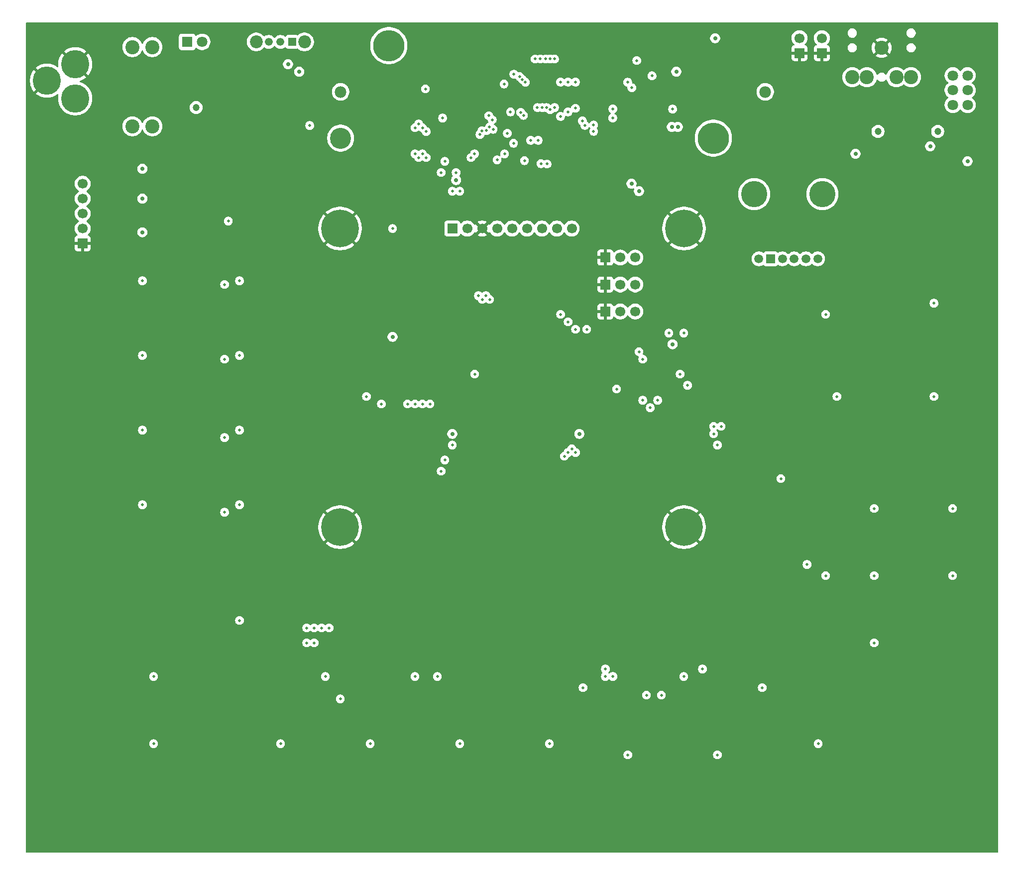
<source format=gbr>
%TF.GenerationSoftware,KiCad,Pcbnew,9.0.1*%
%TF.CreationDate,2025-04-16T22:38:01-05:00*%
%TF.ProjectId,mt,6d742e6b-6963-4616-945f-706362585858,rev?*%
%TF.SameCoordinates,Original*%
%TF.FileFunction,Copper,L2,Inr*%
%TF.FilePolarity,Positive*%
%FSLAX46Y46*%
G04 Gerber Fmt 4.6, Leading zero omitted, Abs format (unit mm)*
G04 Created by KiCad (PCBNEW 9.0.1) date 2025-04-16 22:38:01*
%MOMM*%
%LPD*%
G01*
G04 APERTURE LIST*
%TA.AperFunction,ComponentPad*%
%ADD10R,1.337000X1.337000*%
%TD*%
%TA.AperFunction,ComponentPad*%
%ADD11C,1.337000*%
%TD*%
%TA.AperFunction,ComponentPad*%
%ADD12C,2.190000*%
%TD*%
%TA.AperFunction,ComponentPad*%
%ADD13C,2.400000*%
%TD*%
%TA.AperFunction,ComponentPad*%
%ADD14R,1.700000X1.700000*%
%TD*%
%TA.AperFunction,ComponentPad*%
%ADD15C,1.700000*%
%TD*%
%TA.AperFunction,ComponentPad*%
%ADD16R,1.500000X1.500000*%
%TD*%
%TA.AperFunction,ComponentPad*%
%ADD17C,1.500000*%
%TD*%
%TA.AperFunction,ComponentPad*%
%ADD18C,4.455000*%
%TD*%
%TA.AperFunction,ComponentPad*%
%ADD19C,0.800000*%
%TD*%
%TA.AperFunction,ComponentPad*%
%ADD20C,6.400000*%
%TD*%
%TA.AperFunction,ComponentPad*%
%ADD21C,1.800000*%
%TD*%
%TA.AperFunction,ComponentPad*%
%ADD22C,4.800000*%
%TD*%
%TA.AperFunction,ComponentPad*%
%ADD23R,1.800000X1.800000*%
%TD*%
%TA.AperFunction,ComponentPad*%
%ADD24C,1.980000*%
%TD*%
%TA.AperFunction,ComponentPad*%
%ADD25C,5.325000*%
%TD*%
%TA.AperFunction,ComponentPad*%
%ADD26C,3.585000*%
%TD*%
%TA.AperFunction,ViaPad*%
%ADD27C,0.500000*%
%TD*%
%TA.AperFunction,ViaPad*%
%ADD28C,0.700000*%
%TD*%
%TA.AperFunction,ViaPad*%
%ADD29C,1.200000*%
%TD*%
G04 APERTURE END LIST*
D10*
%TO.N,unconnected-(S1-Pad1)*%
%TO.C,S1*%
X94054000Y-21590000D03*
D11*
%TO.N,Net-(IC3-EN)*%
X92054000Y-21590000D03*
%TO.N,CELL+*%
X90054000Y-21590000D03*
D12*
%TO.N,unconnected-(S1-MH1-Pad4)*%
X96154000Y-21590000D03*
%TO.N,unconnected-(S1-MH2-Pad5)*%
X87954000Y-21590000D03*
%TD*%
D13*
%TO.N,Net-(J1-POWER)*%
%TO.C,J2*%
X70280000Y-22475000D03*
%TO.N,Net-(D1-A)*%
X70280000Y-35945000D03*
%TO.N,Net-(J1-POWER)*%
X66880000Y-22475000D03*
%TO.N,Net-(D1-A)*%
X66880000Y-35945000D03*
%TD*%
D14*
%TO.N,VDD*%
%TO.C,J5*%
X121285000Y-53340000D03*
D15*
%TO.N,unconnected-(J5-Pin_2-Pad2)*%
X123825000Y-53340000D03*
%TO.N,GND*%
X126365000Y-53340000D03*
%TO.N,SPI0_SCK*%
X128905000Y-53340000D03*
%TO.N,SPI0_PICO*%
X131445000Y-53340000D03*
%TO.N,SPI0_CS0*%
X133985000Y-53340000D03*
%TO.N,Net-(J5-Pin_7)*%
X136525000Y-53340000D03*
%TO.N,Net-(J5-Pin_8)*%
X139065000Y-53340000D03*
%TO.N,Net-(J5-Pin_9)*%
X141605000Y-53340000D03*
%TD*%
D14*
%TO.N,GND*%
%TO.C,J7*%
X147320000Y-62865000D03*
D15*
%TO.N,Net-(J5-Pin_8)*%
X149860000Y-62865000D03*
%TO.N,VDD*%
X152400000Y-62865000D03*
%TD*%
D14*
%TO.N,GND*%
%TO.C,J6*%
X147320000Y-67455000D03*
D15*
%TO.N,Net-(J5-Pin_7)*%
X149860000Y-67455000D03*
%TO.N,VDD*%
X152400000Y-67455000D03*
%TD*%
D16*
%TO.N,DACL*%
%TO.C,VR2*%
X175435000Y-58490000D03*
D17*
%TO.N,Net-(C9-Pad1)*%
X173435000Y-58490000D03*
%TO.N,unconnected-(VR2-PadA3)*%
X183435000Y-58490000D03*
%TO.N,Net-(C10-Pad1)*%
X177435000Y-58490000D03*
%TO.N,DACR*%
X179435000Y-58490000D03*
%TO.N,unconnected-(VR2-PadB3)*%
X181435000Y-58490000D03*
D18*
%TO.N,unconnected-(VR2-PadMH1)*%
X172635000Y-47490000D03*
%TO.N,unconnected-(VR2-PadMH2)*%
X184235000Y-47490000D03*
%TD*%
D19*
%TO.N,GND*%
%TO.C,H1*%
X99795000Y-53340000D03*
X100497944Y-51642944D03*
X100497944Y-55037056D03*
X102195000Y-50940000D03*
D20*
X102195000Y-53340000D03*
D19*
X102195000Y-55740000D03*
X103892056Y-51642944D03*
X103892056Y-55037056D03*
X104595000Y-53340000D03*
%TD*%
D13*
%TO.N,GND*%
%TO.C,J3*%
X194310000Y-22595000D03*
%TO.N,Net-(J3-TIP)*%
X189310000Y-27595000D03*
%TO.N,Net-(J3-RING)*%
X199310000Y-27595000D03*
%TO.N,unconnected-(J3-TIP_SWITCH-Pad4)*%
X191810000Y-27595000D03*
%TO.N,unconnected-(J3-NP-Pad5)*%
X196810000Y-27595000D03*
%TD*%
D14*
%TO.N,GND*%
%TO.C,J8*%
X147320000Y-58275000D03*
D15*
%TO.N,Net-(J5-Pin_9)*%
X149860000Y-58275000D03*
%TO.N,VDD*%
X152400000Y-58275000D03*
%TD*%
D21*
%TO.N,RV1A*%
%TO.C,VR1*%
X206415000Y-32305000D03*
%TO.N,L*%
X206415000Y-29805000D03*
%TO.N,unconnected-(VR1-CW_1-Pad3)*%
X206415000Y-27305000D03*
%TO.N,RV2A*%
X208915000Y-32305000D03*
%TO.N,R*%
X208915000Y-29805000D03*
%TO.N,unconnected-(VR1-CW_2-Pad6)*%
X208915000Y-27305000D03*
%TD*%
D19*
%TO.N,GND*%
%TO.C,H3*%
X99795000Y-104140000D03*
X100497944Y-102442944D03*
X100497944Y-105837056D03*
X102195000Y-101740000D03*
D20*
X102195000Y-104140000D03*
D19*
X102195000Y-106540000D03*
X103892056Y-102442944D03*
X103892056Y-105837056D03*
X104595000Y-104140000D03*
%TD*%
%TO.N,GND*%
%TO.C,H2*%
X158295000Y-53340000D03*
X158997944Y-51642944D03*
X158997944Y-55037056D03*
X160695000Y-50940000D03*
D20*
X160695000Y-53340000D03*
D19*
X160695000Y-55740000D03*
X162392056Y-51642944D03*
X162392056Y-55037056D03*
X163095000Y-53340000D03*
%TD*%
D14*
%TO.N,GND*%
%TO.C,J10*%
X180340000Y-23495000D03*
D15*
%TO.N,Net-(IC2-VSS)*%
X180340000Y-20955000D03*
%TD*%
D22*
%TO.N,Net-(J1-POWER)*%
%TO.C,J1*%
X57150000Y-31200000D03*
%TO.N,GND*%
X57150000Y-25400000D03*
X52350000Y-28200000D03*
%TD*%
D19*
%TO.N,GND*%
%TO.C,H4*%
X158295000Y-104140000D03*
X158997944Y-102442944D03*
X158997944Y-105837056D03*
X160695000Y-101740000D03*
D20*
X160695000Y-104140000D03*
D19*
X160695000Y-106540000D03*
X162392056Y-102442944D03*
X162392056Y-105837056D03*
X163095000Y-104140000D03*
%TD*%
D23*
%TO.N,Net-(D1-K)*%
%TO.C,D1*%
X76200000Y-21590000D03*
D21*
%TO.N,Net-(D1-A)*%
X78740000Y-21590000D03*
%TD*%
D14*
%TO.N,GND*%
%TO.C,J9*%
X184150000Y-23495000D03*
D15*
%TO.N,Net-(IC2-VSS)*%
X184150000Y-20955000D03*
%TD*%
D14*
%TO.N,GND*%
%TO.C,J4*%
X58420000Y-55880000D03*
D15*
%TO.N,VDD*%
X58420000Y-53340000D03*
%TO.N,NRST*%
X58420000Y-50800000D03*
%TO.N,SWDIO*%
X58420000Y-48260000D03*
%TO.N,SWCLK*%
X58420000Y-45720000D03*
%TD*%
D24*
%TO.N,CELL+*%
%TO.C,U1*%
X102290000Y-30095000D03*
%TO.N,Net-(IC2-VSS)*%
X174510000Y-30095000D03*
D25*
%TO.N,unconnected-(U1-PadMH1)*%
X165690000Y-37965000D03*
D26*
%TO.N,unconnected-(U1-PadMH2)*%
X102290000Y-37965000D03*
D25*
%TO.N,unconnected-(U1-PadMH3)*%
X110490000Y-22225000D03*
%TD*%
D27*
%TO.N,I{slash}O0*%
X133395223Y-34085583D03*
X133723091Y-28455454D03*
%TO.N,I{slash}O3*%
X128079500Y-34836045D03*
X134612091Y-38336454D03*
%TO.N,E2_2*%
X139700000Y-67945000D03*
X116205000Y-40640000D03*
X140970000Y-91440000D03*
X116205000Y-36195000D03*
%TO.N,A8*%
X143420091Y-35034454D03*
X145322091Y-35725045D03*
%TO.N,Ex_1*%
X121920000Y-43815000D03*
X184785000Y-112395000D03*
%TO.N,A5*%
X137317395Y-32763454D03*
X137152091Y-24493454D03*
%TO.N,A2*%
X142232091Y-28430454D03*
X142232091Y-32875454D03*
%TO.N,I{slash}O6*%
X136368091Y-42296454D03*
X127627091Y-36050454D03*
%TO.N,A3*%
X138676091Y-24493454D03*
X138676091Y-32763454D03*
%TO.N,I{slash}O2*%
X132719782Y-27479226D03*
X131183091Y-33510454D03*
%TO.N,A9*%
X143821091Y-35796454D03*
X145322090Y-36811171D03*
%TO.N,SPI0_SCK*%
X128905000Y-41656000D03*
X125984000Y-37338000D03*
%TO.N,E1_2*%
X127635000Y-65405000D03*
X119380000Y-94615000D03*
%TO.N,E0_2*%
X124460000Y-41275000D03*
X111125000Y-53340000D03*
%TO.N,I{slash}O1*%
X133214758Y-27974204D03*
X132919091Y-33572454D03*
%TO.N,E1_0*%
X122555000Y-46990000D03*
X125072091Y-40640000D03*
X121285000Y-90170000D03*
X126365000Y-65405000D03*
%TO.N,E2_0*%
X114935000Y-36195000D03*
X114935000Y-40640000D03*
X142240000Y-91440000D03*
X142240000Y-70485000D03*
%TO.N,A4*%
X137914091Y-24493454D03*
X137914091Y-33129454D03*
%TO.N,A13*%
X148590000Y-32994545D03*
X148574182Y-34534363D03*
%TO.N,E0_0*%
X119380000Y-43815000D03*
X109220000Y-83185000D03*
%TO.N,A14*%
X151828500Y-29390863D03*
X151118416Y-28455454D03*
%TO.N,I{slash}O4*%
X127500091Y-34145454D03*
X135882091Y-38336454D03*
%TO.N,E3_0*%
X116840000Y-41275000D03*
X144145000Y-70485000D03*
X156210000Y-82550000D03*
X116840000Y-36830000D03*
%TO.N,E3_1*%
X125730000Y-64770000D03*
X125095000Y-78105000D03*
%TO.N,SPI0_CS0*%
X119634000Y-34544000D03*
%TO.N,SPI0_PICO*%
X130175000Y-40640000D03*
X126323951Y-36726088D03*
%TO.N,E0_1*%
X106680000Y-81915000D03*
X120015000Y-41910000D03*
%TO.N,A0*%
X139692091Y-34272454D03*
X139692091Y-28430454D03*
%TO.N,I{slash}O7*%
X137403908Y-42358455D03*
X127119091Y-36685454D03*
%TO.N,E3_2*%
X149225000Y-80645000D03*
X121285000Y-46990000D03*
%TO.N,A1*%
X140962091Y-28430454D03*
X140962091Y-33510454D03*
%TO.N,E2_1*%
X141605000Y-90805000D03*
X140970000Y-69215000D03*
X115570000Y-41275000D03*
X115570000Y-35560000D03*
%TO.N,I{slash}O5*%
X133568650Y-41790095D03*
X128234551Y-36455996D03*
D28*
%TO.N,SWDIO*%
X68580000Y-48260000D03*
X68580000Y-43180000D03*
D27*
%TO.N,E3_GS*%
X160655000Y-71120000D03*
X158115000Y-71120000D03*
%TO.N,VDD*%
X203200000Y-81915000D03*
X166370000Y-142875000D03*
X92075000Y-140970000D03*
X122555000Y-140970000D03*
X70485000Y-129540000D03*
D28*
X142890000Y-88265000D03*
D27*
X158750000Y-33020000D03*
X70485000Y-140970000D03*
X85090000Y-100330000D03*
D28*
X95250000Y-26670000D03*
D27*
X68580000Y-62230000D03*
X206375000Y-112395000D03*
D28*
X189865000Y-40640000D03*
D27*
X183515000Y-140970000D03*
X160655000Y-129540000D03*
X203200000Y-66040000D03*
X68580000Y-74930000D03*
X206375000Y-100965000D03*
D28*
X68580000Y-53975000D03*
D27*
X68580000Y-87630000D03*
X85090000Y-120015000D03*
X137795000Y-140970000D03*
X99695000Y-129540000D03*
X85090000Y-62230000D03*
X186690000Y-81915000D03*
D28*
X208915000Y-41910000D03*
X111125000Y-71755000D03*
D27*
X193040000Y-100965000D03*
X151130000Y-142875000D03*
X85090000Y-74930000D03*
D28*
X153035000Y-46990000D03*
X159385000Y-26670000D03*
X93345000Y-25400000D03*
D27*
X143510000Y-131445000D03*
X68580000Y-100330000D03*
X193040000Y-123825000D03*
D28*
X158750000Y-73025000D03*
D27*
X114935000Y-129540000D03*
D28*
X121935000Y-45085000D03*
X151765000Y-45720000D03*
D27*
X184785000Y-67945000D03*
X173990000Y-131445000D03*
D28*
X121285000Y-88265000D03*
D27*
X107315000Y-140970000D03*
D28*
X202565000Y-39370000D03*
D27*
X181610000Y-110490000D03*
X193040000Y-112395000D03*
X83185000Y-52070000D03*
X85090000Y-87630000D03*
%TO.N,A7*%
X135374091Y-24493454D03*
X135755091Y-32763454D03*
%TO.N,E1_1*%
X120015000Y-92710000D03*
X127000000Y-64770000D03*
%TO.N,A6*%
X136602091Y-32763454D03*
X136263091Y-24493454D03*
%TO.N,A12*%
X131762500Y-27089045D03*
X130095682Y-28755863D03*
%TO.N,~SYNC*%
X155257500Y-27368500D03*
X152654000Y-24765000D03*
%TO.N,RAM_EN*%
X131699000Y-38844454D03*
X130654174Y-37139453D03*
%TO.N,Net-(IC8-2)*%
X82550000Y-88900000D03*
X116205000Y-83185000D03*
%TO.N,Net-(IC8-3)*%
X82550000Y-101600000D03*
X117475000Y-83185000D03*
%TO.N,Net-(IC8-0)*%
X82550000Y-62865000D03*
X113665000Y-83185000D03*
%TO.N,Net-(IC8-1)*%
X82550000Y-75565000D03*
X114935000Y-83185000D03*
%TO.N,Net-(IC9-7)*%
X100330000Y-121285000D03*
X118745000Y-129540000D03*
%TO.N,Net-(IC9-6)*%
X102235000Y-133350000D03*
X99060000Y-121285000D03*
%TO.N,Net-(IC9-5)*%
X97790000Y-123825000D03*
X97790000Y-121285000D03*
%TO.N,Net-(IC9-4)*%
X96520000Y-121285000D03*
X96520000Y-123825000D03*
D29*
%TO.N,L*%
X193675000Y-36830000D03*
%TO.N,R*%
X203835000Y-36830000D03*
D28*
%TO.N,DACR*%
X159639000Y-36068000D03*
%TO.N,DACL*%
X158623000Y-36068000D03*
D27*
%TO.N,GND*%
X123825000Y-37465000D03*
D28*
X82550000Y-22860000D03*
X140970000Y-36830000D03*
X167640000Y-29845000D03*
X141605000Y-97155000D03*
X161290000Y-73025000D03*
X124422091Y-43815000D03*
X166370000Y-27940000D03*
X134604872Y-25422707D03*
X93345000Y-30480000D03*
X133369782Y-26670000D03*
X95250000Y-29210000D03*
X116220000Y-93345000D03*
X205105000Y-39370000D03*
X118110000Y-38735000D03*
X120650000Y-97155000D03*
D29*
%TO.N,CELL+*%
X77724000Y-32766000D03*
D28*
X165989000Y-20955000D03*
D27*
%TO.N,VBAT*%
X116713000Y-29591000D03*
X97028000Y-35814000D03*
%TO.N,Net-(IC10-5)*%
X147320000Y-129540000D03*
X156845000Y-132715000D03*
X148590000Y-129540000D03*
X154305000Y-132715000D03*
%TO.N,Net-(IC10-7)*%
X177165000Y-95885000D03*
X140335000Y-92075000D03*
%TO.N,Net-(IC10-6)*%
X147320000Y-128270000D03*
X163830000Y-128270000D03*
%TO.N,Net-(IC11-5)*%
X153670000Y-75565000D03*
X154940000Y-83820000D03*
%TO.N,Net-(IC11-4)*%
X153670000Y-82550000D03*
X153035000Y-74295000D03*
%TO.N,Net-(IC11-0)*%
X165735000Y-86995000D03*
X165735000Y-88265000D03*
%TO.N,Net-(IC11-1)*%
X167005000Y-86995000D03*
X166370000Y-90170000D03*
%TO.N,Net-(IC11-3)*%
X161290000Y-80010000D03*
X160020000Y-78105000D03*
%TD*%
%TA.AperFunction,Conductor*%
%TO.N,GND*%
G36*
X214072539Y-18300185D02*
G01*
X214118294Y-18352989D01*
X214129500Y-18404500D01*
X214129500Y-159395500D01*
X214109815Y-159462539D01*
X214057011Y-159508294D01*
X214005500Y-159519500D01*
X48884500Y-159519500D01*
X48817461Y-159499815D01*
X48771706Y-159447011D01*
X48760500Y-159395500D01*
X48760500Y-142948920D01*
X150379499Y-142948920D01*
X150408340Y-143093907D01*
X150408343Y-143093917D01*
X150464912Y-143230488D01*
X150464919Y-143230501D01*
X150547048Y-143353415D01*
X150547051Y-143353419D01*
X150651580Y-143457948D01*
X150651584Y-143457951D01*
X150774498Y-143540080D01*
X150774511Y-143540087D01*
X150911082Y-143596656D01*
X150911087Y-143596658D01*
X150911091Y-143596658D01*
X150911092Y-143596659D01*
X151056079Y-143625500D01*
X151056082Y-143625500D01*
X151203920Y-143625500D01*
X151301462Y-143606096D01*
X151348913Y-143596658D01*
X151485495Y-143540084D01*
X151608416Y-143457951D01*
X151712951Y-143353416D01*
X151795084Y-143230495D01*
X151851658Y-143093913D01*
X151880500Y-142948920D01*
X165619499Y-142948920D01*
X165648340Y-143093907D01*
X165648343Y-143093917D01*
X165704912Y-143230488D01*
X165704919Y-143230501D01*
X165787048Y-143353415D01*
X165787051Y-143353419D01*
X165891580Y-143457948D01*
X165891584Y-143457951D01*
X166014498Y-143540080D01*
X166014511Y-143540087D01*
X166151082Y-143596656D01*
X166151087Y-143596658D01*
X166151091Y-143596658D01*
X166151092Y-143596659D01*
X166296079Y-143625500D01*
X166296082Y-143625500D01*
X166443920Y-143625500D01*
X166541462Y-143606096D01*
X166588913Y-143596658D01*
X166725495Y-143540084D01*
X166848416Y-143457951D01*
X166952951Y-143353416D01*
X167035084Y-143230495D01*
X167091658Y-143093913D01*
X167120500Y-142948918D01*
X167120500Y-142801082D01*
X167120500Y-142801079D01*
X167091659Y-142656092D01*
X167091658Y-142656091D01*
X167091658Y-142656087D01*
X167091656Y-142656082D01*
X167035087Y-142519511D01*
X167035080Y-142519498D01*
X166952951Y-142396584D01*
X166952948Y-142396580D01*
X166848419Y-142292051D01*
X166848415Y-142292048D01*
X166725501Y-142209919D01*
X166725488Y-142209912D01*
X166588917Y-142153343D01*
X166588907Y-142153340D01*
X166443920Y-142124500D01*
X166443918Y-142124500D01*
X166296082Y-142124500D01*
X166296080Y-142124500D01*
X166151092Y-142153340D01*
X166151082Y-142153343D01*
X166014511Y-142209912D01*
X166014498Y-142209919D01*
X165891584Y-142292048D01*
X165891580Y-142292051D01*
X165787051Y-142396580D01*
X165787048Y-142396584D01*
X165704919Y-142519498D01*
X165704912Y-142519511D01*
X165648343Y-142656082D01*
X165648340Y-142656092D01*
X165619500Y-142801079D01*
X165619500Y-142801082D01*
X165619500Y-142948918D01*
X165619500Y-142948920D01*
X165619499Y-142948920D01*
X151880500Y-142948920D01*
X151880500Y-142948918D01*
X151880500Y-142801082D01*
X151880500Y-142801079D01*
X151851659Y-142656092D01*
X151851658Y-142656091D01*
X151851658Y-142656087D01*
X151851656Y-142656082D01*
X151795087Y-142519511D01*
X151795080Y-142519498D01*
X151712951Y-142396584D01*
X151712948Y-142396580D01*
X151608419Y-142292051D01*
X151608415Y-142292048D01*
X151485501Y-142209919D01*
X151485488Y-142209912D01*
X151348917Y-142153343D01*
X151348907Y-142153340D01*
X151203920Y-142124500D01*
X151203918Y-142124500D01*
X151056082Y-142124500D01*
X151056080Y-142124500D01*
X150911092Y-142153340D01*
X150911082Y-142153343D01*
X150774511Y-142209912D01*
X150774498Y-142209919D01*
X150651584Y-142292048D01*
X150651580Y-142292051D01*
X150547051Y-142396580D01*
X150547048Y-142396584D01*
X150464919Y-142519498D01*
X150464912Y-142519511D01*
X150408343Y-142656082D01*
X150408340Y-142656092D01*
X150379500Y-142801079D01*
X150379500Y-142801082D01*
X150379500Y-142948918D01*
X150379500Y-142948920D01*
X150379499Y-142948920D01*
X48760500Y-142948920D01*
X48760500Y-141043920D01*
X69734499Y-141043920D01*
X69763340Y-141188907D01*
X69763343Y-141188917D01*
X69819912Y-141325488D01*
X69819919Y-141325501D01*
X69902048Y-141448415D01*
X69902051Y-141448419D01*
X70006580Y-141552948D01*
X70006584Y-141552951D01*
X70129498Y-141635080D01*
X70129511Y-141635087D01*
X70266082Y-141691656D01*
X70266087Y-141691658D01*
X70266091Y-141691658D01*
X70266092Y-141691659D01*
X70411079Y-141720500D01*
X70411082Y-141720500D01*
X70558920Y-141720500D01*
X70656462Y-141701096D01*
X70703913Y-141691658D01*
X70840495Y-141635084D01*
X70963416Y-141552951D01*
X71067951Y-141448416D01*
X71150084Y-141325495D01*
X71206658Y-141188913D01*
X71235500Y-141043920D01*
X91324499Y-141043920D01*
X91353340Y-141188907D01*
X91353343Y-141188917D01*
X91409912Y-141325488D01*
X91409919Y-141325501D01*
X91492048Y-141448415D01*
X91492051Y-141448419D01*
X91596580Y-141552948D01*
X91596584Y-141552951D01*
X91719498Y-141635080D01*
X91719511Y-141635087D01*
X91856082Y-141691656D01*
X91856087Y-141691658D01*
X91856091Y-141691658D01*
X91856092Y-141691659D01*
X92001079Y-141720500D01*
X92001082Y-141720500D01*
X92148920Y-141720500D01*
X92246462Y-141701096D01*
X92293913Y-141691658D01*
X92430495Y-141635084D01*
X92553416Y-141552951D01*
X92657951Y-141448416D01*
X92740084Y-141325495D01*
X92796658Y-141188913D01*
X92825500Y-141043920D01*
X106564499Y-141043920D01*
X106593340Y-141188907D01*
X106593343Y-141188917D01*
X106649912Y-141325488D01*
X106649919Y-141325501D01*
X106732048Y-141448415D01*
X106732051Y-141448419D01*
X106836580Y-141552948D01*
X106836584Y-141552951D01*
X106959498Y-141635080D01*
X106959511Y-141635087D01*
X107096082Y-141691656D01*
X107096087Y-141691658D01*
X107096091Y-141691658D01*
X107096092Y-141691659D01*
X107241079Y-141720500D01*
X107241082Y-141720500D01*
X107388920Y-141720500D01*
X107486462Y-141701096D01*
X107533913Y-141691658D01*
X107670495Y-141635084D01*
X107793416Y-141552951D01*
X107897951Y-141448416D01*
X107980084Y-141325495D01*
X108036658Y-141188913D01*
X108065500Y-141043920D01*
X121804499Y-141043920D01*
X121833340Y-141188907D01*
X121833343Y-141188917D01*
X121889912Y-141325488D01*
X121889919Y-141325501D01*
X121972048Y-141448415D01*
X121972051Y-141448419D01*
X122076580Y-141552948D01*
X122076584Y-141552951D01*
X122199498Y-141635080D01*
X122199511Y-141635087D01*
X122336082Y-141691656D01*
X122336087Y-141691658D01*
X122336091Y-141691658D01*
X122336092Y-141691659D01*
X122481079Y-141720500D01*
X122481082Y-141720500D01*
X122628920Y-141720500D01*
X122726462Y-141701096D01*
X122773913Y-141691658D01*
X122910495Y-141635084D01*
X123033416Y-141552951D01*
X123137951Y-141448416D01*
X123220084Y-141325495D01*
X123276658Y-141188913D01*
X123305500Y-141043920D01*
X137044499Y-141043920D01*
X137073340Y-141188907D01*
X137073343Y-141188917D01*
X137129912Y-141325488D01*
X137129919Y-141325501D01*
X137212048Y-141448415D01*
X137212051Y-141448419D01*
X137316580Y-141552948D01*
X137316584Y-141552951D01*
X137439498Y-141635080D01*
X137439511Y-141635087D01*
X137576082Y-141691656D01*
X137576087Y-141691658D01*
X137576091Y-141691658D01*
X137576092Y-141691659D01*
X137721079Y-141720500D01*
X137721082Y-141720500D01*
X137868920Y-141720500D01*
X137966462Y-141701096D01*
X138013913Y-141691658D01*
X138150495Y-141635084D01*
X138273416Y-141552951D01*
X138377951Y-141448416D01*
X138460084Y-141325495D01*
X138516658Y-141188913D01*
X138545500Y-141043920D01*
X182764499Y-141043920D01*
X182793340Y-141188907D01*
X182793343Y-141188917D01*
X182849912Y-141325488D01*
X182849919Y-141325501D01*
X182932048Y-141448415D01*
X182932051Y-141448419D01*
X183036580Y-141552948D01*
X183036584Y-141552951D01*
X183159498Y-141635080D01*
X183159511Y-141635087D01*
X183296082Y-141691656D01*
X183296087Y-141691658D01*
X183296091Y-141691658D01*
X183296092Y-141691659D01*
X183441079Y-141720500D01*
X183441082Y-141720500D01*
X183588920Y-141720500D01*
X183686462Y-141701096D01*
X183733913Y-141691658D01*
X183870495Y-141635084D01*
X183993416Y-141552951D01*
X184097951Y-141448416D01*
X184180084Y-141325495D01*
X184236658Y-141188913D01*
X184265500Y-141043918D01*
X184265500Y-140896082D01*
X184265500Y-140896079D01*
X184236659Y-140751092D01*
X184236658Y-140751091D01*
X184236658Y-140751087D01*
X184236656Y-140751082D01*
X184180087Y-140614511D01*
X184180080Y-140614498D01*
X184097951Y-140491584D01*
X184097948Y-140491580D01*
X183993419Y-140387051D01*
X183993415Y-140387048D01*
X183870501Y-140304919D01*
X183870488Y-140304912D01*
X183733917Y-140248343D01*
X183733907Y-140248340D01*
X183588920Y-140219500D01*
X183588918Y-140219500D01*
X183441082Y-140219500D01*
X183441080Y-140219500D01*
X183296092Y-140248340D01*
X183296082Y-140248343D01*
X183159511Y-140304912D01*
X183159498Y-140304919D01*
X183036584Y-140387048D01*
X183036580Y-140387051D01*
X182932051Y-140491580D01*
X182932048Y-140491584D01*
X182849919Y-140614498D01*
X182849912Y-140614511D01*
X182793343Y-140751082D01*
X182793340Y-140751092D01*
X182764500Y-140896079D01*
X182764500Y-140896082D01*
X182764500Y-141043918D01*
X182764500Y-141043920D01*
X182764499Y-141043920D01*
X138545500Y-141043920D01*
X138545500Y-141043918D01*
X138545500Y-140896082D01*
X138545500Y-140896079D01*
X138516659Y-140751092D01*
X138516658Y-140751091D01*
X138516658Y-140751087D01*
X138516656Y-140751082D01*
X138460087Y-140614511D01*
X138460080Y-140614498D01*
X138377951Y-140491584D01*
X138377948Y-140491580D01*
X138273419Y-140387051D01*
X138273415Y-140387048D01*
X138150501Y-140304919D01*
X138150488Y-140304912D01*
X138013917Y-140248343D01*
X138013907Y-140248340D01*
X137868920Y-140219500D01*
X137868918Y-140219500D01*
X137721082Y-140219500D01*
X137721080Y-140219500D01*
X137576092Y-140248340D01*
X137576082Y-140248343D01*
X137439511Y-140304912D01*
X137439498Y-140304919D01*
X137316584Y-140387048D01*
X137316580Y-140387051D01*
X137212051Y-140491580D01*
X137212048Y-140491584D01*
X137129919Y-140614498D01*
X137129912Y-140614511D01*
X137073343Y-140751082D01*
X137073340Y-140751092D01*
X137044500Y-140896079D01*
X137044500Y-140896082D01*
X137044500Y-141043918D01*
X137044500Y-141043920D01*
X137044499Y-141043920D01*
X123305500Y-141043920D01*
X123305500Y-141043918D01*
X123305500Y-140896082D01*
X123305500Y-140896079D01*
X123276659Y-140751092D01*
X123276658Y-140751091D01*
X123276658Y-140751087D01*
X123276656Y-140751082D01*
X123220087Y-140614511D01*
X123220080Y-140614498D01*
X123137951Y-140491584D01*
X123137948Y-140491580D01*
X123033419Y-140387051D01*
X123033415Y-140387048D01*
X122910501Y-140304919D01*
X122910488Y-140304912D01*
X122773917Y-140248343D01*
X122773907Y-140248340D01*
X122628920Y-140219500D01*
X122628918Y-140219500D01*
X122481082Y-140219500D01*
X122481080Y-140219500D01*
X122336092Y-140248340D01*
X122336082Y-140248343D01*
X122199511Y-140304912D01*
X122199498Y-140304919D01*
X122076584Y-140387048D01*
X122076580Y-140387051D01*
X121972051Y-140491580D01*
X121972048Y-140491584D01*
X121889919Y-140614498D01*
X121889912Y-140614511D01*
X121833343Y-140751082D01*
X121833340Y-140751092D01*
X121804500Y-140896079D01*
X121804500Y-140896082D01*
X121804500Y-141043918D01*
X121804500Y-141043920D01*
X121804499Y-141043920D01*
X108065500Y-141043920D01*
X108065500Y-141043918D01*
X108065500Y-140896082D01*
X108065500Y-140896079D01*
X108036659Y-140751092D01*
X108036658Y-140751091D01*
X108036658Y-140751087D01*
X108036656Y-140751082D01*
X107980087Y-140614511D01*
X107980080Y-140614498D01*
X107897951Y-140491584D01*
X107897948Y-140491580D01*
X107793419Y-140387051D01*
X107793415Y-140387048D01*
X107670501Y-140304919D01*
X107670488Y-140304912D01*
X107533917Y-140248343D01*
X107533907Y-140248340D01*
X107388920Y-140219500D01*
X107388918Y-140219500D01*
X107241082Y-140219500D01*
X107241080Y-140219500D01*
X107096092Y-140248340D01*
X107096082Y-140248343D01*
X106959511Y-140304912D01*
X106959498Y-140304919D01*
X106836584Y-140387048D01*
X106836580Y-140387051D01*
X106732051Y-140491580D01*
X106732048Y-140491584D01*
X106649919Y-140614498D01*
X106649912Y-140614511D01*
X106593343Y-140751082D01*
X106593340Y-140751092D01*
X106564500Y-140896079D01*
X106564500Y-140896082D01*
X106564500Y-141043918D01*
X106564500Y-141043920D01*
X106564499Y-141043920D01*
X92825500Y-141043920D01*
X92825500Y-141043918D01*
X92825500Y-140896082D01*
X92825500Y-140896079D01*
X92796659Y-140751092D01*
X92796658Y-140751091D01*
X92796658Y-140751087D01*
X92796656Y-140751082D01*
X92740087Y-140614511D01*
X92740080Y-140614498D01*
X92657951Y-140491584D01*
X92657948Y-140491580D01*
X92553419Y-140387051D01*
X92553415Y-140387048D01*
X92430501Y-140304919D01*
X92430488Y-140304912D01*
X92293917Y-140248343D01*
X92293907Y-140248340D01*
X92148920Y-140219500D01*
X92148918Y-140219500D01*
X92001082Y-140219500D01*
X92001080Y-140219500D01*
X91856092Y-140248340D01*
X91856082Y-140248343D01*
X91719511Y-140304912D01*
X91719498Y-140304919D01*
X91596584Y-140387048D01*
X91596580Y-140387051D01*
X91492051Y-140491580D01*
X91492048Y-140491584D01*
X91409919Y-140614498D01*
X91409912Y-140614511D01*
X91353343Y-140751082D01*
X91353340Y-140751092D01*
X91324500Y-140896079D01*
X91324500Y-140896082D01*
X91324500Y-141043918D01*
X91324500Y-141043920D01*
X91324499Y-141043920D01*
X71235500Y-141043920D01*
X71235500Y-141043918D01*
X71235500Y-140896082D01*
X71235500Y-140896079D01*
X71206659Y-140751092D01*
X71206658Y-140751091D01*
X71206658Y-140751087D01*
X71206656Y-140751082D01*
X71150087Y-140614511D01*
X71150080Y-140614498D01*
X71067951Y-140491584D01*
X71067948Y-140491580D01*
X70963419Y-140387051D01*
X70963415Y-140387048D01*
X70840501Y-140304919D01*
X70840488Y-140304912D01*
X70703917Y-140248343D01*
X70703907Y-140248340D01*
X70558920Y-140219500D01*
X70558918Y-140219500D01*
X70411082Y-140219500D01*
X70411080Y-140219500D01*
X70266092Y-140248340D01*
X70266082Y-140248343D01*
X70129511Y-140304912D01*
X70129498Y-140304919D01*
X70006584Y-140387048D01*
X70006580Y-140387051D01*
X69902051Y-140491580D01*
X69902048Y-140491584D01*
X69819919Y-140614498D01*
X69819912Y-140614511D01*
X69763343Y-140751082D01*
X69763340Y-140751092D01*
X69734500Y-140896079D01*
X69734500Y-140896082D01*
X69734500Y-141043918D01*
X69734500Y-141043920D01*
X69734499Y-141043920D01*
X48760500Y-141043920D01*
X48760500Y-133423920D01*
X101484499Y-133423920D01*
X101513340Y-133568907D01*
X101513343Y-133568917D01*
X101569912Y-133705488D01*
X101569919Y-133705501D01*
X101652048Y-133828415D01*
X101652051Y-133828419D01*
X101756580Y-133932948D01*
X101756584Y-133932951D01*
X101879498Y-134015080D01*
X101879511Y-134015087D01*
X102016082Y-134071656D01*
X102016087Y-134071658D01*
X102016091Y-134071658D01*
X102016092Y-134071659D01*
X102161079Y-134100500D01*
X102161082Y-134100500D01*
X102308920Y-134100500D01*
X102406462Y-134081096D01*
X102453913Y-134071658D01*
X102590495Y-134015084D01*
X102713416Y-133932951D01*
X102817951Y-133828416D01*
X102900084Y-133705495D01*
X102956658Y-133568913D01*
X102982966Y-133436658D01*
X102985500Y-133423920D01*
X102985500Y-133276079D01*
X102956659Y-133131092D01*
X102956658Y-133131091D01*
X102956658Y-133131087D01*
X102931557Y-133070488D01*
X102900087Y-132994511D01*
X102900080Y-132994498D01*
X102817951Y-132871584D01*
X102817948Y-132871580D01*
X102735288Y-132788920D01*
X153554499Y-132788920D01*
X153583340Y-132933907D01*
X153583343Y-132933917D01*
X153639912Y-133070488D01*
X153639919Y-133070501D01*
X153722048Y-133193415D01*
X153722051Y-133193419D01*
X153826580Y-133297948D01*
X153826584Y-133297951D01*
X153949498Y-133380080D01*
X153949511Y-133380087D01*
X154086082Y-133436656D01*
X154086087Y-133436658D01*
X154086091Y-133436658D01*
X154086092Y-133436659D01*
X154231079Y-133465500D01*
X154231082Y-133465500D01*
X154378920Y-133465500D01*
X154476462Y-133446096D01*
X154523913Y-133436658D01*
X154660495Y-133380084D01*
X154783416Y-133297951D01*
X154887951Y-133193416D01*
X154970084Y-133070495D01*
X155026658Y-132933913D01*
X155055500Y-132788920D01*
X156094499Y-132788920D01*
X156123340Y-132933907D01*
X156123343Y-132933917D01*
X156179912Y-133070488D01*
X156179919Y-133070501D01*
X156262048Y-133193415D01*
X156262051Y-133193419D01*
X156366580Y-133297948D01*
X156366584Y-133297951D01*
X156489498Y-133380080D01*
X156489511Y-133380087D01*
X156626082Y-133436656D01*
X156626087Y-133436658D01*
X156626091Y-133436658D01*
X156626092Y-133436659D01*
X156771079Y-133465500D01*
X156771082Y-133465500D01*
X156918920Y-133465500D01*
X157016462Y-133446096D01*
X157063913Y-133436658D01*
X157200495Y-133380084D01*
X157323416Y-133297951D01*
X157427951Y-133193416D01*
X157510084Y-133070495D01*
X157566658Y-132933913D01*
X157595500Y-132788918D01*
X157595500Y-132641082D01*
X157595500Y-132641079D01*
X157566659Y-132496092D01*
X157566658Y-132496091D01*
X157566658Y-132496087D01*
X157566656Y-132496082D01*
X157510087Y-132359511D01*
X157510080Y-132359498D01*
X157427951Y-132236584D01*
X157427948Y-132236580D01*
X157323419Y-132132051D01*
X157323415Y-132132048D01*
X157200501Y-132049919D01*
X157200488Y-132049912D01*
X157063917Y-131993343D01*
X157063907Y-131993340D01*
X156918920Y-131964500D01*
X156918918Y-131964500D01*
X156771082Y-131964500D01*
X156771080Y-131964500D01*
X156626092Y-131993340D01*
X156626082Y-131993343D01*
X156489511Y-132049912D01*
X156489498Y-132049919D01*
X156366584Y-132132048D01*
X156366580Y-132132051D01*
X156262051Y-132236580D01*
X156262048Y-132236584D01*
X156179919Y-132359498D01*
X156179912Y-132359511D01*
X156123343Y-132496082D01*
X156123340Y-132496092D01*
X156094500Y-132641079D01*
X156094500Y-132641082D01*
X156094500Y-132788918D01*
X156094500Y-132788920D01*
X156094499Y-132788920D01*
X155055500Y-132788920D01*
X155055500Y-132788918D01*
X155055500Y-132641082D01*
X155055500Y-132641079D01*
X155026659Y-132496092D01*
X155026658Y-132496091D01*
X155026658Y-132496087D01*
X155026656Y-132496082D01*
X154970087Y-132359511D01*
X154970080Y-132359498D01*
X154887951Y-132236584D01*
X154887948Y-132236580D01*
X154783419Y-132132051D01*
X154783415Y-132132048D01*
X154660501Y-132049919D01*
X154660488Y-132049912D01*
X154523917Y-131993343D01*
X154523907Y-131993340D01*
X154378920Y-131964500D01*
X154378918Y-131964500D01*
X154231082Y-131964500D01*
X154231080Y-131964500D01*
X154086092Y-131993340D01*
X154086082Y-131993343D01*
X153949511Y-132049912D01*
X153949498Y-132049919D01*
X153826584Y-132132048D01*
X153826580Y-132132051D01*
X153722051Y-132236580D01*
X153722048Y-132236584D01*
X153639919Y-132359498D01*
X153639912Y-132359511D01*
X153583343Y-132496082D01*
X153583340Y-132496092D01*
X153554500Y-132641079D01*
X153554500Y-132641082D01*
X153554500Y-132788918D01*
X153554500Y-132788920D01*
X153554499Y-132788920D01*
X102735288Y-132788920D01*
X102713419Y-132767051D01*
X102713411Y-132767045D01*
X102670129Y-132738125D01*
X102670079Y-132738092D01*
X102590501Y-132684919D01*
X102590488Y-132684912D01*
X102453917Y-132628343D01*
X102453907Y-132628340D01*
X102308920Y-132599500D01*
X102308918Y-132599500D01*
X102161082Y-132599500D01*
X102161080Y-132599500D01*
X102016092Y-132628340D01*
X102016082Y-132628343D01*
X101879511Y-132684912D01*
X101879498Y-132684919D01*
X101756584Y-132767048D01*
X101756580Y-132767051D01*
X101652051Y-132871580D01*
X101652048Y-132871584D01*
X101569919Y-132994498D01*
X101569912Y-132994511D01*
X101513343Y-133131082D01*
X101513340Y-133131092D01*
X101484500Y-133276079D01*
X101484500Y-133276082D01*
X101484500Y-133423918D01*
X101484500Y-133423920D01*
X101484499Y-133423920D01*
X48760500Y-133423920D01*
X48760500Y-131518920D01*
X142759499Y-131518920D01*
X142788340Y-131663907D01*
X142788343Y-131663917D01*
X142844912Y-131800488D01*
X142844919Y-131800501D01*
X142927048Y-131923415D01*
X142927051Y-131923419D01*
X143031580Y-132027948D01*
X143031584Y-132027951D01*
X143154498Y-132110080D01*
X143154511Y-132110087D01*
X143291082Y-132166656D01*
X143291087Y-132166658D01*
X143291091Y-132166658D01*
X143291092Y-132166659D01*
X143436079Y-132195500D01*
X143436082Y-132195500D01*
X143583920Y-132195500D01*
X143681462Y-132176096D01*
X143728913Y-132166658D01*
X143865495Y-132110084D01*
X143988416Y-132027951D01*
X144092951Y-131923416D01*
X144175084Y-131800495D01*
X144231658Y-131663913D01*
X144260500Y-131518920D01*
X173239499Y-131518920D01*
X173268340Y-131663907D01*
X173268343Y-131663917D01*
X173324912Y-131800488D01*
X173324919Y-131800501D01*
X173407048Y-131923415D01*
X173407051Y-131923419D01*
X173511580Y-132027948D01*
X173511584Y-132027951D01*
X173634498Y-132110080D01*
X173634511Y-132110087D01*
X173771082Y-132166656D01*
X173771087Y-132166658D01*
X173771091Y-132166658D01*
X173771092Y-132166659D01*
X173916079Y-132195500D01*
X173916082Y-132195500D01*
X174063920Y-132195500D01*
X174161462Y-132176096D01*
X174208913Y-132166658D01*
X174345495Y-132110084D01*
X174468416Y-132027951D01*
X174572951Y-131923416D01*
X174655084Y-131800495D01*
X174711658Y-131663913D01*
X174740500Y-131518918D01*
X174740500Y-131371082D01*
X174740500Y-131371079D01*
X174711659Y-131226092D01*
X174711658Y-131226091D01*
X174711658Y-131226087D01*
X174711656Y-131226082D01*
X174655087Y-131089511D01*
X174655080Y-131089498D01*
X174572951Y-130966584D01*
X174572948Y-130966580D01*
X174468419Y-130862051D01*
X174468415Y-130862048D01*
X174345501Y-130779919D01*
X174345488Y-130779912D01*
X174208917Y-130723343D01*
X174208907Y-130723340D01*
X174063920Y-130694500D01*
X174063918Y-130694500D01*
X173916082Y-130694500D01*
X173916080Y-130694500D01*
X173771092Y-130723340D01*
X173771082Y-130723343D01*
X173634511Y-130779912D01*
X173634498Y-130779919D01*
X173511584Y-130862048D01*
X173511580Y-130862051D01*
X173407051Y-130966580D01*
X173407048Y-130966584D01*
X173324919Y-131089498D01*
X173324912Y-131089511D01*
X173268343Y-131226082D01*
X173268340Y-131226092D01*
X173239500Y-131371079D01*
X173239500Y-131371082D01*
X173239500Y-131518918D01*
X173239500Y-131518920D01*
X173239499Y-131518920D01*
X144260500Y-131518920D01*
X144260500Y-131518918D01*
X144260500Y-131371082D01*
X144260500Y-131371079D01*
X144231659Y-131226092D01*
X144231658Y-131226091D01*
X144231658Y-131226087D01*
X144231656Y-131226082D01*
X144175087Y-131089511D01*
X144175080Y-131089498D01*
X144092951Y-130966584D01*
X144092948Y-130966580D01*
X143988419Y-130862051D01*
X143988415Y-130862048D01*
X143865501Y-130779919D01*
X143865488Y-130779912D01*
X143728917Y-130723343D01*
X143728907Y-130723340D01*
X143583920Y-130694500D01*
X143583918Y-130694500D01*
X143436082Y-130694500D01*
X143436080Y-130694500D01*
X143291092Y-130723340D01*
X143291082Y-130723343D01*
X143154511Y-130779912D01*
X143154498Y-130779919D01*
X143031584Y-130862048D01*
X143031580Y-130862051D01*
X142927051Y-130966580D01*
X142927048Y-130966584D01*
X142844919Y-131089498D01*
X142844912Y-131089511D01*
X142788343Y-131226082D01*
X142788340Y-131226092D01*
X142759500Y-131371079D01*
X142759500Y-131371082D01*
X142759500Y-131518918D01*
X142759500Y-131518920D01*
X142759499Y-131518920D01*
X48760500Y-131518920D01*
X48760500Y-129613920D01*
X69734499Y-129613920D01*
X69763340Y-129758907D01*
X69763343Y-129758917D01*
X69819912Y-129895488D01*
X69819919Y-129895501D01*
X69902048Y-130018415D01*
X69902051Y-130018419D01*
X70006580Y-130122948D01*
X70006584Y-130122951D01*
X70129498Y-130205080D01*
X70129511Y-130205087D01*
X70266082Y-130261656D01*
X70266087Y-130261658D01*
X70266091Y-130261658D01*
X70266092Y-130261659D01*
X70411079Y-130290500D01*
X70411082Y-130290500D01*
X70558920Y-130290500D01*
X70656462Y-130271096D01*
X70703913Y-130261658D01*
X70840495Y-130205084D01*
X70963416Y-130122951D01*
X71067951Y-130018416D01*
X71150084Y-129895495D01*
X71206658Y-129758913D01*
X71235500Y-129613920D01*
X98944499Y-129613920D01*
X98973340Y-129758907D01*
X98973343Y-129758917D01*
X99029912Y-129895488D01*
X99029919Y-129895501D01*
X99112048Y-130018415D01*
X99112051Y-130018419D01*
X99216580Y-130122948D01*
X99216584Y-130122951D01*
X99339498Y-130205080D01*
X99339511Y-130205087D01*
X99476082Y-130261656D01*
X99476087Y-130261658D01*
X99476091Y-130261658D01*
X99476092Y-130261659D01*
X99621079Y-130290500D01*
X99621082Y-130290500D01*
X99768920Y-130290500D01*
X99866462Y-130271096D01*
X99913913Y-130261658D01*
X100050495Y-130205084D01*
X100173416Y-130122951D01*
X100277951Y-130018416D01*
X100360084Y-129895495D01*
X100416658Y-129758913D01*
X100445500Y-129613920D01*
X114184499Y-129613920D01*
X114213340Y-129758907D01*
X114213343Y-129758917D01*
X114269912Y-129895488D01*
X114269919Y-129895501D01*
X114352048Y-130018415D01*
X114352051Y-130018419D01*
X114456580Y-130122948D01*
X114456584Y-130122951D01*
X114579498Y-130205080D01*
X114579511Y-130205087D01*
X114716082Y-130261656D01*
X114716087Y-130261658D01*
X114716091Y-130261658D01*
X114716092Y-130261659D01*
X114861079Y-130290500D01*
X114861082Y-130290500D01*
X115008920Y-130290500D01*
X115106462Y-130271096D01*
X115153913Y-130261658D01*
X115290495Y-130205084D01*
X115413416Y-130122951D01*
X115517951Y-130018416D01*
X115600084Y-129895495D01*
X115656658Y-129758913D01*
X115685500Y-129613920D01*
X117994499Y-129613920D01*
X118023340Y-129758907D01*
X118023343Y-129758917D01*
X118079912Y-129895488D01*
X118079919Y-129895501D01*
X118162048Y-130018415D01*
X118162051Y-130018419D01*
X118266580Y-130122948D01*
X118266584Y-130122951D01*
X118389498Y-130205080D01*
X118389511Y-130205087D01*
X118526082Y-130261656D01*
X118526087Y-130261658D01*
X118526091Y-130261658D01*
X118526092Y-130261659D01*
X118671079Y-130290500D01*
X118671082Y-130290500D01*
X118818920Y-130290500D01*
X118916462Y-130271096D01*
X118963913Y-130261658D01*
X119100495Y-130205084D01*
X119223416Y-130122951D01*
X119327951Y-130018416D01*
X119410084Y-129895495D01*
X119466658Y-129758913D01*
X119495500Y-129613918D01*
X119495500Y-129466082D01*
X119495500Y-129466079D01*
X119466659Y-129321092D01*
X119466658Y-129321091D01*
X119466658Y-129321087D01*
X119466656Y-129321082D01*
X119410087Y-129184511D01*
X119410080Y-129184498D01*
X119327951Y-129061584D01*
X119327948Y-129061580D01*
X119223419Y-128957051D01*
X119223415Y-128957048D01*
X119100501Y-128874919D01*
X119100488Y-128874912D01*
X118963917Y-128818343D01*
X118963907Y-128818340D01*
X118818920Y-128789500D01*
X118818918Y-128789500D01*
X118671082Y-128789500D01*
X118671080Y-128789500D01*
X118526092Y-128818340D01*
X118526082Y-128818343D01*
X118389511Y-128874912D01*
X118389498Y-128874919D01*
X118266584Y-128957048D01*
X118266580Y-128957051D01*
X118162051Y-129061580D01*
X118162048Y-129061584D01*
X118079919Y-129184498D01*
X118079912Y-129184511D01*
X118023343Y-129321082D01*
X118023340Y-129321092D01*
X117994500Y-129466079D01*
X117994500Y-129466082D01*
X117994500Y-129613918D01*
X117994500Y-129613920D01*
X117994499Y-129613920D01*
X115685500Y-129613920D01*
X115685500Y-129613918D01*
X115685500Y-129466082D01*
X115685500Y-129466079D01*
X115656659Y-129321092D01*
X115656658Y-129321091D01*
X115656658Y-129321087D01*
X115656656Y-129321082D01*
X115600087Y-129184511D01*
X115600080Y-129184498D01*
X115517951Y-129061584D01*
X115517948Y-129061580D01*
X115413419Y-128957051D01*
X115413415Y-128957048D01*
X115290501Y-128874919D01*
X115290488Y-128874912D01*
X115153917Y-128818343D01*
X115153907Y-128818340D01*
X115008920Y-128789500D01*
X115008918Y-128789500D01*
X114861082Y-128789500D01*
X114861080Y-128789500D01*
X114716092Y-128818340D01*
X114716082Y-128818343D01*
X114579511Y-128874912D01*
X114579498Y-128874919D01*
X114456584Y-128957048D01*
X114456580Y-128957051D01*
X114352051Y-129061580D01*
X114352048Y-129061584D01*
X114269919Y-129184498D01*
X114269912Y-129184511D01*
X114213343Y-129321082D01*
X114213340Y-129321092D01*
X114184500Y-129466079D01*
X114184500Y-129466082D01*
X114184500Y-129613918D01*
X114184500Y-129613920D01*
X114184499Y-129613920D01*
X100445500Y-129613920D01*
X100445500Y-129613918D01*
X100445500Y-129466082D01*
X100445500Y-129466079D01*
X100416659Y-129321092D01*
X100416658Y-129321091D01*
X100416658Y-129321087D01*
X100416656Y-129321082D01*
X100360087Y-129184511D01*
X100360080Y-129184498D01*
X100277951Y-129061584D01*
X100277948Y-129061580D01*
X100173419Y-128957051D01*
X100173415Y-128957048D01*
X100050501Y-128874919D01*
X100050488Y-128874912D01*
X99913917Y-128818343D01*
X99913907Y-128818340D01*
X99768920Y-128789500D01*
X99768918Y-128789500D01*
X99621082Y-128789500D01*
X99621080Y-128789500D01*
X99476092Y-128818340D01*
X99476082Y-128818343D01*
X99339511Y-128874912D01*
X99339498Y-128874919D01*
X99216584Y-128957048D01*
X99216580Y-128957051D01*
X99112051Y-129061580D01*
X99112048Y-129061584D01*
X99029919Y-129184498D01*
X99029912Y-129184511D01*
X98973343Y-129321082D01*
X98973340Y-129321092D01*
X98944500Y-129466079D01*
X98944500Y-129466082D01*
X98944500Y-129613918D01*
X98944500Y-129613920D01*
X98944499Y-129613920D01*
X71235500Y-129613920D01*
X71235500Y-129613918D01*
X71235500Y-129466082D01*
X71235500Y-129466079D01*
X71206659Y-129321092D01*
X71206658Y-129321091D01*
X71206658Y-129321087D01*
X71206656Y-129321082D01*
X71150087Y-129184511D01*
X71150080Y-129184498D01*
X71067951Y-129061584D01*
X71067948Y-129061580D01*
X70963419Y-128957051D01*
X70963415Y-128957048D01*
X70840501Y-128874919D01*
X70840488Y-128874912D01*
X70703917Y-128818343D01*
X70703907Y-128818340D01*
X70558920Y-128789500D01*
X70558918Y-128789500D01*
X70411082Y-128789500D01*
X70411080Y-128789500D01*
X70266092Y-128818340D01*
X70266082Y-128818343D01*
X70129511Y-128874912D01*
X70129498Y-128874919D01*
X70006584Y-128957048D01*
X70006580Y-128957051D01*
X69902051Y-129061580D01*
X69902048Y-129061584D01*
X69819919Y-129184498D01*
X69819912Y-129184511D01*
X69763343Y-129321082D01*
X69763340Y-129321092D01*
X69734500Y-129466079D01*
X69734500Y-129466082D01*
X69734500Y-129613918D01*
X69734500Y-129613920D01*
X69734499Y-129613920D01*
X48760500Y-129613920D01*
X48760500Y-128343920D01*
X146569499Y-128343920D01*
X146598340Y-128488907D01*
X146598343Y-128488917D01*
X146654912Y-128625488D01*
X146654919Y-128625501D01*
X146737048Y-128748415D01*
X146737051Y-128748419D01*
X146805951Y-128817319D01*
X146839436Y-128878642D01*
X146834452Y-128948334D01*
X146805951Y-128992681D01*
X146737051Y-129061580D01*
X146737048Y-129061584D01*
X146654919Y-129184498D01*
X146654912Y-129184511D01*
X146598343Y-129321082D01*
X146598340Y-129321092D01*
X146569500Y-129466079D01*
X146569500Y-129466082D01*
X146569500Y-129613918D01*
X146569500Y-129613920D01*
X146569499Y-129613920D01*
X146598340Y-129758907D01*
X146598343Y-129758917D01*
X146654912Y-129895488D01*
X146654919Y-129895501D01*
X146737048Y-130018415D01*
X146737051Y-130018419D01*
X146841580Y-130122948D01*
X146841584Y-130122951D01*
X146964498Y-130205080D01*
X146964511Y-130205087D01*
X147101082Y-130261656D01*
X147101087Y-130261658D01*
X147101091Y-130261658D01*
X147101092Y-130261659D01*
X147246079Y-130290500D01*
X147246082Y-130290500D01*
X147393920Y-130290500D01*
X147491462Y-130271096D01*
X147538913Y-130261658D01*
X147675495Y-130205084D01*
X147798416Y-130122951D01*
X147798419Y-130122948D01*
X147867319Y-130054049D01*
X147928642Y-130020564D01*
X147998334Y-130025548D01*
X148042681Y-130054049D01*
X148111580Y-130122948D01*
X148111584Y-130122951D01*
X148234498Y-130205080D01*
X148234511Y-130205087D01*
X148371082Y-130261656D01*
X148371087Y-130261658D01*
X148371091Y-130261658D01*
X148371092Y-130261659D01*
X148516079Y-130290500D01*
X148516082Y-130290500D01*
X148663920Y-130290500D01*
X148761462Y-130271096D01*
X148808913Y-130261658D01*
X148945495Y-130205084D01*
X149068416Y-130122951D01*
X149172951Y-130018416D01*
X149255084Y-129895495D01*
X149311658Y-129758913D01*
X149340500Y-129613920D01*
X159904499Y-129613920D01*
X159933340Y-129758907D01*
X159933343Y-129758917D01*
X159989912Y-129895488D01*
X159989919Y-129895501D01*
X160072048Y-130018415D01*
X160072051Y-130018419D01*
X160176580Y-130122948D01*
X160176584Y-130122951D01*
X160299498Y-130205080D01*
X160299511Y-130205087D01*
X160436082Y-130261656D01*
X160436087Y-130261658D01*
X160436091Y-130261658D01*
X160436092Y-130261659D01*
X160581079Y-130290500D01*
X160581082Y-130290500D01*
X160728920Y-130290500D01*
X160826462Y-130271096D01*
X160873913Y-130261658D01*
X161010495Y-130205084D01*
X161133416Y-130122951D01*
X161237951Y-130018416D01*
X161320084Y-129895495D01*
X161376658Y-129758913D01*
X161405500Y-129613918D01*
X161405500Y-129466082D01*
X161405500Y-129466079D01*
X161376659Y-129321092D01*
X161376658Y-129321091D01*
X161376658Y-129321087D01*
X161376656Y-129321082D01*
X161320087Y-129184511D01*
X161320080Y-129184498D01*
X161237951Y-129061584D01*
X161237948Y-129061580D01*
X161133419Y-128957051D01*
X161133415Y-128957048D01*
X161010501Y-128874919D01*
X161010488Y-128874912D01*
X160873917Y-128818343D01*
X160873907Y-128818340D01*
X160728920Y-128789500D01*
X160728918Y-128789500D01*
X160581082Y-128789500D01*
X160581080Y-128789500D01*
X160436092Y-128818340D01*
X160436082Y-128818343D01*
X160299511Y-128874912D01*
X160299498Y-128874919D01*
X160176584Y-128957048D01*
X160176580Y-128957051D01*
X160072051Y-129061580D01*
X160072048Y-129061584D01*
X159989919Y-129184498D01*
X159989912Y-129184511D01*
X159933343Y-129321082D01*
X159933340Y-129321092D01*
X159904500Y-129466079D01*
X159904500Y-129466082D01*
X159904500Y-129613918D01*
X159904500Y-129613920D01*
X159904499Y-129613920D01*
X149340500Y-129613920D01*
X149340500Y-129613918D01*
X149340500Y-129466082D01*
X149340500Y-129466079D01*
X149311659Y-129321092D01*
X149311658Y-129321091D01*
X149311658Y-129321087D01*
X149311656Y-129321082D01*
X149255087Y-129184511D01*
X149255080Y-129184498D01*
X149172951Y-129061584D01*
X149172948Y-129061580D01*
X149068419Y-128957051D01*
X149068415Y-128957048D01*
X148945501Y-128874919D01*
X148945488Y-128874912D01*
X148808917Y-128818343D01*
X148808907Y-128818340D01*
X148663920Y-128789500D01*
X148663918Y-128789500D01*
X148516082Y-128789500D01*
X148516080Y-128789500D01*
X148371092Y-128818340D01*
X148371082Y-128818343D01*
X148234511Y-128874912D01*
X148234498Y-128874919D01*
X148111584Y-128957048D01*
X148111580Y-128957051D01*
X148042681Y-129025951D01*
X148034735Y-129030289D01*
X148029310Y-129037537D01*
X148004550Y-129046771D01*
X147981358Y-129059436D01*
X147972328Y-129058790D01*
X147963846Y-129061954D01*
X147938025Y-129056337D01*
X147911666Y-129054452D01*
X147902612Y-129048633D01*
X147895573Y-129047102D01*
X147867319Y-129025951D01*
X147834049Y-128992681D01*
X147800564Y-128931358D01*
X147805548Y-128861666D01*
X147834049Y-128817319D01*
X147902948Y-128748419D01*
X147902951Y-128748416D01*
X147985084Y-128625495D01*
X148041658Y-128488913D01*
X148070500Y-128343920D01*
X163079499Y-128343920D01*
X163108340Y-128488907D01*
X163108343Y-128488917D01*
X163164912Y-128625488D01*
X163164919Y-128625501D01*
X163247048Y-128748415D01*
X163247051Y-128748419D01*
X163351580Y-128852948D01*
X163351584Y-128852951D01*
X163474498Y-128935080D01*
X163474511Y-128935087D01*
X163611082Y-128991656D01*
X163611087Y-128991658D01*
X163611091Y-128991658D01*
X163611092Y-128991659D01*
X163756079Y-129020500D01*
X163756082Y-129020500D01*
X163903920Y-129020500D01*
X164001462Y-129001096D01*
X164048913Y-128991658D01*
X164185495Y-128935084D01*
X164308416Y-128852951D01*
X164412951Y-128748416D01*
X164495084Y-128625495D01*
X164551658Y-128488913D01*
X164580500Y-128343918D01*
X164580500Y-128196082D01*
X164580500Y-128196079D01*
X164551659Y-128051092D01*
X164551658Y-128051091D01*
X164551658Y-128051087D01*
X164551656Y-128051082D01*
X164495087Y-127914511D01*
X164495080Y-127914498D01*
X164412951Y-127791584D01*
X164412948Y-127791580D01*
X164308419Y-127687051D01*
X164308415Y-127687048D01*
X164185501Y-127604919D01*
X164185488Y-127604912D01*
X164048917Y-127548343D01*
X164048907Y-127548340D01*
X163903920Y-127519500D01*
X163903918Y-127519500D01*
X163756082Y-127519500D01*
X163756080Y-127519500D01*
X163611092Y-127548340D01*
X163611082Y-127548343D01*
X163474511Y-127604912D01*
X163474498Y-127604919D01*
X163351584Y-127687048D01*
X163351580Y-127687051D01*
X163247051Y-127791580D01*
X163247048Y-127791584D01*
X163164919Y-127914498D01*
X163164912Y-127914511D01*
X163108343Y-128051082D01*
X163108340Y-128051092D01*
X163079500Y-128196079D01*
X163079500Y-128196082D01*
X163079500Y-128343918D01*
X163079500Y-128343920D01*
X163079499Y-128343920D01*
X148070500Y-128343920D01*
X148070500Y-128343918D01*
X148070500Y-128196082D01*
X148070500Y-128196079D01*
X148041659Y-128051092D01*
X148041658Y-128051091D01*
X148041658Y-128051087D01*
X148041656Y-128051082D01*
X147985087Y-127914511D01*
X147985080Y-127914498D01*
X147902951Y-127791584D01*
X147902948Y-127791580D01*
X147798419Y-127687051D01*
X147798415Y-127687048D01*
X147675501Y-127604919D01*
X147675488Y-127604912D01*
X147538917Y-127548343D01*
X147538907Y-127548340D01*
X147393920Y-127519500D01*
X147393918Y-127519500D01*
X147246082Y-127519500D01*
X147246080Y-127519500D01*
X147101092Y-127548340D01*
X147101082Y-127548343D01*
X146964511Y-127604912D01*
X146964498Y-127604919D01*
X146841584Y-127687048D01*
X146841580Y-127687051D01*
X146737051Y-127791580D01*
X146737048Y-127791584D01*
X146654919Y-127914498D01*
X146654912Y-127914511D01*
X146598343Y-128051082D01*
X146598340Y-128051092D01*
X146569500Y-128196079D01*
X146569500Y-128196082D01*
X146569500Y-128343918D01*
X146569500Y-128343920D01*
X146569499Y-128343920D01*
X48760500Y-128343920D01*
X48760500Y-123898920D01*
X95769499Y-123898920D01*
X95798340Y-124043907D01*
X95798343Y-124043917D01*
X95854912Y-124180488D01*
X95854919Y-124180501D01*
X95937048Y-124303415D01*
X95937051Y-124303419D01*
X96041580Y-124407948D01*
X96041584Y-124407951D01*
X96164498Y-124490080D01*
X96164511Y-124490087D01*
X96301082Y-124546656D01*
X96301087Y-124546658D01*
X96301091Y-124546658D01*
X96301092Y-124546659D01*
X96446079Y-124575500D01*
X96446082Y-124575500D01*
X96593920Y-124575500D01*
X96691462Y-124556096D01*
X96738913Y-124546658D01*
X96875495Y-124490084D01*
X96998416Y-124407951D01*
X96998419Y-124407948D01*
X97067319Y-124339049D01*
X97128642Y-124305564D01*
X97198334Y-124310548D01*
X97242681Y-124339049D01*
X97311580Y-124407948D01*
X97311584Y-124407951D01*
X97434498Y-124490080D01*
X97434511Y-124490087D01*
X97571082Y-124546656D01*
X97571087Y-124546658D01*
X97571091Y-124546658D01*
X97571092Y-124546659D01*
X97716079Y-124575500D01*
X97716082Y-124575500D01*
X97863920Y-124575500D01*
X97961462Y-124556096D01*
X98008913Y-124546658D01*
X98145495Y-124490084D01*
X98268416Y-124407951D01*
X98372951Y-124303416D01*
X98455084Y-124180495D01*
X98511658Y-124043913D01*
X98540500Y-123898920D01*
X192289499Y-123898920D01*
X192318340Y-124043907D01*
X192318343Y-124043917D01*
X192374912Y-124180488D01*
X192374919Y-124180501D01*
X192457048Y-124303415D01*
X192457051Y-124303419D01*
X192561580Y-124407948D01*
X192561584Y-124407951D01*
X192684498Y-124490080D01*
X192684511Y-124490087D01*
X192821082Y-124546656D01*
X192821087Y-124546658D01*
X192821091Y-124546658D01*
X192821092Y-124546659D01*
X192966079Y-124575500D01*
X192966082Y-124575500D01*
X193113920Y-124575500D01*
X193211462Y-124556096D01*
X193258913Y-124546658D01*
X193395495Y-124490084D01*
X193518416Y-124407951D01*
X193622951Y-124303416D01*
X193705084Y-124180495D01*
X193761658Y-124043913D01*
X193790500Y-123898918D01*
X193790500Y-123751082D01*
X193790500Y-123751079D01*
X193761659Y-123606092D01*
X193761658Y-123606091D01*
X193761658Y-123606087D01*
X193761656Y-123606082D01*
X193705087Y-123469511D01*
X193705080Y-123469498D01*
X193622951Y-123346584D01*
X193622948Y-123346580D01*
X193518419Y-123242051D01*
X193518415Y-123242048D01*
X193395501Y-123159919D01*
X193395488Y-123159912D01*
X193258917Y-123103343D01*
X193258907Y-123103340D01*
X193113920Y-123074500D01*
X193113918Y-123074500D01*
X192966082Y-123074500D01*
X192966080Y-123074500D01*
X192821092Y-123103340D01*
X192821082Y-123103343D01*
X192684511Y-123159912D01*
X192684498Y-123159919D01*
X192561584Y-123242048D01*
X192561580Y-123242051D01*
X192457051Y-123346580D01*
X192457048Y-123346584D01*
X192374919Y-123469498D01*
X192374912Y-123469511D01*
X192318343Y-123606082D01*
X192318340Y-123606092D01*
X192289500Y-123751079D01*
X192289500Y-123751082D01*
X192289500Y-123898918D01*
X192289500Y-123898920D01*
X192289499Y-123898920D01*
X98540500Y-123898920D01*
X98540500Y-123898918D01*
X98540500Y-123751082D01*
X98540500Y-123751079D01*
X98511659Y-123606092D01*
X98511658Y-123606091D01*
X98511658Y-123606087D01*
X98511656Y-123606082D01*
X98455087Y-123469511D01*
X98455080Y-123469498D01*
X98372951Y-123346584D01*
X98372948Y-123346580D01*
X98268419Y-123242051D01*
X98268415Y-123242048D01*
X98145501Y-123159919D01*
X98145488Y-123159912D01*
X98008917Y-123103343D01*
X98008907Y-123103340D01*
X97863920Y-123074500D01*
X97863918Y-123074500D01*
X97716082Y-123074500D01*
X97716080Y-123074500D01*
X97571092Y-123103340D01*
X97571082Y-123103343D01*
X97434511Y-123159912D01*
X97434498Y-123159919D01*
X97311584Y-123242048D01*
X97311580Y-123242051D01*
X97242681Y-123310951D01*
X97181358Y-123344436D01*
X97111666Y-123339452D01*
X97067319Y-123310951D01*
X96998419Y-123242051D01*
X96998415Y-123242048D01*
X96875501Y-123159919D01*
X96875488Y-123159912D01*
X96738917Y-123103343D01*
X96738907Y-123103340D01*
X96593920Y-123074500D01*
X96593918Y-123074500D01*
X96446082Y-123074500D01*
X96446080Y-123074500D01*
X96301092Y-123103340D01*
X96301082Y-123103343D01*
X96164511Y-123159912D01*
X96164498Y-123159919D01*
X96041584Y-123242048D01*
X96041580Y-123242051D01*
X95937051Y-123346580D01*
X95937048Y-123346584D01*
X95854919Y-123469498D01*
X95854912Y-123469511D01*
X95798343Y-123606082D01*
X95798340Y-123606092D01*
X95769500Y-123751079D01*
X95769500Y-123751082D01*
X95769500Y-123898918D01*
X95769500Y-123898920D01*
X95769499Y-123898920D01*
X48760500Y-123898920D01*
X48760500Y-121358920D01*
X95769499Y-121358920D01*
X95798340Y-121503907D01*
X95798343Y-121503917D01*
X95854912Y-121640488D01*
X95854919Y-121640501D01*
X95937048Y-121763415D01*
X95937051Y-121763419D01*
X96041580Y-121867948D01*
X96041584Y-121867951D01*
X96164498Y-121950080D01*
X96164511Y-121950087D01*
X96301082Y-122006656D01*
X96301087Y-122006658D01*
X96301091Y-122006658D01*
X96301092Y-122006659D01*
X96446079Y-122035500D01*
X96446082Y-122035500D01*
X96593920Y-122035500D01*
X96691462Y-122016096D01*
X96738913Y-122006658D01*
X96875495Y-121950084D01*
X96998416Y-121867951D01*
X96998419Y-121867948D01*
X97067319Y-121799049D01*
X97128642Y-121765564D01*
X97198334Y-121770548D01*
X97242681Y-121799049D01*
X97311580Y-121867948D01*
X97311584Y-121867951D01*
X97434498Y-121950080D01*
X97434511Y-121950087D01*
X97571082Y-122006656D01*
X97571087Y-122006658D01*
X97571091Y-122006658D01*
X97571092Y-122006659D01*
X97716079Y-122035500D01*
X97716082Y-122035500D01*
X97863920Y-122035500D01*
X97961462Y-122016096D01*
X98008913Y-122006658D01*
X98145495Y-121950084D01*
X98268416Y-121867951D01*
X98268419Y-121867948D01*
X98337319Y-121799049D01*
X98398642Y-121765564D01*
X98468334Y-121770548D01*
X98512681Y-121799049D01*
X98581580Y-121867948D01*
X98581584Y-121867951D01*
X98704498Y-121950080D01*
X98704511Y-121950087D01*
X98841082Y-122006656D01*
X98841087Y-122006658D01*
X98841091Y-122006658D01*
X98841092Y-122006659D01*
X98986079Y-122035500D01*
X98986082Y-122035500D01*
X99133920Y-122035500D01*
X99231462Y-122016096D01*
X99278913Y-122006658D01*
X99415495Y-121950084D01*
X99538416Y-121867951D01*
X99538419Y-121867948D01*
X99607319Y-121799049D01*
X99668642Y-121765564D01*
X99738334Y-121770548D01*
X99782681Y-121799049D01*
X99851580Y-121867948D01*
X99851584Y-121867951D01*
X99974498Y-121950080D01*
X99974511Y-121950087D01*
X100111082Y-122006656D01*
X100111087Y-122006658D01*
X100111091Y-122006658D01*
X100111092Y-122006659D01*
X100256079Y-122035500D01*
X100256082Y-122035500D01*
X100403920Y-122035500D01*
X100501462Y-122016096D01*
X100548913Y-122006658D01*
X100685495Y-121950084D01*
X100808416Y-121867951D01*
X100912951Y-121763416D01*
X100995084Y-121640495D01*
X101051658Y-121503913D01*
X101080500Y-121358918D01*
X101080500Y-121211082D01*
X101080500Y-121211079D01*
X101051659Y-121066092D01*
X101051658Y-121066091D01*
X101051658Y-121066087D01*
X101051656Y-121066082D01*
X100995087Y-120929511D01*
X100995080Y-120929498D01*
X100912951Y-120806584D01*
X100912948Y-120806580D01*
X100808419Y-120702051D01*
X100808415Y-120702048D01*
X100685501Y-120619919D01*
X100685488Y-120619912D01*
X100548917Y-120563343D01*
X100548907Y-120563340D01*
X100403920Y-120534500D01*
X100403918Y-120534500D01*
X100256082Y-120534500D01*
X100256080Y-120534500D01*
X100111092Y-120563340D01*
X100111082Y-120563343D01*
X99974511Y-120619912D01*
X99974498Y-120619919D01*
X99851584Y-120702048D01*
X99851580Y-120702051D01*
X99782681Y-120770951D01*
X99721358Y-120804436D01*
X99651666Y-120799452D01*
X99607319Y-120770951D01*
X99538419Y-120702051D01*
X99538415Y-120702048D01*
X99415501Y-120619919D01*
X99415488Y-120619912D01*
X99278917Y-120563343D01*
X99278907Y-120563340D01*
X99133920Y-120534500D01*
X99133918Y-120534500D01*
X98986082Y-120534500D01*
X98986080Y-120534500D01*
X98841092Y-120563340D01*
X98841082Y-120563343D01*
X98704511Y-120619912D01*
X98704498Y-120619919D01*
X98581584Y-120702048D01*
X98581580Y-120702051D01*
X98512681Y-120770951D01*
X98451358Y-120804436D01*
X98381666Y-120799452D01*
X98337319Y-120770951D01*
X98268419Y-120702051D01*
X98268415Y-120702048D01*
X98145501Y-120619919D01*
X98145488Y-120619912D01*
X98008917Y-120563343D01*
X98008907Y-120563340D01*
X97863920Y-120534500D01*
X97863918Y-120534500D01*
X97716082Y-120534500D01*
X97716080Y-120534500D01*
X97571092Y-120563340D01*
X97571082Y-120563343D01*
X97434511Y-120619912D01*
X97434498Y-120619919D01*
X97311584Y-120702048D01*
X97311580Y-120702051D01*
X97242681Y-120770951D01*
X97181358Y-120804436D01*
X97111666Y-120799452D01*
X97067319Y-120770951D01*
X96998419Y-120702051D01*
X96998415Y-120702048D01*
X96875501Y-120619919D01*
X96875488Y-120619912D01*
X96738917Y-120563343D01*
X96738907Y-120563340D01*
X96593920Y-120534500D01*
X96593918Y-120534500D01*
X96446082Y-120534500D01*
X96446080Y-120534500D01*
X96301092Y-120563340D01*
X96301082Y-120563343D01*
X96164511Y-120619912D01*
X96164498Y-120619919D01*
X96041584Y-120702048D01*
X96041580Y-120702051D01*
X95937051Y-120806580D01*
X95937048Y-120806584D01*
X95854919Y-120929498D01*
X95854912Y-120929511D01*
X95798343Y-121066082D01*
X95798340Y-121066092D01*
X95769500Y-121211079D01*
X95769500Y-121211082D01*
X95769500Y-121358918D01*
X95769500Y-121358920D01*
X95769499Y-121358920D01*
X48760500Y-121358920D01*
X48760500Y-120088920D01*
X84339499Y-120088920D01*
X84368340Y-120233907D01*
X84368343Y-120233917D01*
X84424912Y-120370488D01*
X84424919Y-120370501D01*
X84507048Y-120493415D01*
X84507051Y-120493419D01*
X84611580Y-120597948D01*
X84611584Y-120597951D01*
X84734498Y-120680080D01*
X84734511Y-120680087D01*
X84871082Y-120736656D01*
X84871087Y-120736658D01*
X84871091Y-120736658D01*
X84871092Y-120736659D01*
X85016079Y-120765500D01*
X85016082Y-120765500D01*
X85163920Y-120765500D01*
X85261462Y-120746096D01*
X85308913Y-120736658D01*
X85445495Y-120680084D01*
X85568416Y-120597951D01*
X85672951Y-120493416D01*
X85755084Y-120370495D01*
X85811658Y-120233913D01*
X85840500Y-120088918D01*
X85840500Y-119941082D01*
X85840500Y-119941079D01*
X85811659Y-119796092D01*
X85811658Y-119796091D01*
X85811658Y-119796087D01*
X85811656Y-119796082D01*
X85755087Y-119659511D01*
X85755080Y-119659498D01*
X85672951Y-119536584D01*
X85672948Y-119536580D01*
X85568419Y-119432051D01*
X85568415Y-119432048D01*
X85445501Y-119349919D01*
X85445488Y-119349912D01*
X85308917Y-119293343D01*
X85308907Y-119293340D01*
X85163920Y-119264500D01*
X85163918Y-119264500D01*
X85016082Y-119264500D01*
X85016080Y-119264500D01*
X84871092Y-119293340D01*
X84871082Y-119293343D01*
X84734511Y-119349912D01*
X84734498Y-119349919D01*
X84611584Y-119432048D01*
X84611580Y-119432051D01*
X84507051Y-119536580D01*
X84507048Y-119536584D01*
X84424919Y-119659498D01*
X84424912Y-119659511D01*
X84368343Y-119796082D01*
X84368340Y-119796092D01*
X84339500Y-119941079D01*
X84339500Y-119941082D01*
X84339500Y-120088918D01*
X84339500Y-120088920D01*
X84339499Y-120088920D01*
X48760500Y-120088920D01*
X48760500Y-112468920D01*
X184034499Y-112468920D01*
X184063340Y-112613907D01*
X184063343Y-112613917D01*
X184119912Y-112750488D01*
X184119919Y-112750501D01*
X184202048Y-112873415D01*
X184202051Y-112873419D01*
X184306580Y-112977948D01*
X184306584Y-112977951D01*
X184429498Y-113060080D01*
X184429511Y-113060087D01*
X184566082Y-113116656D01*
X184566087Y-113116658D01*
X184566091Y-113116658D01*
X184566092Y-113116659D01*
X184711079Y-113145500D01*
X184711082Y-113145500D01*
X184858920Y-113145500D01*
X184956462Y-113126096D01*
X185003913Y-113116658D01*
X185140495Y-113060084D01*
X185263416Y-112977951D01*
X185367951Y-112873416D01*
X185450084Y-112750495D01*
X185506658Y-112613913D01*
X185535500Y-112468920D01*
X192289499Y-112468920D01*
X192318340Y-112613907D01*
X192318343Y-112613917D01*
X192374912Y-112750488D01*
X192374919Y-112750501D01*
X192457048Y-112873415D01*
X192457051Y-112873419D01*
X192561580Y-112977948D01*
X192561584Y-112977951D01*
X192684498Y-113060080D01*
X192684511Y-113060087D01*
X192821082Y-113116656D01*
X192821087Y-113116658D01*
X192821091Y-113116658D01*
X192821092Y-113116659D01*
X192966079Y-113145500D01*
X192966082Y-113145500D01*
X193113920Y-113145500D01*
X193211462Y-113126096D01*
X193258913Y-113116658D01*
X193395495Y-113060084D01*
X193518416Y-112977951D01*
X193622951Y-112873416D01*
X193705084Y-112750495D01*
X193761658Y-112613913D01*
X193790500Y-112468920D01*
X205624499Y-112468920D01*
X205653340Y-112613907D01*
X205653343Y-112613917D01*
X205709912Y-112750488D01*
X205709919Y-112750501D01*
X205792048Y-112873415D01*
X205792051Y-112873419D01*
X205896580Y-112977948D01*
X205896584Y-112977951D01*
X206019498Y-113060080D01*
X206019511Y-113060087D01*
X206156082Y-113116656D01*
X206156087Y-113116658D01*
X206156091Y-113116658D01*
X206156092Y-113116659D01*
X206301079Y-113145500D01*
X206301082Y-113145500D01*
X206448920Y-113145500D01*
X206546462Y-113126096D01*
X206593913Y-113116658D01*
X206730495Y-113060084D01*
X206853416Y-112977951D01*
X206957951Y-112873416D01*
X207040084Y-112750495D01*
X207096658Y-112613913D01*
X207125500Y-112468918D01*
X207125500Y-112321082D01*
X207125500Y-112321079D01*
X207096659Y-112176092D01*
X207096658Y-112176091D01*
X207096658Y-112176087D01*
X207096656Y-112176082D01*
X207040087Y-112039511D01*
X207040080Y-112039498D01*
X206957951Y-111916584D01*
X206957948Y-111916580D01*
X206853419Y-111812051D01*
X206853415Y-111812048D01*
X206730501Y-111729919D01*
X206730488Y-111729912D01*
X206593917Y-111673343D01*
X206593907Y-111673340D01*
X206448920Y-111644500D01*
X206448918Y-111644500D01*
X206301082Y-111644500D01*
X206301080Y-111644500D01*
X206156092Y-111673340D01*
X206156082Y-111673343D01*
X206019511Y-111729912D01*
X206019498Y-111729919D01*
X205896584Y-111812048D01*
X205896580Y-111812051D01*
X205792051Y-111916580D01*
X205792048Y-111916584D01*
X205709919Y-112039498D01*
X205709912Y-112039511D01*
X205653343Y-112176082D01*
X205653340Y-112176092D01*
X205624500Y-112321079D01*
X205624500Y-112321082D01*
X205624500Y-112468918D01*
X205624500Y-112468920D01*
X205624499Y-112468920D01*
X193790500Y-112468920D01*
X193790500Y-112468918D01*
X193790500Y-112321082D01*
X193790500Y-112321079D01*
X193761659Y-112176092D01*
X193761658Y-112176091D01*
X193761658Y-112176087D01*
X193761656Y-112176082D01*
X193705087Y-112039511D01*
X193705080Y-112039498D01*
X193622951Y-111916584D01*
X193622948Y-111916580D01*
X193518419Y-111812051D01*
X193518415Y-111812048D01*
X193395501Y-111729919D01*
X193395488Y-111729912D01*
X193258917Y-111673343D01*
X193258907Y-111673340D01*
X193113920Y-111644500D01*
X193113918Y-111644500D01*
X192966082Y-111644500D01*
X192966080Y-111644500D01*
X192821092Y-111673340D01*
X192821082Y-111673343D01*
X192684511Y-111729912D01*
X192684498Y-111729919D01*
X192561584Y-111812048D01*
X192561580Y-111812051D01*
X192457051Y-111916580D01*
X192457048Y-111916584D01*
X192374919Y-112039498D01*
X192374912Y-112039511D01*
X192318343Y-112176082D01*
X192318340Y-112176092D01*
X192289500Y-112321079D01*
X192289500Y-112321082D01*
X192289500Y-112468918D01*
X192289500Y-112468920D01*
X192289499Y-112468920D01*
X185535500Y-112468920D01*
X185535500Y-112468918D01*
X185535500Y-112321082D01*
X185535500Y-112321079D01*
X185506659Y-112176092D01*
X185506658Y-112176091D01*
X185506658Y-112176087D01*
X185506656Y-112176082D01*
X185450087Y-112039511D01*
X185450080Y-112039498D01*
X185367951Y-111916584D01*
X185367948Y-111916580D01*
X185263419Y-111812051D01*
X185263415Y-111812048D01*
X185140501Y-111729919D01*
X185140488Y-111729912D01*
X185003917Y-111673343D01*
X185003907Y-111673340D01*
X184858920Y-111644500D01*
X184858918Y-111644500D01*
X184711082Y-111644500D01*
X184711080Y-111644500D01*
X184566092Y-111673340D01*
X184566082Y-111673343D01*
X184429511Y-111729912D01*
X184429498Y-111729919D01*
X184306584Y-111812048D01*
X184306580Y-111812051D01*
X184202051Y-111916580D01*
X184202048Y-111916584D01*
X184119919Y-112039498D01*
X184119912Y-112039511D01*
X184063343Y-112176082D01*
X184063340Y-112176092D01*
X184034500Y-112321079D01*
X184034500Y-112321082D01*
X184034500Y-112468918D01*
X184034500Y-112468920D01*
X184034499Y-112468920D01*
X48760500Y-112468920D01*
X48760500Y-110563920D01*
X180859499Y-110563920D01*
X180888340Y-110708907D01*
X180888343Y-110708917D01*
X180944912Y-110845488D01*
X180944919Y-110845501D01*
X181027048Y-110968415D01*
X181027051Y-110968419D01*
X181131580Y-111072948D01*
X181131584Y-111072951D01*
X181254498Y-111155080D01*
X181254511Y-111155087D01*
X181391082Y-111211656D01*
X181391087Y-111211658D01*
X181391091Y-111211658D01*
X181391092Y-111211659D01*
X181536079Y-111240500D01*
X181536082Y-111240500D01*
X181683920Y-111240500D01*
X181781462Y-111221096D01*
X181828913Y-111211658D01*
X181965495Y-111155084D01*
X182088416Y-111072951D01*
X182192951Y-110968416D01*
X182275084Y-110845495D01*
X182331658Y-110708913D01*
X182360500Y-110563918D01*
X182360500Y-110416082D01*
X182360500Y-110416079D01*
X182331659Y-110271092D01*
X182331658Y-110271091D01*
X182331658Y-110271087D01*
X182331656Y-110271082D01*
X182275087Y-110134511D01*
X182275080Y-110134498D01*
X182192951Y-110011584D01*
X182192948Y-110011580D01*
X182088419Y-109907051D01*
X182088415Y-109907048D01*
X181965501Y-109824919D01*
X181965488Y-109824912D01*
X181828917Y-109768343D01*
X181828907Y-109768340D01*
X181683920Y-109739500D01*
X181683918Y-109739500D01*
X181536082Y-109739500D01*
X181536080Y-109739500D01*
X181391092Y-109768340D01*
X181391082Y-109768343D01*
X181254511Y-109824912D01*
X181254498Y-109824919D01*
X181131584Y-109907048D01*
X181131580Y-109907051D01*
X181027051Y-110011580D01*
X181027048Y-110011584D01*
X180944919Y-110134498D01*
X180944912Y-110134511D01*
X180888343Y-110271082D01*
X180888340Y-110271092D01*
X180859500Y-110416079D01*
X180859500Y-110416082D01*
X180859500Y-110563918D01*
X180859500Y-110563920D01*
X180859499Y-110563920D01*
X48760500Y-110563920D01*
X48760500Y-103958234D01*
X98495000Y-103958234D01*
X98495000Y-104321765D01*
X98530632Y-104683556D01*
X98601550Y-105040090D01*
X98601553Y-105040101D01*
X98707086Y-105387997D01*
X98846207Y-105723864D01*
X98846209Y-105723869D01*
X99017570Y-106044462D01*
X99017581Y-106044480D01*
X99219551Y-106346750D01*
X99406678Y-106574765D01*
X99406679Y-106574766D01*
X100900747Y-105080697D01*
X100974588Y-105182330D01*
X101152670Y-105360412D01*
X101254301Y-105434251D01*
X99760232Y-106928319D01*
X99760233Y-106928320D01*
X99988249Y-107115448D01*
X100290519Y-107317418D01*
X100290537Y-107317429D01*
X100611130Y-107488790D01*
X100611135Y-107488792D01*
X100947002Y-107627913D01*
X101294898Y-107733446D01*
X101294909Y-107733449D01*
X101651443Y-107804367D01*
X102013234Y-107840000D01*
X102376766Y-107840000D01*
X102738556Y-107804367D01*
X103095090Y-107733449D01*
X103095101Y-107733446D01*
X103442997Y-107627913D01*
X103778864Y-107488792D01*
X103778869Y-107488790D01*
X104099462Y-107317429D01*
X104099480Y-107317418D01*
X104401736Y-107115457D01*
X104401750Y-107115447D01*
X104629765Y-106928320D01*
X104629766Y-106928319D01*
X103135698Y-105434251D01*
X103237330Y-105360412D01*
X103415412Y-105182330D01*
X103489251Y-105080698D01*
X104983319Y-106574766D01*
X104983320Y-106574765D01*
X105170447Y-106346750D01*
X105170457Y-106346736D01*
X105372418Y-106044480D01*
X105372429Y-106044462D01*
X105543790Y-105723869D01*
X105543792Y-105723864D01*
X105682913Y-105387997D01*
X105788446Y-105040101D01*
X105788449Y-105040090D01*
X105859367Y-104683556D01*
X105895000Y-104321765D01*
X105895000Y-103958234D01*
X156995000Y-103958234D01*
X156995000Y-104321765D01*
X157030632Y-104683556D01*
X157101550Y-105040090D01*
X157101553Y-105040101D01*
X157207086Y-105387997D01*
X157346207Y-105723864D01*
X157346209Y-105723869D01*
X157517570Y-106044462D01*
X157517581Y-106044480D01*
X157719551Y-106346750D01*
X157906678Y-106574765D01*
X157906679Y-106574766D01*
X159400747Y-105080697D01*
X159474588Y-105182330D01*
X159652670Y-105360412D01*
X159754301Y-105434251D01*
X158260232Y-106928319D01*
X158260233Y-106928320D01*
X158488249Y-107115448D01*
X158790519Y-107317418D01*
X158790537Y-107317429D01*
X159111130Y-107488790D01*
X159111135Y-107488792D01*
X159447002Y-107627913D01*
X159794898Y-107733446D01*
X159794909Y-107733449D01*
X160151443Y-107804367D01*
X160513234Y-107840000D01*
X160876766Y-107840000D01*
X161238556Y-107804367D01*
X161595090Y-107733449D01*
X161595101Y-107733446D01*
X161942997Y-107627913D01*
X162278864Y-107488792D01*
X162278869Y-107488790D01*
X162599462Y-107317429D01*
X162599480Y-107317418D01*
X162901736Y-107115457D01*
X162901750Y-107115447D01*
X163129765Y-106928320D01*
X163129766Y-106928319D01*
X161635698Y-105434251D01*
X161737330Y-105360412D01*
X161915412Y-105182330D01*
X161989251Y-105080698D01*
X163483319Y-106574766D01*
X163483320Y-106574765D01*
X163670447Y-106346750D01*
X163670457Y-106346736D01*
X163872418Y-106044480D01*
X163872429Y-106044462D01*
X164043790Y-105723869D01*
X164043792Y-105723864D01*
X164182913Y-105387997D01*
X164288446Y-105040101D01*
X164288449Y-105040090D01*
X164359367Y-104683556D01*
X164395000Y-104321765D01*
X164395000Y-103958234D01*
X164359367Y-103596443D01*
X164288449Y-103239909D01*
X164288446Y-103239898D01*
X164182913Y-102892002D01*
X164043792Y-102556135D01*
X164043790Y-102556130D01*
X163872429Y-102235537D01*
X163872418Y-102235519D01*
X163670448Y-101933249D01*
X163483320Y-101705233D01*
X163483319Y-101705232D01*
X161989251Y-103199300D01*
X161915412Y-103097670D01*
X161737330Y-102919588D01*
X161635698Y-102845748D01*
X163129766Y-101351679D01*
X163129765Y-101351678D01*
X162901750Y-101164551D01*
X162713730Y-101038920D01*
X192289499Y-101038920D01*
X192318340Y-101183907D01*
X192318343Y-101183917D01*
X192374912Y-101320488D01*
X192374919Y-101320501D01*
X192457048Y-101443415D01*
X192457051Y-101443419D01*
X192561580Y-101547948D01*
X192561584Y-101547951D01*
X192684498Y-101630080D01*
X192684511Y-101630087D01*
X192821082Y-101686656D01*
X192821087Y-101686658D01*
X192821091Y-101686658D01*
X192821092Y-101686659D01*
X192966079Y-101715500D01*
X192966082Y-101715500D01*
X193113920Y-101715500D01*
X193211462Y-101696096D01*
X193258913Y-101686658D01*
X193395495Y-101630084D01*
X193518416Y-101547951D01*
X193622951Y-101443416D01*
X193705084Y-101320495D01*
X193761658Y-101183913D01*
X193787966Y-101051658D01*
X193790500Y-101038920D01*
X205624499Y-101038920D01*
X205653340Y-101183907D01*
X205653343Y-101183917D01*
X205709912Y-101320488D01*
X205709919Y-101320501D01*
X205792048Y-101443415D01*
X205792051Y-101443419D01*
X205896580Y-101547948D01*
X205896584Y-101547951D01*
X206019498Y-101630080D01*
X206019511Y-101630087D01*
X206156082Y-101686656D01*
X206156087Y-101686658D01*
X206156091Y-101686658D01*
X206156092Y-101686659D01*
X206301079Y-101715500D01*
X206301082Y-101715500D01*
X206448920Y-101715500D01*
X206546462Y-101696096D01*
X206593913Y-101686658D01*
X206730495Y-101630084D01*
X206853416Y-101547951D01*
X206957951Y-101443416D01*
X207040084Y-101320495D01*
X207096658Y-101183913D01*
X207122966Y-101051658D01*
X207125500Y-101038920D01*
X207125500Y-100891079D01*
X207096659Y-100746092D01*
X207096658Y-100746091D01*
X207096658Y-100746087D01*
X207057722Y-100652086D01*
X207040087Y-100609511D01*
X207040080Y-100609498D01*
X206957951Y-100486584D01*
X206957948Y-100486580D01*
X206853419Y-100382051D01*
X206853415Y-100382048D01*
X206730501Y-100299919D01*
X206730488Y-100299912D01*
X206593917Y-100243343D01*
X206593907Y-100243340D01*
X206448920Y-100214500D01*
X206448918Y-100214500D01*
X206301082Y-100214500D01*
X206301080Y-100214500D01*
X206156092Y-100243340D01*
X206156082Y-100243343D01*
X206019511Y-100299912D01*
X206019498Y-100299919D01*
X205896584Y-100382048D01*
X205896580Y-100382051D01*
X205792051Y-100486580D01*
X205792048Y-100486584D01*
X205709919Y-100609498D01*
X205709912Y-100609511D01*
X205653343Y-100746082D01*
X205653340Y-100746092D01*
X205624500Y-100891079D01*
X205624500Y-100891082D01*
X205624500Y-101038918D01*
X205624500Y-101038920D01*
X205624499Y-101038920D01*
X193790500Y-101038920D01*
X193790500Y-100891079D01*
X193761659Y-100746092D01*
X193761658Y-100746091D01*
X193761658Y-100746087D01*
X193722722Y-100652086D01*
X193705087Y-100609511D01*
X193705080Y-100609498D01*
X193622951Y-100486584D01*
X193622948Y-100486580D01*
X193518419Y-100382051D01*
X193518415Y-100382048D01*
X193395501Y-100299919D01*
X193395488Y-100299912D01*
X193258917Y-100243343D01*
X193258907Y-100243340D01*
X193113920Y-100214500D01*
X193113918Y-100214500D01*
X192966082Y-100214500D01*
X192966080Y-100214500D01*
X192821092Y-100243340D01*
X192821082Y-100243343D01*
X192684511Y-100299912D01*
X192684498Y-100299919D01*
X192561584Y-100382048D01*
X192561580Y-100382051D01*
X192457051Y-100486580D01*
X192457048Y-100486584D01*
X192374919Y-100609498D01*
X192374912Y-100609511D01*
X192318343Y-100746082D01*
X192318340Y-100746092D01*
X192289500Y-100891079D01*
X192289500Y-100891082D01*
X192289500Y-101038918D01*
X192289500Y-101038920D01*
X192289499Y-101038920D01*
X162713730Y-101038920D01*
X162637660Y-100988092D01*
X162599475Y-100962578D01*
X162599462Y-100962570D01*
X162278869Y-100791209D01*
X162278864Y-100791207D01*
X161942997Y-100652086D01*
X161595101Y-100546553D01*
X161595090Y-100546550D01*
X161238556Y-100475632D01*
X160876766Y-100440000D01*
X160513234Y-100440000D01*
X160151443Y-100475632D01*
X159794909Y-100546550D01*
X159794898Y-100546553D01*
X159447002Y-100652086D01*
X159111135Y-100791207D01*
X159111130Y-100791209D01*
X158790537Y-100962570D01*
X158790519Y-100962581D01*
X158488258Y-101164545D01*
X158488254Y-101164548D01*
X158260233Y-101351679D01*
X158260233Y-101351680D01*
X159754301Y-102845748D01*
X159652670Y-102919588D01*
X159474588Y-103097670D01*
X159400748Y-103199301D01*
X157906680Y-101705233D01*
X157906679Y-101705233D01*
X157719548Y-101933254D01*
X157719545Y-101933258D01*
X157517581Y-102235519D01*
X157517570Y-102235537D01*
X157346209Y-102556130D01*
X157346207Y-102556135D01*
X157207086Y-102892002D01*
X157101553Y-103239898D01*
X157101550Y-103239909D01*
X157030632Y-103596443D01*
X156995000Y-103958234D01*
X105895000Y-103958234D01*
X105859367Y-103596443D01*
X105788449Y-103239909D01*
X105788446Y-103239898D01*
X105682913Y-102892002D01*
X105543792Y-102556135D01*
X105543790Y-102556130D01*
X105372429Y-102235537D01*
X105372418Y-102235519D01*
X105170448Y-101933249D01*
X104983320Y-101705233D01*
X104983319Y-101705232D01*
X103489251Y-103199300D01*
X103415412Y-103097670D01*
X103237330Y-102919588D01*
X103135698Y-102845748D01*
X104629766Y-101351679D01*
X104629765Y-101351678D01*
X104401750Y-101164551D01*
X104099480Y-100962581D01*
X104099462Y-100962570D01*
X103778869Y-100791209D01*
X103778864Y-100791207D01*
X103442997Y-100652086D01*
X103095101Y-100546553D01*
X103095090Y-100546550D01*
X102738556Y-100475632D01*
X102376766Y-100440000D01*
X102013234Y-100440000D01*
X101651443Y-100475632D01*
X101294909Y-100546550D01*
X101294898Y-100546553D01*
X100947002Y-100652086D01*
X100611135Y-100791207D01*
X100611130Y-100791209D01*
X100290537Y-100962570D01*
X100290519Y-100962581D01*
X99988258Y-101164545D01*
X99988254Y-101164548D01*
X99760233Y-101351679D01*
X99760233Y-101351680D01*
X101254301Y-102845748D01*
X101152670Y-102919588D01*
X100974588Y-103097670D01*
X100900748Y-103199301D01*
X99406680Y-101705233D01*
X99406679Y-101705233D01*
X99219548Y-101933254D01*
X99219545Y-101933258D01*
X99017581Y-102235519D01*
X99017570Y-102235537D01*
X98846209Y-102556130D01*
X98846207Y-102556135D01*
X98707086Y-102892002D01*
X98601553Y-103239898D01*
X98601550Y-103239909D01*
X98530632Y-103596443D01*
X98495000Y-103958234D01*
X48760500Y-103958234D01*
X48760500Y-101673920D01*
X81799499Y-101673920D01*
X81828340Y-101818907D01*
X81828343Y-101818917D01*
X81884912Y-101955488D01*
X81884919Y-101955501D01*
X81967048Y-102078415D01*
X81967051Y-102078419D01*
X82071580Y-102182948D01*
X82071584Y-102182951D01*
X82194498Y-102265080D01*
X82194511Y-102265087D01*
X82331082Y-102321656D01*
X82331087Y-102321658D01*
X82331091Y-102321658D01*
X82331092Y-102321659D01*
X82476079Y-102350500D01*
X82476082Y-102350500D01*
X82623920Y-102350500D01*
X82721462Y-102331096D01*
X82768913Y-102321658D01*
X82905495Y-102265084D01*
X83028416Y-102182951D01*
X83132951Y-102078416D01*
X83215084Y-101955495D01*
X83271658Y-101818913D01*
X83297966Y-101686658D01*
X83300500Y-101673920D01*
X83300500Y-101526079D01*
X83280331Y-101424686D01*
X83271659Y-101381092D01*
X83271658Y-101381091D01*
X83271658Y-101381087D01*
X83259477Y-101351679D01*
X83215087Y-101244511D01*
X83215080Y-101244498D01*
X83132951Y-101121584D01*
X83132948Y-101121580D01*
X83028419Y-101017051D01*
X83028415Y-101017048D01*
X82905501Y-100934919D01*
X82905488Y-100934912D01*
X82768917Y-100878343D01*
X82768907Y-100878340D01*
X82623920Y-100849500D01*
X82623918Y-100849500D01*
X82476082Y-100849500D01*
X82476080Y-100849500D01*
X82331092Y-100878340D01*
X82331082Y-100878343D01*
X82194511Y-100934912D01*
X82194498Y-100934919D01*
X82071584Y-101017048D01*
X82071580Y-101017051D01*
X81967051Y-101121580D01*
X81967048Y-101121584D01*
X81884919Y-101244498D01*
X81884912Y-101244511D01*
X81828343Y-101381082D01*
X81828340Y-101381092D01*
X81799500Y-101526079D01*
X81799500Y-101526082D01*
X81799500Y-101673918D01*
X81799500Y-101673920D01*
X81799499Y-101673920D01*
X48760500Y-101673920D01*
X48760500Y-100403920D01*
X67829499Y-100403920D01*
X67858340Y-100548907D01*
X67858343Y-100548917D01*
X67914912Y-100685488D01*
X67914919Y-100685501D01*
X67997048Y-100808415D01*
X67997051Y-100808419D01*
X68101580Y-100912948D01*
X68101584Y-100912951D01*
X68224498Y-100995080D01*
X68224511Y-100995087D01*
X68361082Y-101051656D01*
X68361087Y-101051658D01*
X68361091Y-101051658D01*
X68361092Y-101051659D01*
X68506079Y-101080500D01*
X68506082Y-101080500D01*
X68653920Y-101080500D01*
X68751462Y-101061096D01*
X68798913Y-101051658D01*
X68935495Y-100995084D01*
X69058416Y-100912951D01*
X69162951Y-100808416D01*
X69245084Y-100685495D01*
X69301658Y-100548913D01*
X69330500Y-100403920D01*
X84339499Y-100403920D01*
X84368340Y-100548907D01*
X84368343Y-100548917D01*
X84424912Y-100685488D01*
X84424919Y-100685501D01*
X84507048Y-100808415D01*
X84507051Y-100808419D01*
X84611580Y-100912948D01*
X84611584Y-100912951D01*
X84734498Y-100995080D01*
X84734511Y-100995087D01*
X84871082Y-101051656D01*
X84871087Y-101051658D01*
X84871091Y-101051658D01*
X84871092Y-101051659D01*
X85016079Y-101080500D01*
X85016082Y-101080500D01*
X85163920Y-101080500D01*
X85261462Y-101061096D01*
X85308913Y-101051658D01*
X85445495Y-100995084D01*
X85568416Y-100912951D01*
X85672951Y-100808416D01*
X85755084Y-100685495D01*
X85811658Y-100548913D01*
X85840500Y-100403918D01*
X85840500Y-100256082D01*
X85840500Y-100256079D01*
X85811659Y-100111092D01*
X85811658Y-100111091D01*
X85811658Y-100111087D01*
X85811656Y-100111082D01*
X85755087Y-99974511D01*
X85755080Y-99974498D01*
X85672951Y-99851584D01*
X85672948Y-99851580D01*
X85568419Y-99747051D01*
X85568415Y-99747048D01*
X85445501Y-99664919D01*
X85445488Y-99664912D01*
X85308917Y-99608343D01*
X85308907Y-99608340D01*
X85163920Y-99579500D01*
X85163918Y-99579500D01*
X85016082Y-99579500D01*
X85016080Y-99579500D01*
X84871092Y-99608340D01*
X84871082Y-99608343D01*
X84734511Y-99664912D01*
X84734498Y-99664919D01*
X84611584Y-99747048D01*
X84611580Y-99747051D01*
X84507051Y-99851580D01*
X84507048Y-99851584D01*
X84424919Y-99974498D01*
X84424912Y-99974511D01*
X84368343Y-100111082D01*
X84368340Y-100111092D01*
X84339500Y-100256079D01*
X84339500Y-100256082D01*
X84339500Y-100403918D01*
X84339500Y-100403920D01*
X84339499Y-100403920D01*
X69330500Y-100403920D01*
X69330500Y-100403918D01*
X69330500Y-100256082D01*
X69330500Y-100256079D01*
X69301659Y-100111092D01*
X69301658Y-100111091D01*
X69301658Y-100111087D01*
X69301656Y-100111082D01*
X69245087Y-99974511D01*
X69245080Y-99974498D01*
X69162951Y-99851584D01*
X69162948Y-99851580D01*
X69058419Y-99747051D01*
X69058415Y-99747048D01*
X68935501Y-99664919D01*
X68935488Y-99664912D01*
X68798917Y-99608343D01*
X68798907Y-99608340D01*
X68653920Y-99579500D01*
X68653918Y-99579500D01*
X68506082Y-99579500D01*
X68506080Y-99579500D01*
X68361092Y-99608340D01*
X68361082Y-99608343D01*
X68224511Y-99664912D01*
X68224498Y-99664919D01*
X68101584Y-99747048D01*
X68101580Y-99747051D01*
X67997051Y-99851580D01*
X67997048Y-99851584D01*
X67914919Y-99974498D01*
X67914912Y-99974511D01*
X67858343Y-100111082D01*
X67858340Y-100111092D01*
X67829500Y-100256079D01*
X67829500Y-100256082D01*
X67829500Y-100403918D01*
X67829500Y-100403920D01*
X67829499Y-100403920D01*
X48760500Y-100403920D01*
X48760500Y-95958920D01*
X176414499Y-95958920D01*
X176443340Y-96103907D01*
X176443343Y-96103917D01*
X176499912Y-96240488D01*
X176499919Y-96240501D01*
X176582048Y-96363415D01*
X176582051Y-96363419D01*
X176686580Y-96467948D01*
X176686584Y-96467951D01*
X176809498Y-96550080D01*
X176809511Y-96550087D01*
X176946082Y-96606656D01*
X176946087Y-96606658D01*
X176946091Y-96606658D01*
X176946092Y-96606659D01*
X177091079Y-96635500D01*
X177091082Y-96635500D01*
X177238920Y-96635500D01*
X177336462Y-96616096D01*
X177383913Y-96606658D01*
X177520495Y-96550084D01*
X177643416Y-96467951D01*
X177747951Y-96363416D01*
X177830084Y-96240495D01*
X177886658Y-96103913D01*
X177915500Y-95958918D01*
X177915500Y-95811082D01*
X177915500Y-95811079D01*
X177886659Y-95666092D01*
X177886658Y-95666091D01*
X177886658Y-95666087D01*
X177886656Y-95666082D01*
X177830087Y-95529511D01*
X177830080Y-95529498D01*
X177747951Y-95406584D01*
X177747948Y-95406580D01*
X177643419Y-95302051D01*
X177643415Y-95302048D01*
X177520501Y-95219919D01*
X177520488Y-95219912D01*
X177383917Y-95163343D01*
X177383907Y-95163340D01*
X177238920Y-95134500D01*
X177238918Y-95134500D01*
X177091082Y-95134500D01*
X177091080Y-95134500D01*
X176946092Y-95163340D01*
X176946082Y-95163343D01*
X176809511Y-95219912D01*
X176809498Y-95219919D01*
X176686584Y-95302048D01*
X176686580Y-95302051D01*
X176582051Y-95406580D01*
X176582048Y-95406584D01*
X176499919Y-95529498D01*
X176499912Y-95529511D01*
X176443343Y-95666082D01*
X176443340Y-95666092D01*
X176414500Y-95811079D01*
X176414500Y-95811082D01*
X176414500Y-95958918D01*
X176414500Y-95958920D01*
X176414499Y-95958920D01*
X48760500Y-95958920D01*
X48760500Y-94688920D01*
X118629499Y-94688920D01*
X118658340Y-94833907D01*
X118658343Y-94833917D01*
X118714912Y-94970488D01*
X118714919Y-94970501D01*
X118797048Y-95093415D01*
X118797051Y-95093419D01*
X118901580Y-95197948D01*
X118901584Y-95197951D01*
X119024498Y-95280080D01*
X119024511Y-95280087D01*
X119161082Y-95336656D01*
X119161087Y-95336658D01*
X119161091Y-95336658D01*
X119161092Y-95336659D01*
X119306079Y-95365500D01*
X119306082Y-95365500D01*
X119453920Y-95365500D01*
X119551462Y-95346096D01*
X119598913Y-95336658D01*
X119735495Y-95280084D01*
X119858416Y-95197951D01*
X119962951Y-95093416D01*
X120045084Y-94970495D01*
X120101658Y-94833913D01*
X120130500Y-94688918D01*
X120130500Y-94541082D01*
X120130500Y-94541079D01*
X120101659Y-94396092D01*
X120101658Y-94396091D01*
X120101658Y-94396087D01*
X120101656Y-94396082D01*
X120045087Y-94259511D01*
X120045080Y-94259498D01*
X119962951Y-94136584D01*
X119962948Y-94136580D01*
X119858419Y-94032051D01*
X119858415Y-94032048D01*
X119735501Y-93949919D01*
X119735488Y-93949912D01*
X119598917Y-93893343D01*
X119598907Y-93893340D01*
X119453920Y-93864500D01*
X119453918Y-93864500D01*
X119306082Y-93864500D01*
X119306080Y-93864500D01*
X119161092Y-93893340D01*
X119161082Y-93893343D01*
X119024511Y-93949912D01*
X119024498Y-93949919D01*
X118901584Y-94032048D01*
X118901580Y-94032051D01*
X118797051Y-94136580D01*
X118797048Y-94136584D01*
X118714919Y-94259498D01*
X118714912Y-94259511D01*
X118658343Y-94396082D01*
X118658340Y-94396092D01*
X118629500Y-94541079D01*
X118629500Y-94541082D01*
X118629500Y-94688918D01*
X118629500Y-94688920D01*
X118629499Y-94688920D01*
X48760500Y-94688920D01*
X48760500Y-92783920D01*
X119264499Y-92783920D01*
X119293340Y-92928907D01*
X119293343Y-92928917D01*
X119349912Y-93065488D01*
X119349919Y-93065501D01*
X119432048Y-93188415D01*
X119432051Y-93188419D01*
X119536580Y-93292948D01*
X119536584Y-93292951D01*
X119659498Y-93375080D01*
X119659511Y-93375087D01*
X119796082Y-93431656D01*
X119796087Y-93431658D01*
X119796091Y-93431658D01*
X119796092Y-93431659D01*
X119941079Y-93460500D01*
X119941082Y-93460500D01*
X120088920Y-93460500D01*
X120186462Y-93441096D01*
X120233913Y-93431658D01*
X120370495Y-93375084D01*
X120493416Y-93292951D01*
X120597951Y-93188416D01*
X120680084Y-93065495D01*
X120736658Y-92928913D01*
X120762966Y-92796658D01*
X120765500Y-92783920D01*
X120765500Y-92636079D01*
X120736659Y-92491092D01*
X120736658Y-92491091D01*
X120736658Y-92491087D01*
X120711557Y-92430488D01*
X120680087Y-92354511D01*
X120680080Y-92354498D01*
X120597951Y-92231584D01*
X120597948Y-92231580D01*
X120515288Y-92148920D01*
X139584499Y-92148920D01*
X139613340Y-92293907D01*
X139613343Y-92293917D01*
X139669912Y-92430488D01*
X139669919Y-92430501D01*
X139752048Y-92553415D01*
X139752051Y-92553419D01*
X139856580Y-92657948D01*
X139856584Y-92657951D01*
X139979498Y-92740080D01*
X139979511Y-92740087D01*
X140116082Y-92796656D01*
X140116087Y-92796658D01*
X140116091Y-92796658D01*
X140116092Y-92796659D01*
X140261079Y-92825500D01*
X140261082Y-92825500D01*
X140408920Y-92825500D01*
X140506462Y-92806096D01*
X140553913Y-92796658D01*
X140690495Y-92740084D01*
X140813416Y-92657951D01*
X140917951Y-92553416D01*
X141000084Y-92430495D01*
X141056658Y-92293913D01*
X141062436Y-92264862D01*
X141094819Y-92202953D01*
X141155533Y-92168377D01*
X141159819Y-92167444D01*
X141188913Y-92161658D01*
X141325495Y-92105084D01*
X141448416Y-92022951D01*
X141470288Y-92001079D01*
X141517319Y-91954049D01*
X141578642Y-91920564D01*
X141648334Y-91925548D01*
X141692681Y-91954049D01*
X141761580Y-92022948D01*
X141761584Y-92022951D01*
X141884498Y-92105080D01*
X141884511Y-92105087D01*
X142021080Y-92161655D01*
X142021087Y-92161658D01*
X142021091Y-92161658D01*
X142021092Y-92161659D01*
X142166079Y-92190500D01*
X142166082Y-92190500D01*
X142313920Y-92190500D01*
X142425135Y-92168377D01*
X142458913Y-92161658D01*
X142595495Y-92105084D01*
X142718416Y-92022951D01*
X142822951Y-91918416D01*
X142905084Y-91795495D01*
X142961658Y-91658913D01*
X142990500Y-91513918D01*
X142990500Y-91366082D01*
X142990500Y-91366079D01*
X142961659Y-91221092D01*
X142961658Y-91221091D01*
X142961658Y-91221087D01*
X142961656Y-91221082D01*
X142905087Y-91084511D01*
X142905080Y-91084498D01*
X142822951Y-90961584D01*
X142822948Y-90961580D01*
X142718419Y-90857051D01*
X142718415Y-90857048D01*
X142595501Y-90774919D01*
X142595488Y-90774912D01*
X142458917Y-90718343D01*
X142458909Y-90718341D01*
X142429859Y-90712562D01*
X142367949Y-90680175D01*
X142333376Y-90619459D01*
X142332436Y-90615138D01*
X142326658Y-90586087D01*
X142301557Y-90525488D01*
X142270087Y-90449511D01*
X142270080Y-90449498D01*
X142187951Y-90326584D01*
X142187948Y-90326580D01*
X142105288Y-90243920D01*
X165619499Y-90243920D01*
X165648340Y-90388907D01*
X165648343Y-90388917D01*
X165704912Y-90525488D01*
X165704919Y-90525501D01*
X165787048Y-90648415D01*
X165787051Y-90648419D01*
X165891580Y-90752948D01*
X165891584Y-90752951D01*
X166014498Y-90835080D01*
X166014511Y-90835087D01*
X166151082Y-90891656D01*
X166151087Y-90891658D01*
X166151091Y-90891658D01*
X166151092Y-90891659D01*
X166296079Y-90920500D01*
X166296082Y-90920500D01*
X166443920Y-90920500D01*
X166541462Y-90901096D01*
X166588913Y-90891658D01*
X166725495Y-90835084D01*
X166848416Y-90752951D01*
X166952951Y-90648416D01*
X167035084Y-90525495D01*
X167091658Y-90388913D01*
X167120500Y-90243918D01*
X167120500Y-90096082D01*
X167120500Y-90096079D01*
X167091659Y-89951092D01*
X167091658Y-89951091D01*
X167091658Y-89951087D01*
X167091656Y-89951082D01*
X167035087Y-89814511D01*
X167035080Y-89814498D01*
X166952951Y-89691584D01*
X166952948Y-89691580D01*
X166848419Y-89587051D01*
X166848415Y-89587048D01*
X166725501Y-89504919D01*
X166725488Y-89504912D01*
X166588917Y-89448343D01*
X166588907Y-89448340D01*
X166443920Y-89419500D01*
X166443918Y-89419500D01*
X166296082Y-89419500D01*
X166296080Y-89419500D01*
X166151092Y-89448340D01*
X166151082Y-89448343D01*
X166014511Y-89504912D01*
X166014498Y-89504919D01*
X165891584Y-89587048D01*
X165891580Y-89587051D01*
X165787051Y-89691580D01*
X165787048Y-89691584D01*
X165704919Y-89814498D01*
X165704912Y-89814511D01*
X165648343Y-89951082D01*
X165648340Y-89951092D01*
X165619500Y-90096079D01*
X165619500Y-90096082D01*
X165619500Y-90243918D01*
X165619500Y-90243920D01*
X165619499Y-90243920D01*
X142105288Y-90243920D01*
X142083419Y-90222051D01*
X142083411Y-90222045D01*
X142040129Y-90193125D01*
X142040079Y-90193092D01*
X141960501Y-90139919D01*
X141960488Y-90139912D01*
X141823917Y-90083343D01*
X141823907Y-90083340D01*
X141678920Y-90054500D01*
X141678918Y-90054500D01*
X141531082Y-90054500D01*
X141531080Y-90054500D01*
X141386092Y-90083340D01*
X141386082Y-90083343D01*
X141249511Y-90139912D01*
X141249498Y-90139919D01*
X141126584Y-90222048D01*
X141126580Y-90222051D01*
X141022051Y-90326580D01*
X141022048Y-90326584D01*
X140939919Y-90449498D01*
X140939912Y-90449511D01*
X140883343Y-90586082D01*
X140883340Y-90586092D01*
X140877563Y-90615138D01*
X140845178Y-90677048D01*
X140784462Y-90711623D01*
X140780138Y-90712563D01*
X140751092Y-90718340D01*
X140751082Y-90718343D01*
X140614511Y-90774912D01*
X140614498Y-90774919D01*
X140491584Y-90857048D01*
X140491580Y-90857051D01*
X140387051Y-90961580D01*
X140387048Y-90961584D01*
X140304919Y-91084498D01*
X140304912Y-91084511D01*
X140248343Y-91221082D01*
X140248340Y-91221092D01*
X140242563Y-91250138D01*
X140210178Y-91312048D01*
X140149462Y-91346623D01*
X140145138Y-91347563D01*
X140116092Y-91353340D01*
X140116082Y-91353343D01*
X139979511Y-91409912D01*
X139979498Y-91409919D01*
X139856584Y-91492048D01*
X139856580Y-91492051D01*
X139752051Y-91596580D01*
X139752048Y-91596584D01*
X139669919Y-91719498D01*
X139669912Y-91719511D01*
X139613343Y-91856082D01*
X139613340Y-91856092D01*
X139584500Y-92001079D01*
X139584500Y-92001082D01*
X139584500Y-92148918D01*
X139584500Y-92148920D01*
X139584499Y-92148920D01*
X120515288Y-92148920D01*
X120493419Y-92127051D01*
X120493411Y-92127045D01*
X120450129Y-92098125D01*
X120450079Y-92098092D01*
X120370501Y-92044919D01*
X120370488Y-92044912D01*
X120233917Y-91988343D01*
X120233907Y-91988340D01*
X120088920Y-91959500D01*
X120088918Y-91959500D01*
X119941082Y-91959500D01*
X119941080Y-91959500D01*
X119796092Y-91988340D01*
X119796082Y-91988343D01*
X119659511Y-92044912D01*
X119659498Y-92044919D01*
X119536584Y-92127048D01*
X119536580Y-92127051D01*
X119432051Y-92231580D01*
X119432048Y-92231584D01*
X119349919Y-92354498D01*
X119349912Y-92354511D01*
X119293343Y-92491082D01*
X119293340Y-92491092D01*
X119264500Y-92636079D01*
X119264500Y-92636082D01*
X119264500Y-92783918D01*
X119264500Y-92783920D01*
X119264499Y-92783920D01*
X48760500Y-92783920D01*
X48760500Y-90243920D01*
X120534499Y-90243920D01*
X120563340Y-90388907D01*
X120563343Y-90388917D01*
X120619912Y-90525488D01*
X120619919Y-90525501D01*
X120702048Y-90648415D01*
X120702051Y-90648419D01*
X120806580Y-90752948D01*
X120806584Y-90752951D01*
X120929498Y-90835080D01*
X120929511Y-90835087D01*
X121066082Y-90891656D01*
X121066087Y-90891658D01*
X121066091Y-90891658D01*
X121066092Y-90891659D01*
X121211079Y-90920500D01*
X121211082Y-90920500D01*
X121358920Y-90920500D01*
X121456462Y-90901096D01*
X121503913Y-90891658D01*
X121640495Y-90835084D01*
X121763416Y-90752951D01*
X121867951Y-90648416D01*
X121950084Y-90525495D01*
X122006658Y-90388913D01*
X122035500Y-90243918D01*
X122035500Y-90096082D01*
X122035500Y-90096079D01*
X122006659Y-89951092D01*
X122006658Y-89951091D01*
X122006658Y-89951087D01*
X122006656Y-89951082D01*
X121950087Y-89814511D01*
X121950080Y-89814498D01*
X121867951Y-89691584D01*
X121867948Y-89691580D01*
X121763419Y-89587051D01*
X121763415Y-89587048D01*
X121640501Y-89504919D01*
X121640488Y-89504912D01*
X121503917Y-89448343D01*
X121503907Y-89448340D01*
X121358920Y-89419500D01*
X121358918Y-89419500D01*
X121211082Y-89419500D01*
X121211080Y-89419500D01*
X121066092Y-89448340D01*
X121066082Y-89448343D01*
X120929511Y-89504912D01*
X120929498Y-89504919D01*
X120806584Y-89587048D01*
X120806580Y-89587051D01*
X120702051Y-89691580D01*
X120702048Y-89691584D01*
X120619919Y-89814498D01*
X120619912Y-89814511D01*
X120563343Y-89951082D01*
X120563340Y-89951092D01*
X120534500Y-90096079D01*
X120534500Y-90096082D01*
X120534500Y-90243918D01*
X120534500Y-90243920D01*
X120534499Y-90243920D01*
X48760500Y-90243920D01*
X48760500Y-88973920D01*
X81799499Y-88973920D01*
X81828340Y-89118907D01*
X81828343Y-89118917D01*
X81884912Y-89255488D01*
X81884919Y-89255501D01*
X81967048Y-89378415D01*
X81967051Y-89378419D01*
X82071580Y-89482948D01*
X82071584Y-89482951D01*
X82194498Y-89565080D01*
X82194511Y-89565087D01*
X82331082Y-89621656D01*
X82331087Y-89621658D01*
X82331091Y-89621658D01*
X82331092Y-89621659D01*
X82476079Y-89650500D01*
X82476082Y-89650500D01*
X82623920Y-89650500D01*
X82721462Y-89631096D01*
X82768913Y-89621658D01*
X82905495Y-89565084D01*
X83028416Y-89482951D01*
X83132951Y-89378416D01*
X83215084Y-89255495D01*
X83271658Y-89118913D01*
X83281096Y-89071462D01*
X83300500Y-88973920D01*
X83300500Y-88826079D01*
X83271659Y-88681092D01*
X83271658Y-88681091D01*
X83271658Y-88681087D01*
X83271656Y-88681082D01*
X83215087Y-88544511D01*
X83215080Y-88544498D01*
X83132951Y-88421584D01*
X83132948Y-88421580D01*
X83028419Y-88317051D01*
X83028415Y-88317048D01*
X82905501Y-88234919D01*
X82905488Y-88234912D01*
X82768917Y-88178343D01*
X82768907Y-88178340D01*
X82623920Y-88149500D01*
X82623918Y-88149500D01*
X82476082Y-88149500D01*
X82476080Y-88149500D01*
X82331092Y-88178340D01*
X82331082Y-88178343D01*
X82194511Y-88234912D01*
X82194498Y-88234919D01*
X82071584Y-88317048D01*
X82071580Y-88317051D01*
X81967051Y-88421580D01*
X81967048Y-88421584D01*
X81884919Y-88544498D01*
X81884912Y-88544511D01*
X81828343Y-88681082D01*
X81828340Y-88681092D01*
X81799500Y-88826079D01*
X81799500Y-88826082D01*
X81799500Y-88973918D01*
X81799500Y-88973920D01*
X81799499Y-88973920D01*
X48760500Y-88973920D01*
X48760500Y-87703920D01*
X67829499Y-87703920D01*
X67858340Y-87848907D01*
X67858343Y-87848917D01*
X67914912Y-87985488D01*
X67914919Y-87985501D01*
X67997048Y-88108415D01*
X67997051Y-88108419D01*
X68101580Y-88212948D01*
X68101584Y-88212951D01*
X68224498Y-88295080D01*
X68224511Y-88295087D01*
X68354107Y-88348767D01*
X68361087Y-88351658D01*
X68361091Y-88351658D01*
X68361092Y-88351659D01*
X68506079Y-88380500D01*
X68506082Y-88380500D01*
X68653920Y-88380500D01*
X68751462Y-88361096D01*
X68798913Y-88351658D01*
X68935495Y-88295084D01*
X69058416Y-88212951D01*
X69162951Y-88108416D01*
X69245084Y-87985495D01*
X69301658Y-87848913D01*
X69322229Y-87745500D01*
X69330500Y-87703920D01*
X84339499Y-87703920D01*
X84368340Y-87848907D01*
X84368343Y-87848917D01*
X84424912Y-87985488D01*
X84424919Y-87985501D01*
X84507048Y-88108415D01*
X84507051Y-88108419D01*
X84611580Y-88212948D01*
X84611584Y-88212951D01*
X84734498Y-88295080D01*
X84734511Y-88295087D01*
X84864107Y-88348767D01*
X84871087Y-88351658D01*
X84871091Y-88351658D01*
X84871092Y-88351659D01*
X85016079Y-88380500D01*
X85016082Y-88380500D01*
X85163920Y-88380500D01*
X85261462Y-88361096D01*
X85308913Y-88351658D01*
X85445495Y-88295084D01*
X85568416Y-88212951D01*
X85600139Y-88181228D01*
X120434500Y-88181228D01*
X120434500Y-88348771D01*
X120467182Y-88513074D01*
X120467184Y-88513082D01*
X120531295Y-88667860D01*
X120624373Y-88807162D01*
X120742837Y-88925626D01*
X120815112Y-88973918D01*
X120882137Y-89018703D01*
X121036918Y-89082816D01*
X121201228Y-89115499D01*
X121201232Y-89115500D01*
X121201233Y-89115500D01*
X121368768Y-89115500D01*
X121368769Y-89115499D01*
X121533082Y-89082816D01*
X121687863Y-89018703D01*
X121827162Y-88925626D01*
X121945626Y-88807162D01*
X122038703Y-88667863D01*
X122102816Y-88513082D01*
X122135500Y-88348767D01*
X122135500Y-88181233D01*
X122135499Y-88181228D01*
X142039500Y-88181228D01*
X142039500Y-88348771D01*
X142072182Y-88513074D01*
X142072184Y-88513082D01*
X142136295Y-88667860D01*
X142229373Y-88807162D01*
X142347837Y-88925626D01*
X142420112Y-88973918D01*
X142487137Y-89018703D01*
X142641918Y-89082816D01*
X142806228Y-89115499D01*
X142806232Y-89115500D01*
X142806233Y-89115500D01*
X142973768Y-89115500D01*
X142973769Y-89115499D01*
X143138082Y-89082816D01*
X143292863Y-89018703D01*
X143432162Y-88925626D01*
X143550626Y-88807162D01*
X143643703Y-88667863D01*
X143707816Y-88513082D01*
X143740500Y-88348767D01*
X143740500Y-88181233D01*
X143707816Y-88016918D01*
X143643703Y-87862137D01*
X143593217Y-87786580D01*
X143550626Y-87722837D01*
X143432162Y-87604373D01*
X143292860Y-87511295D01*
X143138082Y-87447184D01*
X143138074Y-87447182D01*
X142973771Y-87414500D01*
X142973767Y-87414500D01*
X142806233Y-87414500D01*
X142806228Y-87414500D01*
X142641925Y-87447182D01*
X142641917Y-87447184D01*
X142487139Y-87511295D01*
X142347837Y-87604373D01*
X142229373Y-87722837D01*
X142136295Y-87862139D01*
X142072184Y-88016917D01*
X142072182Y-88016925D01*
X142039500Y-88181228D01*
X122135499Y-88181228D01*
X122102816Y-88016918D01*
X122038703Y-87862137D01*
X121988217Y-87786580D01*
X121945626Y-87722837D01*
X121827162Y-87604373D01*
X121687860Y-87511295D01*
X121533082Y-87447184D01*
X121533074Y-87447182D01*
X121368771Y-87414500D01*
X121368767Y-87414500D01*
X121201233Y-87414500D01*
X121201228Y-87414500D01*
X121036925Y-87447182D01*
X121036917Y-87447184D01*
X120882139Y-87511295D01*
X120742837Y-87604373D01*
X120624373Y-87722837D01*
X120531295Y-87862139D01*
X120467184Y-88016917D01*
X120467182Y-88016925D01*
X120434500Y-88181228D01*
X85600139Y-88181228D01*
X85672951Y-88108416D01*
X85755084Y-87985495D01*
X85811658Y-87848913D01*
X85832229Y-87745500D01*
X85840500Y-87703920D01*
X85840500Y-87556079D01*
X85811659Y-87411092D01*
X85811658Y-87411091D01*
X85811658Y-87411087D01*
X85786557Y-87350488D01*
X85755087Y-87274511D01*
X85755080Y-87274498D01*
X85672951Y-87151584D01*
X85672948Y-87151580D01*
X85590288Y-87068920D01*
X164984499Y-87068920D01*
X165013340Y-87213907D01*
X165013343Y-87213917D01*
X165069912Y-87350488D01*
X165069919Y-87350501D01*
X165152048Y-87473415D01*
X165152051Y-87473419D01*
X165220951Y-87542319D01*
X165254436Y-87603642D01*
X165249452Y-87673334D01*
X165220951Y-87717681D01*
X165152051Y-87786580D01*
X165152048Y-87786584D01*
X165069919Y-87909498D01*
X165069912Y-87909511D01*
X165013343Y-88046082D01*
X165013340Y-88046092D01*
X164984500Y-88191079D01*
X164984500Y-88191082D01*
X164984500Y-88338918D01*
X164984500Y-88338920D01*
X164984499Y-88338920D01*
X165013340Y-88483907D01*
X165013343Y-88483917D01*
X165069912Y-88620488D01*
X165069919Y-88620501D01*
X165152048Y-88743415D01*
X165152051Y-88743419D01*
X165256580Y-88847948D01*
X165256584Y-88847951D01*
X165379498Y-88930080D01*
X165379511Y-88930087D01*
X165516082Y-88986656D01*
X165516087Y-88986658D01*
X165516091Y-88986658D01*
X165516092Y-88986659D01*
X165661079Y-89015500D01*
X165661082Y-89015500D01*
X165808920Y-89015500D01*
X165906462Y-88996096D01*
X165953913Y-88986658D01*
X166090495Y-88930084D01*
X166213416Y-88847951D01*
X166317951Y-88743416D01*
X166400084Y-88620495D01*
X166456658Y-88483913D01*
X166482966Y-88351658D01*
X166485500Y-88338920D01*
X166485500Y-88191079D01*
X166456659Y-88046092D01*
X166456658Y-88046091D01*
X166456658Y-88046087D01*
X166444576Y-88016918D01*
X166400087Y-87909511D01*
X166400080Y-87909498D01*
X166317951Y-87786584D01*
X166317948Y-87786580D01*
X166249049Y-87717681D01*
X166244710Y-87709735D01*
X166237463Y-87704310D01*
X166228228Y-87679550D01*
X166215564Y-87656358D01*
X166216209Y-87647328D01*
X166213046Y-87638846D01*
X166218662Y-87613025D01*
X166220548Y-87586666D01*
X166226366Y-87577612D01*
X166227898Y-87570573D01*
X166249049Y-87542319D01*
X166282319Y-87509049D01*
X166343642Y-87475564D01*
X166413334Y-87480548D01*
X166457681Y-87509049D01*
X166526580Y-87577948D01*
X166526584Y-87577951D01*
X166649498Y-87660080D01*
X166649511Y-87660087D01*
X166756276Y-87704310D01*
X166786087Y-87716658D01*
X166786091Y-87716658D01*
X166786092Y-87716659D01*
X166931079Y-87745500D01*
X166931082Y-87745500D01*
X167078920Y-87745500D01*
X167176462Y-87726096D01*
X167223913Y-87716658D01*
X167360495Y-87660084D01*
X167483416Y-87577951D01*
X167587951Y-87473416D01*
X167670084Y-87350495D01*
X167726658Y-87213913D01*
X167755500Y-87068918D01*
X167755500Y-86921082D01*
X167755500Y-86921079D01*
X167726659Y-86776092D01*
X167726658Y-86776091D01*
X167726658Y-86776087D01*
X167726656Y-86776082D01*
X167670087Y-86639511D01*
X167670080Y-86639498D01*
X167587951Y-86516584D01*
X167587948Y-86516580D01*
X167483419Y-86412051D01*
X167483415Y-86412048D01*
X167360501Y-86329919D01*
X167360488Y-86329912D01*
X167223917Y-86273343D01*
X167223907Y-86273340D01*
X167078920Y-86244500D01*
X167078918Y-86244500D01*
X166931082Y-86244500D01*
X166931080Y-86244500D01*
X166786092Y-86273340D01*
X166786082Y-86273343D01*
X166649511Y-86329912D01*
X166649498Y-86329919D01*
X166526584Y-86412048D01*
X166526580Y-86412051D01*
X166457681Y-86480951D01*
X166396358Y-86514436D01*
X166326666Y-86509452D01*
X166282319Y-86480951D01*
X166213419Y-86412051D01*
X166213415Y-86412048D01*
X166090501Y-86329919D01*
X166090488Y-86329912D01*
X165953917Y-86273343D01*
X165953907Y-86273340D01*
X165808920Y-86244500D01*
X165808918Y-86244500D01*
X165661082Y-86244500D01*
X165661080Y-86244500D01*
X165516092Y-86273340D01*
X165516082Y-86273343D01*
X165379511Y-86329912D01*
X165379498Y-86329919D01*
X165256584Y-86412048D01*
X165256580Y-86412051D01*
X165152051Y-86516580D01*
X165152048Y-86516584D01*
X165069919Y-86639498D01*
X165069912Y-86639511D01*
X165013343Y-86776082D01*
X165013340Y-86776092D01*
X164984500Y-86921079D01*
X164984500Y-86921082D01*
X164984500Y-87068918D01*
X164984500Y-87068920D01*
X164984499Y-87068920D01*
X85590288Y-87068920D01*
X85568419Y-87047051D01*
X85568411Y-87047045D01*
X85525129Y-87018125D01*
X85525079Y-87018092D01*
X85445501Y-86964919D01*
X85445488Y-86964912D01*
X85308917Y-86908343D01*
X85308907Y-86908340D01*
X85163920Y-86879500D01*
X85163918Y-86879500D01*
X85016082Y-86879500D01*
X85016080Y-86879500D01*
X84871092Y-86908340D01*
X84871082Y-86908343D01*
X84734511Y-86964912D01*
X84734498Y-86964919D01*
X84611584Y-87047048D01*
X84611580Y-87047051D01*
X84507051Y-87151580D01*
X84507048Y-87151584D01*
X84424919Y-87274498D01*
X84424912Y-87274511D01*
X84368343Y-87411082D01*
X84368340Y-87411092D01*
X84339500Y-87556079D01*
X84339500Y-87556082D01*
X84339500Y-87703918D01*
X84339500Y-87703920D01*
X84339499Y-87703920D01*
X69330500Y-87703920D01*
X69330500Y-87556079D01*
X69301659Y-87411092D01*
X69301658Y-87411091D01*
X69301658Y-87411087D01*
X69276557Y-87350488D01*
X69245087Y-87274511D01*
X69245080Y-87274498D01*
X69162951Y-87151584D01*
X69162948Y-87151580D01*
X69058419Y-87047051D01*
X69058415Y-87047048D01*
X68935501Y-86964919D01*
X68935488Y-86964912D01*
X68798917Y-86908343D01*
X68798907Y-86908340D01*
X68653920Y-86879500D01*
X68653918Y-86879500D01*
X68506082Y-86879500D01*
X68506080Y-86879500D01*
X68361092Y-86908340D01*
X68361082Y-86908343D01*
X68224511Y-86964912D01*
X68224498Y-86964919D01*
X68101584Y-87047048D01*
X68101580Y-87047051D01*
X67997051Y-87151580D01*
X67997048Y-87151584D01*
X67914919Y-87274498D01*
X67914912Y-87274511D01*
X67858343Y-87411082D01*
X67858340Y-87411092D01*
X67829500Y-87556079D01*
X67829500Y-87556082D01*
X67829500Y-87703918D01*
X67829500Y-87703920D01*
X67829499Y-87703920D01*
X48760500Y-87703920D01*
X48760500Y-83258920D01*
X108469499Y-83258920D01*
X108498340Y-83403907D01*
X108498343Y-83403917D01*
X108554912Y-83540488D01*
X108554919Y-83540501D01*
X108637048Y-83663415D01*
X108637051Y-83663419D01*
X108741580Y-83767948D01*
X108741584Y-83767951D01*
X108864498Y-83850080D01*
X108864511Y-83850087D01*
X109001082Y-83906656D01*
X109001087Y-83906658D01*
X109001091Y-83906658D01*
X109001092Y-83906659D01*
X109146079Y-83935500D01*
X109146082Y-83935500D01*
X109293920Y-83935500D01*
X109391462Y-83916096D01*
X109438913Y-83906658D01*
X109575495Y-83850084D01*
X109698416Y-83767951D01*
X109802951Y-83663416D01*
X109885084Y-83540495D01*
X109941658Y-83403913D01*
X109967966Y-83271658D01*
X109970500Y-83258920D01*
X112914499Y-83258920D01*
X112943340Y-83403907D01*
X112943343Y-83403917D01*
X112999912Y-83540488D01*
X112999919Y-83540501D01*
X113082048Y-83663415D01*
X113082051Y-83663419D01*
X113186580Y-83767948D01*
X113186584Y-83767951D01*
X113309498Y-83850080D01*
X113309511Y-83850087D01*
X113446082Y-83906656D01*
X113446087Y-83906658D01*
X113446091Y-83906658D01*
X113446092Y-83906659D01*
X113591079Y-83935500D01*
X113591082Y-83935500D01*
X113738920Y-83935500D01*
X113836462Y-83916096D01*
X113883913Y-83906658D01*
X114020495Y-83850084D01*
X114143416Y-83767951D01*
X114165288Y-83746079D01*
X114212319Y-83699049D01*
X114273642Y-83665564D01*
X114343334Y-83670548D01*
X114387681Y-83699049D01*
X114456580Y-83767948D01*
X114456584Y-83767951D01*
X114579498Y-83850080D01*
X114579511Y-83850087D01*
X114716082Y-83906656D01*
X114716087Y-83906658D01*
X114716091Y-83906658D01*
X114716092Y-83906659D01*
X114861079Y-83935500D01*
X114861082Y-83935500D01*
X115008920Y-83935500D01*
X115106462Y-83916096D01*
X115153913Y-83906658D01*
X115290495Y-83850084D01*
X115413416Y-83767951D01*
X115435288Y-83746079D01*
X115482319Y-83699049D01*
X115543642Y-83665564D01*
X115613334Y-83670548D01*
X115657681Y-83699049D01*
X115726580Y-83767948D01*
X115726584Y-83767951D01*
X115849498Y-83850080D01*
X115849511Y-83850087D01*
X115986082Y-83906656D01*
X115986087Y-83906658D01*
X115986091Y-83906658D01*
X115986092Y-83906659D01*
X116131079Y-83935500D01*
X116131082Y-83935500D01*
X116278920Y-83935500D01*
X116376462Y-83916096D01*
X116423913Y-83906658D01*
X116560495Y-83850084D01*
X116683416Y-83767951D01*
X116705288Y-83746079D01*
X116752319Y-83699049D01*
X116813642Y-83665564D01*
X116883334Y-83670548D01*
X116927681Y-83699049D01*
X116996580Y-83767948D01*
X116996584Y-83767951D01*
X117119498Y-83850080D01*
X117119511Y-83850087D01*
X117256082Y-83906656D01*
X117256087Y-83906658D01*
X117256091Y-83906658D01*
X117256092Y-83906659D01*
X117401079Y-83935500D01*
X117401082Y-83935500D01*
X117548920Y-83935500D01*
X117646462Y-83916096D01*
X117693913Y-83906658D01*
X117724665Y-83893920D01*
X154189499Y-83893920D01*
X154218340Y-84038907D01*
X154218343Y-84038917D01*
X154274912Y-84175488D01*
X154274919Y-84175501D01*
X154357048Y-84298415D01*
X154357051Y-84298419D01*
X154461580Y-84402948D01*
X154461584Y-84402951D01*
X154584498Y-84485080D01*
X154584511Y-84485087D01*
X154721082Y-84541656D01*
X154721087Y-84541658D01*
X154721091Y-84541658D01*
X154721092Y-84541659D01*
X154866079Y-84570500D01*
X154866082Y-84570500D01*
X155013920Y-84570500D01*
X155111462Y-84551096D01*
X155158913Y-84541658D01*
X155295495Y-84485084D01*
X155418416Y-84402951D01*
X155522951Y-84298416D01*
X155605084Y-84175495D01*
X155661658Y-84038913D01*
X155687966Y-83906658D01*
X155690500Y-83893920D01*
X155690500Y-83746079D01*
X155661659Y-83601092D01*
X155661658Y-83601091D01*
X155661658Y-83601087D01*
X155636557Y-83540488D01*
X155605087Y-83464511D01*
X155605080Y-83464498D01*
X155522951Y-83341584D01*
X155522948Y-83341580D01*
X155418419Y-83237051D01*
X155418415Y-83237048D01*
X155295501Y-83154919D01*
X155295488Y-83154912D01*
X155158917Y-83098343D01*
X155158907Y-83098340D01*
X155013920Y-83069500D01*
X155013918Y-83069500D01*
X154866082Y-83069500D01*
X154866080Y-83069500D01*
X154721092Y-83098340D01*
X154721082Y-83098343D01*
X154584511Y-83154912D01*
X154584498Y-83154919D01*
X154461584Y-83237048D01*
X154461580Y-83237051D01*
X154357051Y-83341580D01*
X154357048Y-83341584D01*
X154274919Y-83464498D01*
X154274912Y-83464511D01*
X154218343Y-83601082D01*
X154218340Y-83601092D01*
X154189500Y-83746079D01*
X154189500Y-83746082D01*
X154189500Y-83893918D01*
X154189500Y-83893920D01*
X154189499Y-83893920D01*
X117724665Y-83893920D01*
X117830495Y-83850084D01*
X117953416Y-83767951D01*
X118057951Y-83663416D01*
X118140084Y-83540495D01*
X118196658Y-83403913D01*
X118222966Y-83271658D01*
X118225500Y-83258920D01*
X118225500Y-83111079D01*
X118196659Y-82966092D01*
X118196658Y-82966091D01*
X118196658Y-82966087D01*
X118171557Y-82905488D01*
X118140087Y-82829511D01*
X118140080Y-82829498D01*
X118057951Y-82706584D01*
X118057948Y-82706580D01*
X117975288Y-82623920D01*
X152919499Y-82623920D01*
X152948340Y-82768907D01*
X152948343Y-82768917D01*
X153004912Y-82905488D01*
X153004919Y-82905501D01*
X153087048Y-83028415D01*
X153087051Y-83028419D01*
X153191580Y-83132948D01*
X153191584Y-83132951D01*
X153314498Y-83215080D01*
X153314511Y-83215087D01*
X153451082Y-83271656D01*
X153451087Y-83271658D01*
X153451091Y-83271658D01*
X153451092Y-83271659D01*
X153596079Y-83300500D01*
X153596082Y-83300500D01*
X153743920Y-83300500D01*
X153841462Y-83281096D01*
X153888913Y-83271658D01*
X154025495Y-83215084D01*
X154148416Y-83132951D01*
X154252951Y-83028416D01*
X154335084Y-82905495D01*
X154391658Y-82768913D01*
X154405475Y-82699452D01*
X154420500Y-82623920D01*
X155459499Y-82623920D01*
X155488340Y-82768907D01*
X155488343Y-82768917D01*
X155544912Y-82905488D01*
X155544919Y-82905501D01*
X155627048Y-83028415D01*
X155627051Y-83028419D01*
X155731580Y-83132948D01*
X155731584Y-83132951D01*
X155854498Y-83215080D01*
X155854511Y-83215087D01*
X155991082Y-83271656D01*
X155991087Y-83271658D01*
X155991091Y-83271658D01*
X155991092Y-83271659D01*
X156136079Y-83300500D01*
X156136082Y-83300500D01*
X156283920Y-83300500D01*
X156381462Y-83281096D01*
X156428913Y-83271658D01*
X156565495Y-83215084D01*
X156688416Y-83132951D01*
X156792951Y-83028416D01*
X156875084Y-82905495D01*
X156931658Y-82768913D01*
X156945475Y-82699452D01*
X156960500Y-82623920D01*
X156960500Y-82476079D01*
X156931659Y-82331092D01*
X156931658Y-82331091D01*
X156931658Y-82331087D01*
X156906557Y-82270488D01*
X156875087Y-82194511D01*
X156875080Y-82194498D01*
X156792951Y-82071584D01*
X156792948Y-82071580D01*
X156710288Y-81988920D01*
X185939499Y-81988920D01*
X185968340Y-82133907D01*
X185968343Y-82133917D01*
X186024912Y-82270488D01*
X186024919Y-82270501D01*
X186107048Y-82393415D01*
X186107051Y-82393419D01*
X186211580Y-82497948D01*
X186211584Y-82497951D01*
X186334498Y-82580080D01*
X186334511Y-82580087D01*
X186471082Y-82636656D01*
X186471087Y-82636658D01*
X186471091Y-82636658D01*
X186471092Y-82636659D01*
X186616079Y-82665500D01*
X186616082Y-82665500D01*
X186763920Y-82665500D01*
X186861462Y-82646096D01*
X186908913Y-82636658D01*
X187045495Y-82580084D01*
X187168416Y-82497951D01*
X187272951Y-82393416D01*
X187355084Y-82270495D01*
X187411658Y-82133913D01*
X187440500Y-81988920D01*
X202449499Y-81988920D01*
X202478340Y-82133907D01*
X202478343Y-82133917D01*
X202534912Y-82270488D01*
X202534919Y-82270501D01*
X202617048Y-82393415D01*
X202617051Y-82393419D01*
X202721580Y-82497948D01*
X202721584Y-82497951D01*
X202844498Y-82580080D01*
X202844511Y-82580087D01*
X202981082Y-82636656D01*
X202981087Y-82636658D01*
X202981091Y-82636658D01*
X202981092Y-82636659D01*
X203126079Y-82665500D01*
X203126082Y-82665500D01*
X203273920Y-82665500D01*
X203371462Y-82646096D01*
X203418913Y-82636658D01*
X203555495Y-82580084D01*
X203678416Y-82497951D01*
X203782951Y-82393416D01*
X203865084Y-82270495D01*
X203921658Y-82133913D01*
X203950500Y-81988918D01*
X203950500Y-81841082D01*
X203950500Y-81841079D01*
X203921659Y-81696092D01*
X203921658Y-81696091D01*
X203921658Y-81696087D01*
X203921656Y-81696082D01*
X203865087Y-81559511D01*
X203865080Y-81559498D01*
X203782951Y-81436584D01*
X203782948Y-81436580D01*
X203678419Y-81332051D01*
X203678415Y-81332048D01*
X203555501Y-81249919D01*
X203555488Y-81249912D01*
X203418917Y-81193343D01*
X203418907Y-81193340D01*
X203273920Y-81164500D01*
X203273918Y-81164500D01*
X203126082Y-81164500D01*
X203126080Y-81164500D01*
X202981092Y-81193340D01*
X202981082Y-81193343D01*
X202844511Y-81249912D01*
X202844498Y-81249919D01*
X202721584Y-81332048D01*
X202721580Y-81332051D01*
X202617051Y-81436580D01*
X202617048Y-81436584D01*
X202534919Y-81559498D01*
X202534912Y-81559511D01*
X202478343Y-81696082D01*
X202478340Y-81696092D01*
X202449500Y-81841079D01*
X202449500Y-81841082D01*
X202449500Y-81988918D01*
X202449500Y-81988920D01*
X202449499Y-81988920D01*
X187440500Y-81988920D01*
X187440500Y-81988918D01*
X187440500Y-81841082D01*
X187440500Y-81841079D01*
X187411659Y-81696092D01*
X187411658Y-81696091D01*
X187411658Y-81696087D01*
X187411656Y-81696082D01*
X187355087Y-81559511D01*
X187355080Y-81559498D01*
X187272951Y-81436584D01*
X187272948Y-81436580D01*
X187168419Y-81332051D01*
X187168415Y-81332048D01*
X187045501Y-81249919D01*
X187045488Y-81249912D01*
X186908917Y-81193343D01*
X186908907Y-81193340D01*
X186763920Y-81164500D01*
X186763918Y-81164500D01*
X186616082Y-81164500D01*
X186616080Y-81164500D01*
X186471092Y-81193340D01*
X186471082Y-81193343D01*
X186334511Y-81249912D01*
X186334498Y-81249919D01*
X186211584Y-81332048D01*
X186211580Y-81332051D01*
X186107051Y-81436580D01*
X186107048Y-81436584D01*
X186024919Y-81559498D01*
X186024912Y-81559511D01*
X185968343Y-81696082D01*
X185968340Y-81696092D01*
X185939500Y-81841079D01*
X185939500Y-81841082D01*
X185939500Y-81988918D01*
X185939500Y-81988920D01*
X185939499Y-81988920D01*
X156710288Y-81988920D01*
X156688419Y-81967051D01*
X156688411Y-81967045D01*
X156645129Y-81938125D01*
X156645079Y-81938092D01*
X156565501Y-81884919D01*
X156565488Y-81884912D01*
X156428917Y-81828343D01*
X156428907Y-81828340D01*
X156283920Y-81799500D01*
X156283918Y-81799500D01*
X156136082Y-81799500D01*
X156136080Y-81799500D01*
X155991092Y-81828340D01*
X155991082Y-81828343D01*
X155854511Y-81884912D01*
X155854498Y-81884919D01*
X155731584Y-81967048D01*
X155731580Y-81967051D01*
X155627051Y-82071580D01*
X155627048Y-82071584D01*
X155544919Y-82194498D01*
X155544912Y-82194511D01*
X155488343Y-82331082D01*
X155488340Y-82331092D01*
X155459500Y-82476079D01*
X155459500Y-82476082D01*
X155459500Y-82623918D01*
X155459500Y-82623920D01*
X155459499Y-82623920D01*
X154420500Y-82623920D01*
X154420500Y-82476079D01*
X154391659Y-82331092D01*
X154391658Y-82331091D01*
X154391658Y-82331087D01*
X154366557Y-82270488D01*
X154335087Y-82194511D01*
X154335080Y-82194498D01*
X154252951Y-82071584D01*
X154252948Y-82071580D01*
X154148419Y-81967051D01*
X154148415Y-81967048D01*
X154025501Y-81884919D01*
X154025488Y-81884912D01*
X153888917Y-81828343D01*
X153888907Y-81828340D01*
X153743920Y-81799500D01*
X153743918Y-81799500D01*
X153596082Y-81799500D01*
X153596080Y-81799500D01*
X153451092Y-81828340D01*
X153451082Y-81828343D01*
X153314511Y-81884912D01*
X153314498Y-81884919D01*
X153191584Y-81967048D01*
X153191580Y-81967051D01*
X153087051Y-82071580D01*
X153087048Y-82071584D01*
X153004919Y-82194498D01*
X153004912Y-82194511D01*
X152948343Y-82331082D01*
X152948340Y-82331092D01*
X152919500Y-82476079D01*
X152919500Y-82476082D01*
X152919500Y-82623918D01*
X152919500Y-82623920D01*
X152919499Y-82623920D01*
X117975288Y-82623920D01*
X117953419Y-82602051D01*
X117953411Y-82602045D01*
X117910129Y-82573125D01*
X117910079Y-82573092D01*
X117830501Y-82519919D01*
X117830488Y-82519912D01*
X117693917Y-82463343D01*
X117693907Y-82463340D01*
X117548920Y-82434500D01*
X117548918Y-82434500D01*
X117401082Y-82434500D01*
X117401080Y-82434500D01*
X117256092Y-82463340D01*
X117256082Y-82463343D01*
X117119511Y-82519912D01*
X117119498Y-82519919D01*
X116996584Y-82602048D01*
X116996580Y-82602051D01*
X116927681Y-82670951D01*
X116866358Y-82704436D01*
X116796666Y-82699452D01*
X116752319Y-82670951D01*
X116683419Y-82602051D01*
X116683415Y-82602048D01*
X116560501Y-82519919D01*
X116560488Y-82519912D01*
X116423917Y-82463343D01*
X116423907Y-82463340D01*
X116278920Y-82434500D01*
X116278918Y-82434500D01*
X116131082Y-82434500D01*
X116131080Y-82434500D01*
X115986092Y-82463340D01*
X115986082Y-82463343D01*
X115849511Y-82519912D01*
X115849498Y-82519919D01*
X115726584Y-82602048D01*
X115726580Y-82602051D01*
X115657681Y-82670951D01*
X115596358Y-82704436D01*
X115526666Y-82699452D01*
X115482319Y-82670951D01*
X115413419Y-82602051D01*
X115413415Y-82602048D01*
X115290501Y-82519919D01*
X115290488Y-82519912D01*
X115153917Y-82463343D01*
X115153907Y-82463340D01*
X115008920Y-82434500D01*
X115008918Y-82434500D01*
X114861082Y-82434500D01*
X114861080Y-82434500D01*
X114716092Y-82463340D01*
X114716082Y-82463343D01*
X114579511Y-82519912D01*
X114579498Y-82519919D01*
X114456584Y-82602048D01*
X114456580Y-82602051D01*
X114387681Y-82670951D01*
X114326358Y-82704436D01*
X114256666Y-82699452D01*
X114212319Y-82670951D01*
X114143419Y-82602051D01*
X114143415Y-82602048D01*
X114020501Y-82519919D01*
X114020488Y-82519912D01*
X113883917Y-82463343D01*
X113883907Y-82463340D01*
X113738920Y-82434500D01*
X113738918Y-82434500D01*
X113591082Y-82434500D01*
X113591080Y-82434500D01*
X113446092Y-82463340D01*
X113446082Y-82463343D01*
X113309511Y-82519912D01*
X113309498Y-82519919D01*
X113186584Y-82602048D01*
X113186580Y-82602051D01*
X113082051Y-82706580D01*
X113082048Y-82706584D01*
X112999919Y-82829498D01*
X112999912Y-82829511D01*
X112943343Y-82966082D01*
X112943340Y-82966092D01*
X112914500Y-83111079D01*
X112914500Y-83111082D01*
X112914500Y-83258918D01*
X112914500Y-83258920D01*
X112914499Y-83258920D01*
X109970500Y-83258920D01*
X109970500Y-83111079D01*
X109941659Y-82966092D01*
X109941658Y-82966091D01*
X109941658Y-82966087D01*
X109916557Y-82905488D01*
X109885087Y-82829511D01*
X109885080Y-82829498D01*
X109802951Y-82706584D01*
X109802948Y-82706580D01*
X109698419Y-82602051D01*
X109698415Y-82602048D01*
X109575501Y-82519919D01*
X109575488Y-82519912D01*
X109438917Y-82463343D01*
X109438907Y-82463340D01*
X109293920Y-82434500D01*
X109293918Y-82434500D01*
X109146082Y-82434500D01*
X109146080Y-82434500D01*
X109001092Y-82463340D01*
X109001082Y-82463343D01*
X108864511Y-82519912D01*
X108864498Y-82519919D01*
X108741584Y-82602048D01*
X108741580Y-82602051D01*
X108637051Y-82706580D01*
X108637048Y-82706584D01*
X108554919Y-82829498D01*
X108554912Y-82829511D01*
X108498343Y-82966082D01*
X108498340Y-82966092D01*
X108469500Y-83111079D01*
X108469500Y-83111082D01*
X108469500Y-83258918D01*
X108469500Y-83258920D01*
X108469499Y-83258920D01*
X48760500Y-83258920D01*
X48760500Y-81988920D01*
X105929499Y-81988920D01*
X105958340Y-82133907D01*
X105958343Y-82133917D01*
X106014912Y-82270488D01*
X106014919Y-82270501D01*
X106097048Y-82393415D01*
X106097051Y-82393419D01*
X106201580Y-82497948D01*
X106201584Y-82497951D01*
X106324498Y-82580080D01*
X106324511Y-82580087D01*
X106461082Y-82636656D01*
X106461087Y-82636658D01*
X106461091Y-82636658D01*
X106461092Y-82636659D01*
X106606079Y-82665500D01*
X106606082Y-82665500D01*
X106753920Y-82665500D01*
X106851462Y-82646096D01*
X106898913Y-82636658D01*
X107035495Y-82580084D01*
X107158416Y-82497951D01*
X107262951Y-82393416D01*
X107345084Y-82270495D01*
X107401658Y-82133913D01*
X107430500Y-81988918D01*
X107430500Y-81841082D01*
X107430500Y-81841079D01*
X107401659Y-81696092D01*
X107401658Y-81696091D01*
X107401658Y-81696087D01*
X107401656Y-81696082D01*
X107345087Y-81559511D01*
X107345080Y-81559498D01*
X107262951Y-81436584D01*
X107262948Y-81436580D01*
X107158419Y-81332051D01*
X107158415Y-81332048D01*
X107035501Y-81249919D01*
X107035488Y-81249912D01*
X106898917Y-81193343D01*
X106898907Y-81193340D01*
X106753920Y-81164500D01*
X106753918Y-81164500D01*
X106606082Y-81164500D01*
X106606080Y-81164500D01*
X106461092Y-81193340D01*
X106461082Y-81193343D01*
X106324511Y-81249912D01*
X106324498Y-81249919D01*
X106201584Y-81332048D01*
X106201580Y-81332051D01*
X106097051Y-81436580D01*
X106097048Y-81436584D01*
X106014919Y-81559498D01*
X106014912Y-81559511D01*
X105958343Y-81696082D01*
X105958340Y-81696092D01*
X105929500Y-81841079D01*
X105929500Y-81841082D01*
X105929500Y-81988918D01*
X105929500Y-81988920D01*
X105929499Y-81988920D01*
X48760500Y-81988920D01*
X48760500Y-80718920D01*
X148474499Y-80718920D01*
X148503340Y-80863907D01*
X148503343Y-80863917D01*
X148559912Y-81000488D01*
X148559919Y-81000501D01*
X148642048Y-81123415D01*
X148642051Y-81123419D01*
X148746580Y-81227948D01*
X148746584Y-81227951D01*
X148869498Y-81310080D01*
X148869511Y-81310087D01*
X149006082Y-81366656D01*
X149006087Y-81366658D01*
X149006091Y-81366658D01*
X149006092Y-81366659D01*
X149151079Y-81395500D01*
X149151082Y-81395500D01*
X149298920Y-81395500D01*
X149396462Y-81376096D01*
X149443913Y-81366658D01*
X149580495Y-81310084D01*
X149703416Y-81227951D01*
X149807951Y-81123416D01*
X149890084Y-81000495D01*
X149946658Y-80863913D01*
X149972966Y-80731658D01*
X149975500Y-80718920D01*
X149975500Y-80571079D01*
X149946659Y-80426092D01*
X149946658Y-80426091D01*
X149946658Y-80426087D01*
X149921557Y-80365488D01*
X149890087Y-80289511D01*
X149890080Y-80289498D01*
X149807951Y-80166584D01*
X149807948Y-80166580D01*
X149725288Y-80083920D01*
X160539499Y-80083920D01*
X160568340Y-80228907D01*
X160568343Y-80228917D01*
X160624912Y-80365488D01*
X160624919Y-80365501D01*
X160707048Y-80488415D01*
X160707051Y-80488419D01*
X160811580Y-80592948D01*
X160811584Y-80592951D01*
X160934498Y-80675080D01*
X160934511Y-80675087D01*
X161071082Y-80731656D01*
X161071087Y-80731658D01*
X161071091Y-80731658D01*
X161071092Y-80731659D01*
X161216079Y-80760500D01*
X161216082Y-80760500D01*
X161363920Y-80760500D01*
X161461462Y-80741096D01*
X161508913Y-80731658D01*
X161645495Y-80675084D01*
X161768416Y-80592951D01*
X161872951Y-80488416D01*
X161955084Y-80365495D01*
X162011658Y-80228913D01*
X162040500Y-80083918D01*
X162040500Y-79936082D01*
X162040500Y-79936079D01*
X162011659Y-79791092D01*
X162011658Y-79791091D01*
X162011658Y-79791087D01*
X162011656Y-79791082D01*
X161955087Y-79654511D01*
X161955080Y-79654498D01*
X161872951Y-79531584D01*
X161872948Y-79531580D01*
X161768419Y-79427051D01*
X161768415Y-79427048D01*
X161645501Y-79344919D01*
X161645488Y-79344912D01*
X161508917Y-79288343D01*
X161508907Y-79288340D01*
X161363920Y-79259500D01*
X161363918Y-79259500D01*
X161216082Y-79259500D01*
X161216080Y-79259500D01*
X161071092Y-79288340D01*
X161071082Y-79288343D01*
X160934511Y-79344912D01*
X160934498Y-79344919D01*
X160811584Y-79427048D01*
X160811580Y-79427051D01*
X160707051Y-79531580D01*
X160707048Y-79531584D01*
X160624919Y-79654498D01*
X160624912Y-79654511D01*
X160568343Y-79791082D01*
X160568340Y-79791092D01*
X160539500Y-79936079D01*
X160539500Y-79936082D01*
X160539500Y-80083918D01*
X160539500Y-80083920D01*
X160539499Y-80083920D01*
X149725288Y-80083920D01*
X149703419Y-80062051D01*
X149703411Y-80062045D01*
X149660129Y-80033125D01*
X149660079Y-80033092D01*
X149580501Y-79979919D01*
X149580488Y-79979912D01*
X149443917Y-79923343D01*
X149443907Y-79923340D01*
X149298920Y-79894500D01*
X149298918Y-79894500D01*
X149151082Y-79894500D01*
X149151080Y-79894500D01*
X149006092Y-79923340D01*
X149006082Y-79923343D01*
X148869511Y-79979912D01*
X148869498Y-79979919D01*
X148746584Y-80062048D01*
X148746580Y-80062051D01*
X148642051Y-80166580D01*
X148642048Y-80166584D01*
X148559919Y-80289498D01*
X148559912Y-80289511D01*
X148503343Y-80426082D01*
X148503340Y-80426092D01*
X148474500Y-80571079D01*
X148474500Y-80571082D01*
X148474500Y-80718918D01*
X148474500Y-80718920D01*
X148474499Y-80718920D01*
X48760500Y-80718920D01*
X48760500Y-78178920D01*
X124344499Y-78178920D01*
X124373340Y-78323907D01*
X124373343Y-78323917D01*
X124429912Y-78460488D01*
X124429919Y-78460501D01*
X124512048Y-78583415D01*
X124512051Y-78583419D01*
X124616580Y-78687948D01*
X124616584Y-78687951D01*
X124739498Y-78770080D01*
X124739511Y-78770087D01*
X124876082Y-78826656D01*
X124876087Y-78826658D01*
X124876091Y-78826658D01*
X124876092Y-78826659D01*
X125021079Y-78855500D01*
X125021082Y-78855500D01*
X125168920Y-78855500D01*
X125266462Y-78836096D01*
X125313913Y-78826658D01*
X125450495Y-78770084D01*
X125573416Y-78687951D01*
X125677951Y-78583416D01*
X125760084Y-78460495D01*
X125816658Y-78323913D01*
X125845500Y-78178920D01*
X159269499Y-78178920D01*
X159298340Y-78323907D01*
X159298343Y-78323917D01*
X159354912Y-78460488D01*
X159354919Y-78460501D01*
X159437048Y-78583415D01*
X159437051Y-78583419D01*
X159541580Y-78687948D01*
X159541584Y-78687951D01*
X159664498Y-78770080D01*
X159664511Y-78770087D01*
X159801082Y-78826656D01*
X159801087Y-78826658D01*
X159801091Y-78826658D01*
X159801092Y-78826659D01*
X159946079Y-78855500D01*
X159946082Y-78855500D01*
X160093920Y-78855500D01*
X160191462Y-78836096D01*
X160238913Y-78826658D01*
X160375495Y-78770084D01*
X160498416Y-78687951D01*
X160602951Y-78583416D01*
X160685084Y-78460495D01*
X160741658Y-78323913D01*
X160770500Y-78178918D01*
X160770500Y-78031082D01*
X160770500Y-78031079D01*
X160741659Y-77886092D01*
X160741658Y-77886091D01*
X160741658Y-77886087D01*
X160741656Y-77886082D01*
X160685087Y-77749511D01*
X160685080Y-77749498D01*
X160602951Y-77626584D01*
X160602948Y-77626580D01*
X160498419Y-77522051D01*
X160498415Y-77522048D01*
X160375501Y-77439919D01*
X160375488Y-77439912D01*
X160238917Y-77383343D01*
X160238907Y-77383340D01*
X160093920Y-77354500D01*
X160093918Y-77354500D01*
X159946082Y-77354500D01*
X159946080Y-77354500D01*
X159801092Y-77383340D01*
X159801082Y-77383343D01*
X159664511Y-77439912D01*
X159664498Y-77439919D01*
X159541584Y-77522048D01*
X159541580Y-77522051D01*
X159437051Y-77626580D01*
X159437048Y-77626584D01*
X159354919Y-77749498D01*
X159354912Y-77749511D01*
X159298343Y-77886082D01*
X159298340Y-77886092D01*
X159269500Y-78031079D01*
X159269500Y-78031082D01*
X159269500Y-78178918D01*
X159269500Y-78178920D01*
X159269499Y-78178920D01*
X125845500Y-78178920D01*
X125845500Y-78178918D01*
X125845500Y-78031082D01*
X125845500Y-78031079D01*
X125816659Y-77886092D01*
X125816658Y-77886091D01*
X125816658Y-77886087D01*
X125816656Y-77886082D01*
X125760087Y-77749511D01*
X125760080Y-77749498D01*
X125677951Y-77626584D01*
X125677948Y-77626580D01*
X125573419Y-77522051D01*
X125573415Y-77522048D01*
X125450501Y-77439919D01*
X125450488Y-77439912D01*
X125313917Y-77383343D01*
X125313907Y-77383340D01*
X125168920Y-77354500D01*
X125168918Y-77354500D01*
X125021082Y-77354500D01*
X125021080Y-77354500D01*
X124876092Y-77383340D01*
X124876082Y-77383343D01*
X124739511Y-77439912D01*
X124739498Y-77439919D01*
X124616584Y-77522048D01*
X124616580Y-77522051D01*
X124512051Y-77626580D01*
X124512048Y-77626584D01*
X124429919Y-77749498D01*
X124429912Y-77749511D01*
X124373343Y-77886082D01*
X124373340Y-77886092D01*
X124344500Y-78031079D01*
X124344500Y-78031082D01*
X124344500Y-78178918D01*
X124344500Y-78178920D01*
X124344499Y-78178920D01*
X48760500Y-78178920D01*
X48760500Y-75003920D01*
X67829499Y-75003920D01*
X67858340Y-75148907D01*
X67858343Y-75148917D01*
X67914912Y-75285488D01*
X67914919Y-75285501D01*
X67997048Y-75408415D01*
X67997051Y-75408419D01*
X68101580Y-75512948D01*
X68101584Y-75512951D01*
X68224498Y-75595080D01*
X68224511Y-75595087D01*
X68361082Y-75651656D01*
X68361087Y-75651658D01*
X68361091Y-75651658D01*
X68361092Y-75651659D01*
X68506079Y-75680500D01*
X68506082Y-75680500D01*
X68653920Y-75680500D01*
X68751462Y-75661096D01*
X68798913Y-75651658D01*
X68829665Y-75638920D01*
X81799499Y-75638920D01*
X81828340Y-75783907D01*
X81828343Y-75783917D01*
X81884912Y-75920488D01*
X81884919Y-75920501D01*
X81967048Y-76043415D01*
X81967051Y-76043419D01*
X82071580Y-76147948D01*
X82071584Y-76147951D01*
X82194498Y-76230080D01*
X82194511Y-76230087D01*
X82331082Y-76286656D01*
X82331087Y-76286658D01*
X82331091Y-76286658D01*
X82331092Y-76286659D01*
X82476079Y-76315500D01*
X82476082Y-76315500D01*
X82623920Y-76315500D01*
X82721462Y-76296096D01*
X82768913Y-76286658D01*
X82905495Y-76230084D01*
X83028416Y-76147951D01*
X83132951Y-76043416D01*
X83215084Y-75920495D01*
X83271658Y-75783913D01*
X83297966Y-75651658D01*
X83300500Y-75638920D01*
X83300500Y-75491079D01*
X83271659Y-75346092D01*
X83271658Y-75346091D01*
X83271658Y-75346087D01*
X83246557Y-75285488D01*
X83215087Y-75209511D01*
X83215080Y-75209498D01*
X83132951Y-75086584D01*
X83132948Y-75086580D01*
X83050288Y-75003920D01*
X84339499Y-75003920D01*
X84368340Y-75148907D01*
X84368343Y-75148917D01*
X84424912Y-75285488D01*
X84424919Y-75285501D01*
X84507048Y-75408415D01*
X84507051Y-75408419D01*
X84611580Y-75512948D01*
X84611584Y-75512951D01*
X84734498Y-75595080D01*
X84734511Y-75595087D01*
X84871082Y-75651656D01*
X84871087Y-75651658D01*
X84871091Y-75651658D01*
X84871092Y-75651659D01*
X85016079Y-75680500D01*
X85016082Y-75680500D01*
X85163920Y-75680500D01*
X85261462Y-75661096D01*
X85308913Y-75651658D01*
X85445495Y-75595084D01*
X85568416Y-75512951D01*
X85672951Y-75408416D01*
X85755084Y-75285495D01*
X85811658Y-75148913D01*
X85837966Y-75016658D01*
X85840500Y-75003920D01*
X85840500Y-74856079D01*
X85811659Y-74711092D01*
X85811658Y-74711091D01*
X85811658Y-74711087D01*
X85786557Y-74650488D01*
X85755087Y-74574511D01*
X85755080Y-74574498D01*
X85672951Y-74451584D01*
X85672948Y-74451580D01*
X85590288Y-74368920D01*
X152284499Y-74368920D01*
X152313340Y-74513907D01*
X152313343Y-74513917D01*
X152369912Y-74650488D01*
X152369919Y-74650501D01*
X152452048Y-74773415D01*
X152452051Y-74773419D01*
X152556580Y-74877948D01*
X152556584Y-74877951D01*
X152679498Y-74960080D01*
X152679511Y-74960087D01*
X152816082Y-75016656D01*
X152816087Y-75016658D01*
X152916149Y-75036562D01*
X152978060Y-75068947D01*
X153012634Y-75129662D01*
X153008895Y-75199432D01*
X153006519Y-75205631D01*
X152948343Y-75346082D01*
X152948340Y-75346092D01*
X152919500Y-75491079D01*
X152919500Y-75491082D01*
X152919500Y-75638918D01*
X152919500Y-75638920D01*
X152919499Y-75638920D01*
X152948340Y-75783907D01*
X152948343Y-75783917D01*
X153004912Y-75920488D01*
X153004919Y-75920501D01*
X153087048Y-76043415D01*
X153087051Y-76043419D01*
X153191580Y-76147948D01*
X153191584Y-76147951D01*
X153314498Y-76230080D01*
X153314511Y-76230087D01*
X153451082Y-76286656D01*
X153451087Y-76286658D01*
X153451091Y-76286658D01*
X153451092Y-76286659D01*
X153596079Y-76315500D01*
X153596082Y-76315500D01*
X153743920Y-76315500D01*
X153841462Y-76296096D01*
X153888913Y-76286658D01*
X154025495Y-76230084D01*
X154148416Y-76147951D01*
X154252951Y-76043416D01*
X154335084Y-75920495D01*
X154391658Y-75783913D01*
X154417966Y-75651658D01*
X154420500Y-75638920D01*
X154420500Y-75491079D01*
X154391659Y-75346092D01*
X154391658Y-75346091D01*
X154391658Y-75346087D01*
X154366557Y-75285488D01*
X154335087Y-75209511D01*
X154335080Y-75209498D01*
X154252951Y-75086584D01*
X154252948Y-75086580D01*
X154148419Y-74982051D01*
X154148415Y-74982048D01*
X154025501Y-74899919D01*
X154025488Y-74899912D01*
X153888917Y-74843343D01*
X153888907Y-74843340D01*
X153788849Y-74823437D01*
X153726938Y-74791052D01*
X153692364Y-74730336D01*
X153696105Y-74660566D01*
X153698480Y-74654367D01*
X153700087Y-74650488D01*
X153756658Y-74513913D01*
X153785500Y-74368918D01*
X153785500Y-74221082D01*
X153785500Y-74221079D01*
X153756659Y-74076092D01*
X153756658Y-74076091D01*
X153756658Y-74076087D01*
X153756656Y-74076082D01*
X153700087Y-73939511D01*
X153700080Y-73939498D01*
X153617951Y-73816584D01*
X153617948Y-73816580D01*
X153513419Y-73712051D01*
X153513415Y-73712048D01*
X153390501Y-73629919D01*
X153390488Y-73629912D01*
X153253917Y-73573343D01*
X153253907Y-73573340D01*
X153108920Y-73544500D01*
X153108918Y-73544500D01*
X152961082Y-73544500D01*
X152961080Y-73544500D01*
X152816092Y-73573340D01*
X152816082Y-73573343D01*
X152679511Y-73629912D01*
X152679498Y-73629919D01*
X152556584Y-73712048D01*
X152556580Y-73712051D01*
X152452051Y-73816580D01*
X152452048Y-73816584D01*
X152369919Y-73939498D01*
X152369912Y-73939511D01*
X152313343Y-74076082D01*
X152313340Y-74076092D01*
X152284500Y-74221079D01*
X152284500Y-74221082D01*
X152284500Y-74368918D01*
X152284500Y-74368920D01*
X152284499Y-74368920D01*
X85590288Y-74368920D01*
X85568419Y-74347051D01*
X85568411Y-74347045D01*
X85525129Y-74318125D01*
X85525079Y-74318092D01*
X85445501Y-74264919D01*
X85445488Y-74264912D01*
X85308917Y-74208343D01*
X85308907Y-74208340D01*
X85163920Y-74179500D01*
X85163918Y-74179500D01*
X85016082Y-74179500D01*
X85016080Y-74179500D01*
X84871092Y-74208340D01*
X84871082Y-74208343D01*
X84734511Y-74264912D01*
X84734498Y-74264919D01*
X84611584Y-74347048D01*
X84611580Y-74347051D01*
X84507051Y-74451580D01*
X84507048Y-74451584D01*
X84424919Y-74574498D01*
X84424912Y-74574511D01*
X84368343Y-74711082D01*
X84368340Y-74711092D01*
X84339500Y-74856079D01*
X84339500Y-74856082D01*
X84339500Y-75003918D01*
X84339500Y-75003920D01*
X84339499Y-75003920D01*
X83050288Y-75003920D01*
X83028419Y-74982051D01*
X83028411Y-74982045D01*
X82985129Y-74953125D01*
X82985079Y-74953092D01*
X82905501Y-74899919D01*
X82905488Y-74899912D01*
X82768917Y-74843343D01*
X82768907Y-74843340D01*
X82623920Y-74814500D01*
X82623918Y-74814500D01*
X82476082Y-74814500D01*
X82476080Y-74814500D01*
X82331092Y-74843340D01*
X82331082Y-74843343D01*
X82194511Y-74899912D01*
X82194498Y-74899919D01*
X82071584Y-74982048D01*
X82071580Y-74982051D01*
X81967051Y-75086580D01*
X81967048Y-75086584D01*
X81884919Y-75209498D01*
X81884912Y-75209511D01*
X81828343Y-75346082D01*
X81828340Y-75346092D01*
X81799500Y-75491079D01*
X81799500Y-75491082D01*
X81799500Y-75638918D01*
X81799500Y-75638920D01*
X81799499Y-75638920D01*
X68829665Y-75638920D01*
X68935495Y-75595084D01*
X69058416Y-75512951D01*
X69162951Y-75408416D01*
X69245084Y-75285495D01*
X69301658Y-75148913D01*
X69327966Y-75016658D01*
X69330500Y-75003920D01*
X69330500Y-74856079D01*
X69301659Y-74711092D01*
X69301658Y-74711091D01*
X69301658Y-74711087D01*
X69276557Y-74650488D01*
X69245087Y-74574511D01*
X69245080Y-74574498D01*
X69162951Y-74451584D01*
X69162948Y-74451580D01*
X69058419Y-74347051D01*
X69058415Y-74347048D01*
X68935501Y-74264919D01*
X68935488Y-74264912D01*
X68798917Y-74208343D01*
X68798907Y-74208340D01*
X68653920Y-74179500D01*
X68653918Y-74179500D01*
X68506082Y-74179500D01*
X68506080Y-74179500D01*
X68361092Y-74208340D01*
X68361082Y-74208343D01*
X68224511Y-74264912D01*
X68224498Y-74264919D01*
X68101584Y-74347048D01*
X68101580Y-74347051D01*
X67997051Y-74451580D01*
X67997048Y-74451584D01*
X67914919Y-74574498D01*
X67914912Y-74574511D01*
X67858343Y-74711082D01*
X67858340Y-74711092D01*
X67829500Y-74856079D01*
X67829500Y-74856082D01*
X67829500Y-75003918D01*
X67829500Y-75003920D01*
X67829499Y-75003920D01*
X48760500Y-75003920D01*
X48760500Y-72941228D01*
X157899500Y-72941228D01*
X157899500Y-73108771D01*
X157932182Y-73273074D01*
X157932184Y-73273082D01*
X157996295Y-73427860D01*
X158089373Y-73567162D01*
X158207837Y-73685626D01*
X158300494Y-73747537D01*
X158347137Y-73778703D01*
X158501918Y-73842816D01*
X158666228Y-73875499D01*
X158666232Y-73875500D01*
X158666233Y-73875500D01*
X158833768Y-73875500D01*
X158833769Y-73875499D01*
X158998082Y-73842816D01*
X159152863Y-73778703D01*
X159292162Y-73685626D01*
X159410626Y-73567162D01*
X159503703Y-73427863D01*
X159567816Y-73273082D01*
X159600500Y-73108767D01*
X159600500Y-72941233D01*
X159567816Y-72776918D01*
X159503703Y-72622137D01*
X159470747Y-72572815D01*
X159410626Y-72482837D01*
X159292162Y-72364373D01*
X159152860Y-72271295D01*
X158998082Y-72207184D01*
X158998074Y-72207182D01*
X158833771Y-72174500D01*
X158833767Y-72174500D01*
X158666233Y-72174500D01*
X158666228Y-72174500D01*
X158501925Y-72207182D01*
X158501917Y-72207184D01*
X158347139Y-72271295D01*
X158207837Y-72364373D01*
X158089373Y-72482837D01*
X157996295Y-72622139D01*
X157932184Y-72776917D01*
X157932182Y-72776925D01*
X157899500Y-72941228D01*
X48760500Y-72941228D01*
X48760500Y-71671228D01*
X110274500Y-71671228D01*
X110274500Y-71838771D01*
X110307182Y-72003074D01*
X110307184Y-72003082D01*
X110371295Y-72157860D01*
X110464373Y-72297162D01*
X110582837Y-72415626D01*
X110675494Y-72477537D01*
X110722137Y-72508703D01*
X110876918Y-72572816D01*
X111041228Y-72605499D01*
X111041232Y-72605500D01*
X111041233Y-72605500D01*
X111208768Y-72605500D01*
X111208769Y-72605499D01*
X111373082Y-72572816D01*
X111527863Y-72508703D01*
X111667162Y-72415626D01*
X111785626Y-72297162D01*
X111878703Y-72157863D01*
X111942816Y-72003082D01*
X111975500Y-71838767D01*
X111975500Y-71671233D01*
X111942816Y-71506918D01*
X111878703Y-71352137D01*
X111847537Y-71305494D01*
X111785626Y-71212837D01*
X111667162Y-71094373D01*
X111527860Y-71001295D01*
X111373082Y-70937184D01*
X111373074Y-70937182D01*
X111208771Y-70904500D01*
X111208767Y-70904500D01*
X111041233Y-70904500D01*
X111041228Y-70904500D01*
X110876925Y-70937182D01*
X110876917Y-70937184D01*
X110722139Y-71001295D01*
X110582837Y-71094373D01*
X110464373Y-71212837D01*
X110371295Y-71352139D01*
X110307184Y-71506917D01*
X110307182Y-71506925D01*
X110274500Y-71671228D01*
X48760500Y-71671228D01*
X48760500Y-70558920D01*
X141489499Y-70558920D01*
X141518340Y-70703907D01*
X141518343Y-70703917D01*
X141574912Y-70840488D01*
X141574919Y-70840501D01*
X141657048Y-70963415D01*
X141657051Y-70963419D01*
X141761580Y-71067948D01*
X141761584Y-71067951D01*
X141884498Y-71150080D01*
X141884511Y-71150087D01*
X142021082Y-71206656D01*
X142021087Y-71206658D01*
X142021091Y-71206658D01*
X142021092Y-71206659D01*
X142166079Y-71235500D01*
X142166082Y-71235500D01*
X142313920Y-71235500D01*
X142411462Y-71216096D01*
X142458913Y-71206658D01*
X142595495Y-71150084D01*
X142718416Y-71067951D01*
X142822951Y-70963416D01*
X142905084Y-70840495D01*
X142961658Y-70703913D01*
X142990500Y-70558920D01*
X143394499Y-70558920D01*
X143423340Y-70703907D01*
X143423343Y-70703917D01*
X143479912Y-70840488D01*
X143479919Y-70840501D01*
X143562048Y-70963415D01*
X143562051Y-70963419D01*
X143666580Y-71067948D01*
X143666584Y-71067951D01*
X143789498Y-71150080D01*
X143789511Y-71150087D01*
X143926082Y-71206656D01*
X143926087Y-71206658D01*
X143926091Y-71206658D01*
X143926092Y-71206659D01*
X144071079Y-71235500D01*
X144071082Y-71235500D01*
X144218920Y-71235500D01*
X144316462Y-71216096D01*
X144363913Y-71206658D01*
X144394665Y-71193920D01*
X157364499Y-71193920D01*
X157393340Y-71338907D01*
X157393343Y-71338917D01*
X157449912Y-71475488D01*
X157449919Y-71475501D01*
X157532048Y-71598415D01*
X157532051Y-71598419D01*
X157636580Y-71702948D01*
X157636584Y-71702951D01*
X157759498Y-71785080D01*
X157759511Y-71785087D01*
X157889107Y-71838767D01*
X157896087Y-71841658D01*
X157896091Y-71841658D01*
X157896092Y-71841659D01*
X158041079Y-71870500D01*
X158041082Y-71870500D01*
X158188920Y-71870500D01*
X158286462Y-71851096D01*
X158333913Y-71841658D01*
X158470495Y-71785084D01*
X158593416Y-71702951D01*
X158697951Y-71598416D01*
X158780084Y-71475495D01*
X158836658Y-71338913D01*
X158857229Y-71235500D01*
X158865500Y-71193920D01*
X159904499Y-71193920D01*
X159933340Y-71338907D01*
X159933343Y-71338917D01*
X159989912Y-71475488D01*
X159989919Y-71475501D01*
X160072048Y-71598415D01*
X160072051Y-71598419D01*
X160176580Y-71702948D01*
X160176584Y-71702951D01*
X160299498Y-71785080D01*
X160299511Y-71785087D01*
X160429107Y-71838767D01*
X160436087Y-71841658D01*
X160436091Y-71841658D01*
X160436092Y-71841659D01*
X160581079Y-71870500D01*
X160581082Y-71870500D01*
X160728920Y-71870500D01*
X160826462Y-71851096D01*
X160873913Y-71841658D01*
X161010495Y-71785084D01*
X161133416Y-71702951D01*
X161237951Y-71598416D01*
X161320084Y-71475495D01*
X161376658Y-71338913D01*
X161397229Y-71235500D01*
X161405500Y-71193920D01*
X161405500Y-71046079D01*
X161376659Y-70901092D01*
X161376658Y-70901091D01*
X161376658Y-70901087D01*
X161351557Y-70840488D01*
X161320087Y-70764511D01*
X161320080Y-70764498D01*
X161237951Y-70641584D01*
X161237948Y-70641580D01*
X161133419Y-70537051D01*
X161133415Y-70537048D01*
X161010501Y-70454919D01*
X161010488Y-70454912D01*
X160873917Y-70398343D01*
X160873907Y-70398340D01*
X160728920Y-70369500D01*
X160728918Y-70369500D01*
X160581082Y-70369500D01*
X160581080Y-70369500D01*
X160436092Y-70398340D01*
X160436082Y-70398343D01*
X160299511Y-70454912D01*
X160299498Y-70454919D01*
X160176584Y-70537048D01*
X160176580Y-70537051D01*
X160072051Y-70641580D01*
X160072048Y-70641584D01*
X159989919Y-70764498D01*
X159989912Y-70764511D01*
X159933343Y-70901082D01*
X159933340Y-70901092D01*
X159904500Y-71046079D01*
X159904500Y-71046082D01*
X159904500Y-71193918D01*
X159904500Y-71193920D01*
X159904499Y-71193920D01*
X158865500Y-71193920D01*
X158865500Y-71046079D01*
X158836659Y-70901092D01*
X158836658Y-70901091D01*
X158836658Y-70901087D01*
X158811557Y-70840488D01*
X158780087Y-70764511D01*
X158780080Y-70764498D01*
X158697951Y-70641584D01*
X158697948Y-70641580D01*
X158593419Y-70537051D01*
X158593415Y-70537048D01*
X158470501Y-70454919D01*
X158470488Y-70454912D01*
X158333917Y-70398343D01*
X158333907Y-70398340D01*
X158188920Y-70369500D01*
X158188918Y-70369500D01*
X158041082Y-70369500D01*
X158041080Y-70369500D01*
X157896092Y-70398340D01*
X157896082Y-70398343D01*
X157759511Y-70454912D01*
X157759498Y-70454919D01*
X157636584Y-70537048D01*
X157636580Y-70537051D01*
X157532051Y-70641580D01*
X157532048Y-70641584D01*
X157449919Y-70764498D01*
X157449912Y-70764511D01*
X157393343Y-70901082D01*
X157393340Y-70901092D01*
X157364500Y-71046079D01*
X157364500Y-71046082D01*
X157364500Y-71193918D01*
X157364500Y-71193920D01*
X157364499Y-71193920D01*
X144394665Y-71193920D01*
X144500495Y-71150084D01*
X144623416Y-71067951D01*
X144727951Y-70963416D01*
X144810084Y-70840495D01*
X144866658Y-70703913D01*
X144895500Y-70558918D01*
X144895500Y-70411082D01*
X144895500Y-70411079D01*
X144866659Y-70266092D01*
X144866658Y-70266091D01*
X144866658Y-70266087D01*
X144866656Y-70266082D01*
X144810087Y-70129511D01*
X144810080Y-70129498D01*
X144727951Y-70006584D01*
X144727948Y-70006580D01*
X144623419Y-69902051D01*
X144623415Y-69902048D01*
X144500501Y-69819919D01*
X144500488Y-69819912D01*
X144363917Y-69763343D01*
X144363907Y-69763340D01*
X144218920Y-69734500D01*
X144218918Y-69734500D01*
X144071082Y-69734500D01*
X144071080Y-69734500D01*
X143926092Y-69763340D01*
X143926082Y-69763343D01*
X143789511Y-69819912D01*
X143789498Y-69819919D01*
X143666584Y-69902048D01*
X143666580Y-69902051D01*
X143562051Y-70006580D01*
X143562048Y-70006584D01*
X143479919Y-70129498D01*
X143479912Y-70129511D01*
X143423343Y-70266082D01*
X143423340Y-70266092D01*
X143394500Y-70411079D01*
X143394500Y-70411082D01*
X143394500Y-70558918D01*
X143394500Y-70558920D01*
X143394499Y-70558920D01*
X142990500Y-70558920D01*
X142990500Y-70558918D01*
X142990500Y-70411082D01*
X142990500Y-70411079D01*
X142961659Y-70266092D01*
X142961658Y-70266091D01*
X142961658Y-70266087D01*
X142961656Y-70266082D01*
X142905087Y-70129511D01*
X142905080Y-70129498D01*
X142822951Y-70006584D01*
X142822948Y-70006580D01*
X142718419Y-69902051D01*
X142718415Y-69902048D01*
X142595501Y-69819919D01*
X142595488Y-69819912D01*
X142458917Y-69763343D01*
X142458907Y-69763340D01*
X142313920Y-69734500D01*
X142313918Y-69734500D01*
X142166082Y-69734500D01*
X142166080Y-69734500D01*
X142021092Y-69763340D01*
X142021082Y-69763343D01*
X141884511Y-69819912D01*
X141884498Y-69819919D01*
X141761584Y-69902048D01*
X141761580Y-69902051D01*
X141657051Y-70006580D01*
X141657048Y-70006584D01*
X141574919Y-70129498D01*
X141574912Y-70129511D01*
X141518343Y-70266082D01*
X141518340Y-70266092D01*
X141489500Y-70411079D01*
X141489500Y-70411082D01*
X141489500Y-70558918D01*
X141489500Y-70558920D01*
X141489499Y-70558920D01*
X48760500Y-70558920D01*
X48760500Y-69288920D01*
X140219499Y-69288920D01*
X140248340Y-69433907D01*
X140248343Y-69433917D01*
X140304912Y-69570488D01*
X140304919Y-69570501D01*
X140387048Y-69693415D01*
X140387051Y-69693419D01*
X140491580Y-69797948D01*
X140491584Y-69797951D01*
X140614498Y-69880080D01*
X140614511Y-69880087D01*
X140751082Y-69936656D01*
X140751087Y-69936658D01*
X140751091Y-69936658D01*
X140751092Y-69936659D01*
X140896079Y-69965500D01*
X140896082Y-69965500D01*
X141043920Y-69965500D01*
X141141462Y-69946096D01*
X141188913Y-69936658D01*
X141325495Y-69880084D01*
X141448416Y-69797951D01*
X141552951Y-69693416D01*
X141635084Y-69570495D01*
X141691658Y-69433913D01*
X141720500Y-69288918D01*
X141720500Y-69141082D01*
X141720500Y-69141079D01*
X141691659Y-68996092D01*
X141691658Y-68996091D01*
X141691658Y-68996087D01*
X141691656Y-68996082D01*
X141635087Y-68859511D01*
X141635080Y-68859498D01*
X141552951Y-68736584D01*
X141552948Y-68736580D01*
X141448419Y-68632051D01*
X141448415Y-68632048D01*
X141325501Y-68549919D01*
X141325488Y-68549912D01*
X141188917Y-68493343D01*
X141188907Y-68493340D01*
X141043920Y-68464500D01*
X141043918Y-68464500D01*
X140896082Y-68464500D01*
X140896080Y-68464500D01*
X140751092Y-68493340D01*
X140751082Y-68493343D01*
X140614511Y-68549912D01*
X140614498Y-68549919D01*
X140491584Y-68632048D01*
X140491580Y-68632051D01*
X140387051Y-68736580D01*
X140387048Y-68736584D01*
X140304919Y-68859498D01*
X140304912Y-68859511D01*
X140248343Y-68996082D01*
X140248340Y-68996092D01*
X140219500Y-69141079D01*
X140219500Y-69141082D01*
X140219500Y-69288918D01*
X140219500Y-69288920D01*
X140219499Y-69288920D01*
X48760500Y-69288920D01*
X48760500Y-68018920D01*
X138949499Y-68018920D01*
X138978340Y-68163907D01*
X138978343Y-68163917D01*
X139034912Y-68300488D01*
X139034919Y-68300501D01*
X139117048Y-68423415D01*
X139117051Y-68423419D01*
X139221580Y-68527948D01*
X139221584Y-68527951D01*
X139344498Y-68610080D01*
X139344511Y-68610087D01*
X139470293Y-68662187D01*
X139481087Y-68666658D01*
X139481091Y-68666658D01*
X139481092Y-68666659D01*
X139626079Y-68695500D01*
X139626082Y-68695500D01*
X139773920Y-68695500D01*
X139871462Y-68676096D01*
X139918913Y-68666658D01*
X140055495Y-68610084D01*
X140178416Y-68527951D01*
X140282951Y-68423416D01*
X140365084Y-68300495D01*
X140421658Y-68163913D01*
X140450500Y-68018918D01*
X140450500Y-67871082D01*
X140450500Y-67871079D01*
X140421659Y-67726092D01*
X140421658Y-67726091D01*
X140421658Y-67726087D01*
X140388284Y-67645516D01*
X140365087Y-67589511D01*
X140365080Y-67589498D01*
X140282951Y-67466584D01*
X140282948Y-67466580D01*
X140178419Y-67362051D01*
X140178415Y-67362048D01*
X140055501Y-67279919D01*
X140055488Y-67279912D01*
X139918917Y-67223343D01*
X139918907Y-67223340D01*
X139773920Y-67194500D01*
X139773918Y-67194500D01*
X139626082Y-67194500D01*
X139626080Y-67194500D01*
X139481092Y-67223340D01*
X139481082Y-67223343D01*
X139344511Y-67279912D01*
X139344498Y-67279919D01*
X139221584Y-67362048D01*
X139221580Y-67362051D01*
X139117051Y-67466580D01*
X139117048Y-67466584D01*
X139034919Y-67589498D01*
X139034912Y-67589511D01*
X138978343Y-67726082D01*
X138978340Y-67726092D01*
X138949500Y-67871079D01*
X138949500Y-67871082D01*
X138949500Y-68018918D01*
X138949500Y-68018920D01*
X138949499Y-68018920D01*
X48760500Y-68018920D01*
X48760500Y-66557155D01*
X145970000Y-66557155D01*
X145970000Y-67205000D01*
X146886988Y-67205000D01*
X146854075Y-67262007D01*
X146820000Y-67389174D01*
X146820000Y-67520826D01*
X146854075Y-67647993D01*
X146886988Y-67705000D01*
X145970000Y-67705000D01*
X145970000Y-68352844D01*
X145976401Y-68412372D01*
X145976403Y-68412379D01*
X146026645Y-68547086D01*
X146026649Y-68547093D01*
X146112809Y-68662187D01*
X146112812Y-68662190D01*
X146227906Y-68748350D01*
X146227913Y-68748354D01*
X146362620Y-68798596D01*
X146362627Y-68798598D01*
X146422155Y-68804999D01*
X146422172Y-68805000D01*
X147070000Y-68805000D01*
X147070000Y-67888012D01*
X147127007Y-67920925D01*
X147254174Y-67955000D01*
X147385826Y-67955000D01*
X147512993Y-67920925D01*
X147570000Y-67888012D01*
X147570000Y-68805000D01*
X148217828Y-68805000D01*
X148217844Y-68804999D01*
X148277372Y-68798598D01*
X148277379Y-68798596D01*
X148412086Y-68748354D01*
X148412093Y-68748350D01*
X148527187Y-68662190D01*
X148527190Y-68662187D01*
X148613350Y-68547093D01*
X148613354Y-68547086D01*
X148662422Y-68415529D01*
X148704293Y-68359595D01*
X148769757Y-68335178D01*
X148838030Y-68350030D01*
X148866285Y-68371181D01*
X148980213Y-68485109D01*
X149152179Y-68610048D01*
X149152181Y-68610049D01*
X149152184Y-68610051D01*
X149341588Y-68706557D01*
X149543757Y-68772246D01*
X149753713Y-68805500D01*
X149753714Y-68805500D01*
X149966286Y-68805500D01*
X149966287Y-68805500D01*
X150176243Y-68772246D01*
X150378412Y-68706557D01*
X150567816Y-68610051D01*
X150589789Y-68594086D01*
X150739786Y-68485109D01*
X150739788Y-68485106D01*
X150739792Y-68485104D01*
X150890104Y-68334792D01*
X150890106Y-68334788D01*
X150890109Y-68334786D01*
X151015048Y-68162820D01*
X151015047Y-68162820D01*
X151015051Y-68162816D01*
X151019514Y-68154054D01*
X151067488Y-68103259D01*
X151135308Y-68086463D01*
X151201444Y-68108999D01*
X151240486Y-68154056D01*
X151244951Y-68162820D01*
X151369890Y-68334786D01*
X151520213Y-68485109D01*
X151692179Y-68610048D01*
X151692181Y-68610049D01*
X151692184Y-68610051D01*
X151881588Y-68706557D01*
X152083757Y-68772246D01*
X152293713Y-68805500D01*
X152293714Y-68805500D01*
X152506286Y-68805500D01*
X152506287Y-68805500D01*
X152716243Y-68772246D01*
X152918412Y-68706557D01*
X153107816Y-68610051D01*
X153129789Y-68594086D01*
X153279786Y-68485109D01*
X153279788Y-68485106D01*
X153279792Y-68485104D01*
X153430104Y-68334792D01*
X153430106Y-68334788D01*
X153430109Y-68334786D01*
X153555048Y-68162820D01*
X153555047Y-68162820D01*
X153555051Y-68162816D01*
X153628370Y-68018920D01*
X184034499Y-68018920D01*
X184063340Y-68163907D01*
X184063343Y-68163917D01*
X184119912Y-68300488D01*
X184119919Y-68300501D01*
X184202048Y-68423415D01*
X184202051Y-68423419D01*
X184306580Y-68527948D01*
X184306584Y-68527951D01*
X184429498Y-68610080D01*
X184429511Y-68610087D01*
X184555293Y-68662187D01*
X184566087Y-68666658D01*
X184566091Y-68666658D01*
X184566092Y-68666659D01*
X184711079Y-68695500D01*
X184711082Y-68695500D01*
X184858920Y-68695500D01*
X184956462Y-68676096D01*
X185003913Y-68666658D01*
X185140495Y-68610084D01*
X185263416Y-68527951D01*
X185367951Y-68423416D01*
X185450084Y-68300495D01*
X185506658Y-68163913D01*
X185535500Y-68018918D01*
X185535500Y-67871082D01*
X185535500Y-67871079D01*
X185506659Y-67726092D01*
X185506658Y-67726091D01*
X185506658Y-67726087D01*
X185506656Y-67726082D01*
X185450087Y-67589511D01*
X185450080Y-67589498D01*
X185367951Y-67466584D01*
X185367948Y-67466580D01*
X185263419Y-67362051D01*
X185263415Y-67362048D01*
X185140501Y-67279919D01*
X185140488Y-67279912D01*
X185003917Y-67223343D01*
X185003907Y-67223340D01*
X184858920Y-67194500D01*
X184858918Y-67194500D01*
X184711082Y-67194500D01*
X184711080Y-67194500D01*
X184566092Y-67223340D01*
X184566082Y-67223343D01*
X184429511Y-67279912D01*
X184429498Y-67279919D01*
X184306584Y-67362048D01*
X184306580Y-67362051D01*
X184202051Y-67466580D01*
X184202048Y-67466584D01*
X184119919Y-67589498D01*
X184119912Y-67589511D01*
X184063343Y-67726082D01*
X184063340Y-67726092D01*
X184034500Y-67871079D01*
X184034500Y-67871082D01*
X184034500Y-68018918D01*
X184034500Y-68018920D01*
X184034499Y-68018920D01*
X153628370Y-68018920D01*
X153651557Y-67973412D01*
X153717246Y-67771243D01*
X153750500Y-67561287D01*
X153750500Y-67348713D01*
X153717246Y-67138757D01*
X153651557Y-66936588D01*
X153555051Y-66747184D01*
X153555049Y-66747181D01*
X153555048Y-66747179D01*
X153430109Y-66575213D01*
X153279786Y-66424890D01*
X153107820Y-66299951D01*
X152918414Y-66203444D01*
X152918413Y-66203443D01*
X152918412Y-66203443D01*
X152716243Y-66137754D01*
X152716241Y-66137753D01*
X152716240Y-66137753D01*
X152565766Y-66113920D01*
X202449499Y-66113920D01*
X202478340Y-66258907D01*
X202478343Y-66258917D01*
X202534912Y-66395488D01*
X202534919Y-66395501D01*
X202617048Y-66518415D01*
X202617051Y-66518419D01*
X202721580Y-66622948D01*
X202721584Y-66622951D01*
X202844498Y-66705080D01*
X202844511Y-66705087D01*
X202967297Y-66755946D01*
X202981087Y-66761658D01*
X202981091Y-66761658D01*
X202981092Y-66761659D01*
X203126079Y-66790500D01*
X203126082Y-66790500D01*
X203273920Y-66790500D01*
X203371462Y-66771096D01*
X203418913Y-66761658D01*
X203555495Y-66705084D01*
X203678416Y-66622951D01*
X203782951Y-66518416D01*
X203865084Y-66395495D01*
X203921658Y-66258913D01*
X203932692Y-66203443D01*
X203950500Y-66113920D01*
X203950500Y-65966079D01*
X203921659Y-65821092D01*
X203921658Y-65821091D01*
X203921658Y-65821087D01*
X203896557Y-65760488D01*
X203865087Y-65684511D01*
X203865080Y-65684498D01*
X203782951Y-65561584D01*
X203782948Y-65561580D01*
X203678419Y-65457051D01*
X203678415Y-65457048D01*
X203555501Y-65374919D01*
X203555488Y-65374912D01*
X203418917Y-65318343D01*
X203418907Y-65318340D01*
X203273920Y-65289500D01*
X203273918Y-65289500D01*
X203126082Y-65289500D01*
X203126080Y-65289500D01*
X202981092Y-65318340D01*
X202981082Y-65318343D01*
X202844511Y-65374912D01*
X202844498Y-65374919D01*
X202721584Y-65457048D01*
X202721580Y-65457051D01*
X202617051Y-65561580D01*
X202617048Y-65561584D01*
X202534919Y-65684498D01*
X202534912Y-65684511D01*
X202478343Y-65821082D01*
X202478340Y-65821092D01*
X202449500Y-65966079D01*
X202449500Y-65966082D01*
X202449500Y-66113918D01*
X202449500Y-66113920D01*
X202449499Y-66113920D01*
X152565766Y-66113920D01*
X152554957Y-66112208D01*
X152506287Y-66104500D01*
X152293713Y-66104500D01*
X152245042Y-66112208D01*
X152083760Y-66137753D01*
X151881585Y-66203444D01*
X151692179Y-66299951D01*
X151520213Y-66424890D01*
X151369890Y-66575213D01*
X151244949Y-66747182D01*
X151240484Y-66755946D01*
X151192509Y-66806742D01*
X151124688Y-66823536D01*
X151058553Y-66800998D01*
X151019516Y-66755946D01*
X151015050Y-66747182D01*
X150890109Y-66575213D01*
X150739786Y-66424890D01*
X150567820Y-66299951D01*
X150378414Y-66203444D01*
X150378413Y-66203443D01*
X150378412Y-66203443D01*
X150176243Y-66137754D01*
X150176241Y-66137753D01*
X150176240Y-66137753D01*
X150014957Y-66112208D01*
X149966287Y-66104500D01*
X149753713Y-66104500D01*
X149705042Y-66112208D01*
X149543760Y-66137753D01*
X149341585Y-66203444D01*
X149152179Y-66299951D01*
X148980215Y-66424889D01*
X148866285Y-66538819D01*
X148804962Y-66572303D01*
X148735270Y-66567319D01*
X148679337Y-66525447D01*
X148662422Y-66494470D01*
X148613354Y-66362913D01*
X148613350Y-66362906D01*
X148527190Y-66247812D01*
X148527187Y-66247809D01*
X148412093Y-66161649D01*
X148412086Y-66161645D01*
X148277379Y-66111403D01*
X148277372Y-66111401D01*
X148217844Y-66105000D01*
X147570000Y-66105000D01*
X147570000Y-67021988D01*
X147512993Y-66989075D01*
X147385826Y-66955000D01*
X147254174Y-66955000D01*
X147127007Y-66989075D01*
X147070000Y-67021988D01*
X147070000Y-66105000D01*
X146422155Y-66105000D01*
X146362627Y-66111401D01*
X146362620Y-66111403D01*
X146227913Y-66161645D01*
X146227906Y-66161649D01*
X146112812Y-66247809D01*
X146112809Y-66247812D01*
X146026649Y-66362906D01*
X146026645Y-66362913D01*
X145976403Y-66497620D01*
X145976401Y-66497627D01*
X145970000Y-66557155D01*
X48760500Y-66557155D01*
X48760500Y-64843920D01*
X124979499Y-64843920D01*
X125008340Y-64988907D01*
X125008343Y-64988917D01*
X125064912Y-65125488D01*
X125064919Y-65125501D01*
X125147048Y-65248415D01*
X125147051Y-65248419D01*
X125251580Y-65352948D01*
X125251584Y-65352951D01*
X125374498Y-65435080D01*
X125374511Y-65435087D01*
X125511082Y-65491656D01*
X125511087Y-65491658D01*
X125540136Y-65497436D01*
X125602046Y-65529819D01*
X125636621Y-65590534D01*
X125637562Y-65594859D01*
X125643341Y-65623909D01*
X125643343Y-65623917D01*
X125699912Y-65760488D01*
X125699919Y-65760501D01*
X125782048Y-65883415D01*
X125782051Y-65883419D01*
X125886580Y-65987948D01*
X125886584Y-65987951D01*
X126009498Y-66070080D01*
X126009511Y-66070087D01*
X126146082Y-66126656D01*
X126146087Y-66126658D01*
X126146091Y-66126658D01*
X126146092Y-66126659D01*
X126291079Y-66155500D01*
X126291082Y-66155500D01*
X126438920Y-66155500D01*
X126536462Y-66136096D01*
X126583913Y-66126658D01*
X126720495Y-66070084D01*
X126843416Y-65987951D01*
X126865288Y-65966079D01*
X126912319Y-65919049D01*
X126973642Y-65885564D01*
X127043334Y-65890548D01*
X127087681Y-65919049D01*
X127156580Y-65987948D01*
X127156584Y-65987951D01*
X127279498Y-66070080D01*
X127279511Y-66070087D01*
X127416082Y-66126656D01*
X127416087Y-66126658D01*
X127416091Y-66126658D01*
X127416092Y-66126659D01*
X127561079Y-66155500D01*
X127561082Y-66155500D01*
X127708920Y-66155500D01*
X127806462Y-66136096D01*
X127853913Y-66126658D01*
X127990495Y-66070084D01*
X128113416Y-65987951D01*
X128217951Y-65883416D01*
X128300084Y-65760495D01*
X128356658Y-65623913D01*
X128382966Y-65491657D01*
X128385500Y-65478920D01*
X128385500Y-65331079D01*
X128356659Y-65186092D01*
X128356658Y-65186091D01*
X128356658Y-65186087D01*
X128331557Y-65125488D01*
X128300087Y-65049511D01*
X128300080Y-65049498D01*
X128217951Y-64926584D01*
X128217948Y-64926580D01*
X128113419Y-64822051D01*
X128113415Y-64822048D01*
X127990501Y-64739919D01*
X127990488Y-64739912D01*
X127853917Y-64683343D01*
X127853909Y-64683341D01*
X127824859Y-64677562D01*
X127762949Y-64645175D01*
X127728376Y-64584459D01*
X127727443Y-64580171D01*
X127721658Y-64551087D01*
X127721656Y-64551082D01*
X127665087Y-64414511D01*
X127665080Y-64414498D01*
X127582951Y-64291584D01*
X127582948Y-64291580D01*
X127478419Y-64187051D01*
X127478415Y-64187048D01*
X127355501Y-64104919D01*
X127355488Y-64104912D01*
X127218917Y-64048343D01*
X127218907Y-64048340D01*
X127073920Y-64019500D01*
X127073918Y-64019500D01*
X126926082Y-64019500D01*
X126926080Y-64019500D01*
X126781092Y-64048340D01*
X126781082Y-64048343D01*
X126644511Y-64104912D01*
X126644498Y-64104919D01*
X126521584Y-64187048D01*
X126521580Y-64187051D01*
X126452681Y-64255951D01*
X126391358Y-64289436D01*
X126321666Y-64284452D01*
X126277319Y-64255951D01*
X126208419Y-64187051D01*
X126208415Y-64187048D01*
X126085501Y-64104919D01*
X126085488Y-64104912D01*
X125948917Y-64048343D01*
X125948907Y-64048340D01*
X125803920Y-64019500D01*
X125803918Y-64019500D01*
X125656082Y-64019500D01*
X125656080Y-64019500D01*
X125511092Y-64048340D01*
X125511082Y-64048343D01*
X125374511Y-64104912D01*
X125374498Y-64104919D01*
X125251584Y-64187048D01*
X125251580Y-64187051D01*
X125147051Y-64291580D01*
X125147048Y-64291584D01*
X125064919Y-64414498D01*
X125064912Y-64414511D01*
X125008343Y-64551082D01*
X125008340Y-64551092D01*
X124979500Y-64696079D01*
X124979500Y-64696082D01*
X124979500Y-64843918D01*
X124979500Y-64843920D01*
X124979499Y-64843920D01*
X48760500Y-64843920D01*
X48760500Y-62303920D01*
X67829499Y-62303920D01*
X67858340Y-62448907D01*
X67858343Y-62448917D01*
X67914912Y-62585488D01*
X67914919Y-62585501D01*
X67997048Y-62708415D01*
X67997051Y-62708419D01*
X68101580Y-62812948D01*
X68101584Y-62812951D01*
X68224498Y-62895080D01*
X68224511Y-62895087D01*
X68354851Y-62949075D01*
X68361087Y-62951658D01*
X68361091Y-62951658D01*
X68361092Y-62951659D01*
X68506079Y-62980500D01*
X68506082Y-62980500D01*
X68653920Y-62980500D01*
X68751462Y-62961096D01*
X68798913Y-62951658D01*
X68829665Y-62938920D01*
X81799499Y-62938920D01*
X81828340Y-63083907D01*
X81828343Y-63083917D01*
X81884912Y-63220488D01*
X81884919Y-63220501D01*
X81967048Y-63343415D01*
X81967051Y-63343419D01*
X82071580Y-63447948D01*
X82071584Y-63447951D01*
X82194498Y-63530080D01*
X82194511Y-63530087D01*
X82297669Y-63572816D01*
X82331087Y-63586658D01*
X82331091Y-63586658D01*
X82331092Y-63586659D01*
X82476079Y-63615500D01*
X82476082Y-63615500D01*
X82623920Y-63615500D01*
X82721462Y-63596096D01*
X82768913Y-63586658D01*
X82905495Y-63530084D01*
X83028416Y-63447951D01*
X83132951Y-63343416D01*
X83215084Y-63220495D01*
X83271658Y-63083913D01*
X83292229Y-62980500D01*
X83300500Y-62938920D01*
X83300500Y-62791079D01*
X83271659Y-62646092D01*
X83271658Y-62646091D01*
X83271658Y-62646087D01*
X83271656Y-62646082D01*
X83215087Y-62509511D01*
X83215080Y-62509498D01*
X83132951Y-62386584D01*
X83132948Y-62386580D01*
X83050288Y-62303920D01*
X84339499Y-62303920D01*
X84368340Y-62448907D01*
X84368343Y-62448917D01*
X84424912Y-62585488D01*
X84424919Y-62585501D01*
X84507048Y-62708415D01*
X84507051Y-62708419D01*
X84611580Y-62812948D01*
X84611584Y-62812951D01*
X84734498Y-62895080D01*
X84734511Y-62895087D01*
X84864851Y-62949075D01*
X84871087Y-62951658D01*
X84871091Y-62951658D01*
X84871092Y-62951659D01*
X85016079Y-62980500D01*
X85016082Y-62980500D01*
X85163920Y-62980500D01*
X85261462Y-62961096D01*
X85308913Y-62951658D01*
X85445495Y-62895084D01*
X85568416Y-62812951D01*
X85672951Y-62708416D01*
X85755084Y-62585495D01*
X85811658Y-62448913D01*
X85840500Y-62303918D01*
X85840500Y-62156082D01*
X85840500Y-62156079D01*
X85811659Y-62011092D01*
X85811658Y-62011091D01*
X85811658Y-62011087D01*
X85793461Y-61967155D01*
X145970000Y-61967155D01*
X145970000Y-62615000D01*
X146886988Y-62615000D01*
X146854075Y-62672007D01*
X146820000Y-62799174D01*
X146820000Y-62930826D01*
X146854075Y-63057993D01*
X146886988Y-63115000D01*
X145970000Y-63115000D01*
X145970000Y-63762844D01*
X145976401Y-63822372D01*
X145976403Y-63822379D01*
X146026645Y-63957086D01*
X146026649Y-63957093D01*
X146112809Y-64072187D01*
X146112812Y-64072190D01*
X146227906Y-64158350D01*
X146227913Y-64158354D01*
X146362620Y-64208596D01*
X146362627Y-64208598D01*
X146422155Y-64214999D01*
X146422172Y-64215000D01*
X147070000Y-64215000D01*
X147070000Y-63298012D01*
X147127007Y-63330925D01*
X147254174Y-63365000D01*
X147385826Y-63365000D01*
X147512993Y-63330925D01*
X147570000Y-63298012D01*
X147570000Y-64215000D01*
X148217828Y-64215000D01*
X148217844Y-64214999D01*
X148277372Y-64208598D01*
X148277379Y-64208596D01*
X148412086Y-64158354D01*
X148412093Y-64158350D01*
X148527187Y-64072190D01*
X148527190Y-64072187D01*
X148613350Y-63957093D01*
X148613354Y-63957086D01*
X148662422Y-63825529D01*
X148704293Y-63769595D01*
X148769757Y-63745178D01*
X148838030Y-63760030D01*
X148866285Y-63781181D01*
X148980213Y-63895109D01*
X149152179Y-64020048D01*
X149152181Y-64020049D01*
X149152184Y-64020051D01*
X149341588Y-64116557D01*
X149543757Y-64182246D01*
X149753713Y-64215500D01*
X149753714Y-64215500D01*
X149966286Y-64215500D01*
X149966287Y-64215500D01*
X150176243Y-64182246D01*
X150378412Y-64116557D01*
X150567816Y-64020051D01*
X150654471Y-63957093D01*
X150739786Y-63895109D01*
X150739788Y-63895106D01*
X150739792Y-63895104D01*
X150890104Y-63744792D01*
X150890106Y-63744788D01*
X150890109Y-63744786D01*
X151015048Y-63572820D01*
X151015047Y-63572820D01*
X151015051Y-63572816D01*
X151019514Y-63564054D01*
X151067488Y-63513259D01*
X151135308Y-63496463D01*
X151201444Y-63518999D01*
X151240486Y-63564056D01*
X151244951Y-63572820D01*
X151369890Y-63744786D01*
X151520213Y-63895109D01*
X151692179Y-64020048D01*
X151692181Y-64020049D01*
X151692184Y-64020051D01*
X151881588Y-64116557D01*
X152083757Y-64182246D01*
X152293713Y-64215500D01*
X152293714Y-64215500D01*
X152506286Y-64215500D01*
X152506287Y-64215500D01*
X152716243Y-64182246D01*
X152918412Y-64116557D01*
X153107816Y-64020051D01*
X153194471Y-63957093D01*
X153279786Y-63895109D01*
X153279788Y-63895106D01*
X153279792Y-63895104D01*
X153430104Y-63744792D01*
X153430106Y-63744788D01*
X153430109Y-63744786D01*
X153555048Y-63572820D01*
X153555047Y-63572820D01*
X153555051Y-63572816D01*
X153651557Y-63383412D01*
X153717246Y-63181243D01*
X153750500Y-62971287D01*
X153750500Y-62758713D01*
X153717246Y-62548757D01*
X153651557Y-62346588D01*
X153555051Y-62157184D01*
X153555049Y-62157181D01*
X153555048Y-62157179D01*
X153430109Y-61985213D01*
X153279786Y-61834890D01*
X153107820Y-61709951D01*
X152918414Y-61613444D01*
X152918413Y-61613443D01*
X152918412Y-61613443D01*
X152716243Y-61547754D01*
X152716241Y-61547753D01*
X152716240Y-61547753D01*
X152554957Y-61522208D01*
X152506287Y-61514500D01*
X152293713Y-61514500D01*
X152245042Y-61522208D01*
X152083760Y-61547753D01*
X151881585Y-61613444D01*
X151692179Y-61709951D01*
X151520213Y-61834890D01*
X151369890Y-61985213D01*
X151244949Y-62157182D01*
X151240484Y-62165946D01*
X151192509Y-62216742D01*
X151124688Y-62233536D01*
X151058553Y-62210998D01*
X151019516Y-62165946D01*
X151015050Y-62157182D01*
X150890109Y-61985213D01*
X150739786Y-61834890D01*
X150567820Y-61709951D01*
X150378414Y-61613444D01*
X150378413Y-61613443D01*
X150378412Y-61613443D01*
X150176243Y-61547754D01*
X150176241Y-61547753D01*
X150176240Y-61547753D01*
X150014957Y-61522208D01*
X149966287Y-61514500D01*
X149753713Y-61514500D01*
X149705042Y-61522208D01*
X149543760Y-61547753D01*
X149341585Y-61613444D01*
X149152179Y-61709951D01*
X148980215Y-61834889D01*
X148866285Y-61948819D01*
X148804962Y-61982303D01*
X148735270Y-61977319D01*
X148679337Y-61935447D01*
X148662422Y-61904470D01*
X148613354Y-61772913D01*
X148613350Y-61772906D01*
X148527190Y-61657812D01*
X148527187Y-61657809D01*
X148412093Y-61571649D01*
X148412086Y-61571645D01*
X148277379Y-61521403D01*
X148277372Y-61521401D01*
X148217844Y-61515000D01*
X147570000Y-61515000D01*
X147570000Y-62431988D01*
X147512993Y-62399075D01*
X147385826Y-62365000D01*
X147254174Y-62365000D01*
X147127007Y-62399075D01*
X147070000Y-62431988D01*
X147070000Y-61515000D01*
X146422155Y-61515000D01*
X146362627Y-61521401D01*
X146362620Y-61521403D01*
X146227913Y-61571645D01*
X146227906Y-61571649D01*
X146112812Y-61657809D01*
X146112809Y-61657812D01*
X146026649Y-61772906D01*
X146026645Y-61772913D01*
X145976403Y-61907620D01*
X145976401Y-61907627D01*
X145970000Y-61967155D01*
X85793461Y-61967155D01*
X85767496Y-61904470D01*
X85755085Y-61874507D01*
X85755080Y-61874498D01*
X85672951Y-61751584D01*
X85672948Y-61751580D01*
X85568419Y-61647051D01*
X85568415Y-61647048D01*
X85445501Y-61564919D01*
X85445488Y-61564912D01*
X85308917Y-61508343D01*
X85308907Y-61508340D01*
X85163920Y-61479500D01*
X85163918Y-61479500D01*
X85016082Y-61479500D01*
X85016080Y-61479500D01*
X84871092Y-61508340D01*
X84871082Y-61508343D01*
X84734511Y-61564912D01*
X84734498Y-61564919D01*
X84611584Y-61647048D01*
X84611580Y-61647051D01*
X84507051Y-61751580D01*
X84507048Y-61751584D01*
X84424919Y-61874498D01*
X84424912Y-61874511D01*
X84368343Y-62011082D01*
X84368340Y-62011092D01*
X84339500Y-62156079D01*
X84339500Y-62156082D01*
X84339500Y-62303918D01*
X84339500Y-62303920D01*
X84339499Y-62303920D01*
X83050288Y-62303920D01*
X83028419Y-62282051D01*
X83028411Y-62282045D01*
X82985129Y-62253125D01*
X82985079Y-62253092D01*
X82905501Y-62199919D01*
X82905488Y-62199912D01*
X82768917Y-62143343D01*
X82768907Y-62143340D01*
X82623920Y-62114500D01*
X82623918Y-62114500D01*
X82476082Y-62114500D01*
X82476080Y-62114500D01*
X82331092Y-62143340D01*
X82331082Y-62143343D01*
X82194511Y-62199912D01*
X82194498Y-62199919D01*
X82071584Y-62282048D01*
X82071580Y-62282051D01*
X81967051Y-62386580D01*
X81967048Y-62386584D01*
X81884919Y-62509498D01*
X81884912Y-62509511D01*
X81828343Y-62646082D01*
X81828340Y-62646092D01*
X81799500Y-62791079D01*
X81799500Y-62791082D01*
X81799500Y-62938918D01*
X81799500Y-62938920D01*
X81799499Y-62938920D01*
X68829665Y-62938920D01*
X68935495Y-62895084D01*
X69058416Y-62812951D01*
X69162951Y-62708416D01*
X69245084Y-62585495D01*
X69301658Y-62448913D01*
X69330500Y-62303918D01*
X69330500Y-62156082D01*
X69330500Y-62156079D01*
X69301659Y-62011092D01*
X69301658Y-62011091D01*
X69301658Y-62011087D01*
X69257496Y-61904470D01*
X69245087Y-61874511D01*
X69245080Y-61874498D01*
X69162951Y-61751584D01*
X69162948Y-61751580D01*
X69058419Y-61647051D01*
X69058415Y-61647048D01*
X68935501Y-61564919D01*
X68935488Y-61564912D01*
X68798917Y-61508343D01*
X68798907Y-61508340D01*
X68653920Y-61479500D01*
X68653918Y-61479500D01*
X68506082Y-61479500D01*
X68506080Y-61479500D01*
X68361092Y-61508340D01*
X68361082Y-61508343D01*
X68224511Y-61564912D01*
X68224498Y-61564919D01*
X68101584Y-61647048D01*
X68101580Y-61647051D01*
X67997051Y-61751580D01*
X67997048Y-61751584D01*
X67914919Y-61874498D01*
X67914912Y-61874511D01*
X67858343Y-62011082D01*
X67858340Y-62011092D01*
X67829500Y-62156079D01*
X67829500Y-62156082D01*
X67829500Y-62303918D01*
X67829500Y-62303920D01*
X67829499Y-62303920D01*
X48760500Y-62303920D01*
X48760500Y-57377155D01*
X145970000Y-57377155D01*
X145970000Y-58025000D01*
X146886988Y-58025000D01*
X146854075Y-58082007D01*
X146820000Y-58209174D01*
X146820000Y-58340826D01*
X146854075Y-58467993D01*
X146886988Y-58525000D01*
X145970000Y-58525000D01*
X145970000Y-59172844D01*
X145976401Y-59232372D01*
X145976403Y-59232379D01*
X146026645Y-59367086D01*
X146026649Y-59367093D01*
X146112809Y-59482187D01*
X146112812Y-59482190D01*
X146227906Y-59568350D01*
X146227913Y-59568354D01*
X146362620Y-59618596D01*
X146362627Y-59618598D01*
X146422155Y-59624999D01*
X146422172Y-59625000D01*
X147070000Y-59625000D01*
X147070000Y-58708012D01*
X147127007Y-58740925D01*
X147254174Y-58775000D01*
X147385826Y-58775000D01*
X147512993Y-58740925D01*
X147570000Y-58708012D01*
X147570000Y-59625000D01*
X148217828Y-59625000D01*
X148217844Y-59624999D01*
X148277372Y-59618598D01*
X148277379Y-59618596D01*
X148412086Y-59568354D01*
X148412093Y-59568350D01*
X148527187Y-59482190D01*
X148527190Y-59482187D01*
X148613350Y-59367093D01*
X148613354Y-59367086D01*
X148662422Y-59235529D01*
X148704293Y-59179595D01*
X148769757Y-59155178D01*
X148838030Y-59170030D01*
X148866285Y-59191181D01*
X148980213Y-59305109D01*
X149152179Y-59430048D01*
X149152181Y-59430049D01*
X149152184Y-59430051D01*
X149341588Y-59526557D01*
X149543757Y-59592246D01*
X149753713Y-59625500D01*
X149753714Y-59625500D01*
X149966286Y-59625500D01*
X149966287Y-59625500D01*
X150176243Y-59592246D01*
X150378412Y-59526557D01*
X150567816Y-59430051D01*
X150654471Y-59367093D01*
X150739786Y-59305109D01*
X150739788Y-59305106D01*
X150739792Y-59305104D01*
X150890104Y-59154792D01*
X150890106Y-59154788D01*
X150890109Y-59154786D01*
X151015048Y-58982820D01*
X151015047Y-58982820D01*
X151015051Y-58982816D01*
X151019514Y-58974054D01*
X151067488Y-58923259D01*
X151135308Y-58906463D01*
X151201444Y-58928999D01*
X151240486Y-58974056D01*
X151244951Y-58982820D01*
X151369890Y-59154786D01*
X151520213Y-59305109D01*
X151692179Y-59430048D01*
X151692181Y-59430049D01*
X151692184Y-59430051D01*
X151881588Y-59526557D01*
X152083757Y-59592246D01*
X152293713Y-59625500D01*
X152293714Y-59625500D01*
X152506286Y-59625500D01*
X152506287Y-59625500D01*
X152716243Y-59592246D01*
X152918412Y-59526557D01*
X153107816Y-59430051D01*
X153194471Y-59367093D01*
X153279786Y-59305109D01*
X153279788Y-59305106D01*
X153279792Y-59305104D01*
X153430104Y-59154792D01*
X153430106Y-59154788D01*
X153430109Y-59154786D01*
X153555048Y-58982820D01*
X153555047Y-58982820D01*
X153555051Y-58982816D01*
X153651557Y-58793412D01*
X153717246Y-58591243D01*
X153748870Y-58391577D01*
X172184500Y-58391577D01*
X172184500Y-58588422D01*
X172215290Y-58782826D01*
X172276117Y-58970029D01*
X172365476Y-59145405D01*
X172481172Y-59304646D01*
X172620354Y-59443828D01*
X172779595Y-59559524D01*
X172843816Y-59592246D01*
X172954970Y-59648882D01*
X172954972Y-59648882D01*
X172954975Y-59648884D01*
X173055317Y-59681487D01*
X173142173Y-59709709D01*
X173336578Y-59740500D01*
X173336583Y-59740500D01*
X173533422Y-59740500D01*
X173727826Y-59709709D01*
X173807574Y-59683797D01*
X173915025Y-59648884D01*
X174090405Y-59559524D01*
X174126614Y-59533215D01*
X174192417Y-59509736D01*
X174260471Y-59525560D01*
X174298763Y-59559220D01*
X174327454Y-59597546D01*
X174327455Y-59597546D01*
X174327456Y-59597548D01*
X174442664Y-59683793D01*
X174442671Y-59683797D01*
X174577517Y-59734091D01*
X174577516Y-59734091D01*
X174584444Y-59734835D01*
X174637127Y-59740500D01*
X176232872Y-59740499D01*
X176292483Y-59734091D01*
X176427331Y-59683796D01*
X176542546Y-59597546D01*
X176571236Y-59559220D01*
X176627166Y-59517353D01*
X176696857Y-59512368D01*
X176743386Y-59533217D01*
X176779590Y-59559521D01*
X176779592Y-59559522D01*
X176779595Y-59559524D01*
X176843816Y-59592246D01*
X176954970Y-59648882D01*
X176954972Y-59648882D01*
X176954975Y-59648884D01*
X177055317Y-59681487D01*
X177142173Y-59709709D01*
X177336578Y-59740500D01*
X177336583Y-59740500D01*
X177533422Y-59740500D01*
X177727826Y-59709709D01*
X177807574Y-59683797D01*
X177915025Y-59648884D01*
X178090405Y-59559524D01*
X178249646Y-59443828D01*
X178347319Y-59346155D01*
X178408642Y-59312670D01*
X178478334Y-59317654D01*
X178522681Y-59346155D01*
X178620354Y-59443828D01*
X178779595Y-59559524D01*
X178843816Y-59592246D01*
X178954970Y-59648882D01*
X178954972Y-59648882D01*
X178954975Y-59648884D01*
X179055317Y-59681487D01*
X179142173Y-59709709D01*
X179336578Y-59740500D01*
X179336583Y-59740500D01*
X179533422Y-59740500D01*
X179727826Y-59709709D01*
X179807574Y-59683797D01*
X179915025Y-59648884D01*
X180090405Y-59559524D01*
X180249646Y-59443828D01*
X180347319Y-59346155D01*
X180408642Y-59312670D01*
X180478334Y-59317654D01*
X180522681Y-59346155D01*
X180620354Y-59443828D01*
X180779595Y-59559524D01*
X180843816Y-59592246D01*
X180954970Y-59648882D01*
X180954972Y-59648882D01*
X180954975Y-59648884D01*
X181055317Y-59681487D01*
X181142173Y-59709709D01*
X181336578Y-59740500D01*
X181336583Y-59740500D01*
X181533422Y-59740500D01*
X181727826Y-59709709D01*
X181807574Y-59683797D01*
X181915025Y-59648884D01*
X182090405Y-59559524D01*
X182249646Y-59443828D01*
X182347319Y-59346155D01*
X182408642Y-59312670D01*
X182478334Y-59317654D01*
X182522681Y-59346155D01*
X182620354Y-59443828D01*
X182779595Y-59559524D01*
X182843816Y-59592246D01*
X182954970Y-59648882D01*
X182954972Y-59648882D01*
X182954975Y-59648884D01*
X183055317Y-59681487D01*
X183142173Y-59709709D01*
X183336578Y-59740500D01*
X183336583Y-59740500D01*
X183533422Y-59740500D01*
X183727826Y-59709709D01*
X183807574Y-59683797D01*
X183915025Y-59648884D01*
X184090405Y-59559524D01*
X184249646Y-59443828D01*
X184388828Y-59304646D01*
X184504524Y-59145405D01*
X184593884Y-58970025D01*
X184654709Y-58782826D01*
X184655949Y-58775000D01*
X184685500Y-58588422D01*
X184685500Y-58391577D01*
X184654709Y-58197173D01*
X184593882Y-58009970D01*
X184504523Y-57834594D01*
X184388828Y-57675354D01*
X184249646Y-57536172D01*
X184090405Y-57420476D01*
X184090403Y-57420475D01*
X183915029Y-57331117D01*
X183727826Y-57270290D01*
X183533422Y-57239500D01*
X183533417Y-57239500D01*
X183336583Y-57239500D01*
X183336578Y-57239500D01*
X183142173Y-57270290D01*
X182954970Y-57331117D01*
X182779594Y-57420476D01*
X182714692Y-57467631D01*
X182620354Y-57536172D01*
X182620352Y-57536174D01*
X182620351Y-57536174D01*
X182522681Y-57633845D01*
X182461358Y-57667330D01*
X182391666Y-57662346D01*
X182347319Y-57633845D01*
X182249648Y-57536174D01*
X182249646Y-57536172D01*
X182090405Y-57420476D01*
X182090403Y-57420475D01*
X181915029Y-57331117D01*
X181727826Y-57270290D01*
X181533422Y-57239500D01*
X181533417Y-57239500D01*
X181336583Y-57239500D01*
X181336578Y-57239500D01*
X181142173Y-57270290D01*
X180954970Y-57331117D01*
X180779594Y-57420476D01*
X180714692Y-57467631D01*
X180620354Y-57536172D01*
X180620352Y-57536174D01*
X180620351Y-57536174D01*
X180522681Y-57633845D01*
X180461358Y-57667330D01*
X180391666Y-57662346D01*
X180347319Y-57633845D01*
X180249648Y-57536174D01*
X180249646Y-57536172D01*
X180090405Y-57420476D01*
X180090403Y-57420475D01*
X179915029Y-57331117D01*
X179727826Y-57270290D01*
X179533422Y-57239500D01*
X179533417Y-57239500D01*
X179336583Y-57239500D01*
X179336578Y-57239500D01*
X179142173Y-57270290D01*
X178954970Y-57331117D01*
X178779594Y-57420476D01*
X178714692Y-57467631D01*
X178620354Y-57536172D01*
X178620352Y-57536174D01*
X178620351Y-57536174D01*
X178522681Y-57633845D01*
X178461358Y-57667330D01*
X178391666Y-57662346D01*
X178347319Y-57633845D01*
X178249648Y-57536174D01*
X178249646Y-57536172D01*
X178090405Y-57420476D01*
X178090403Y-57420475D01*
X177915029Y-57331117D01*
X177727826Y-57270290D01*
X177533422Y-57239500D01*
X177533417Y-57239500D01*
X177336583Y-57239500D01*
X177336578Y-57239500D01*
X177142173Y-57270290D01*
X176954970Y-57331117D01*
X176779595Y-57420475D01*
X176743385Y-57446784D01*
X176677578Y-57470263D01*
X176609524Y-57454437D01*
X176571235Y-57420778D01*
X176542546Y-57382454D01*
X176542544Y-57382452D01*
X176542543Y-57382451D01*
X176427335Y-57296206D01*
X176427328Y-57296202D01*
X176292482Y-57245908D01*
X176292483Y-57245908D01*
X176232883Y-57239501D01*
X176232881Y-57239500D01*
X176232873Y-57239500D01*
X176232864Y-57239500D01*
X174637129Y-57239500D01*
X174637123Y-57239501D01*
X174577516Y-57245908D01*
X174442671Y-57296202D01*
X174442664Y-57296206D01*
X174327455Y-57382452D01*
X174298765Y-57420777D01*
X174242830Y-57462648D01*
X174173139Y-57467631D01*
X174126613Y-57446783D01*
X174090405Y-57420476D01*
X173915029Y-57331117D01*
X173727826Y-57270290D01*
X173533422Y-57239500D01*
X173533417Y-57239500D01*
X173336583Y-57239500D01*
X173336578Y-57239500D01*
X173142173Y-57270290D01*
X172954970Y-57331117D01*
X172779594Y-57420476D01*
X172714692Y-57467631D01*
X172620354Y-57536172D01*
X172620352Y-57536174D01*
X172620351Y-57536174D01*
X172481174Y-57675351D01*
X172481174Y-57675352D01*
X172481172Y-57675354D01*
X172435001Y-57738903D01*
X172365476Y-57834594D01*
X172276117Y-58009970D01*
X172215290Y-58197173D01*
X172184500Y-58391577D01*
X153748870Y-58391577D01*
X153750500Y-58381287D01*
X153750500Y-58168713D01*
X153717246Y-57958757D01*
X153651557Y-57756588D01*
X153555051Y-57567184D01*
X153555049Y-57567181D01*
X153555048Y-57567179D01*
X153430109Y-57395213D01*
X153279786Y-57244890D01*
X153107820Y-57119951D01*
X152918414Y-57023444D01*
X152918413Y-57023443D01*
X152918412Y-57023443D01*
X152716243Y-56957754D01*
X152716241Y-56957753D01*
X152716240Y-56957753D01*
X152554957Y-56932208D01*
X152506287Y-56924500D01*
X152293713Y-56924500D01*
X152245042Y-56932208D01*
X152083760Y-56957753D01*
X151881585Y-57023444D01*
X151692179Y-57119951D01*
X151520213Y-57244890D01*
X151369890Y-57395213D01*
X151244949Y-57567182D01*
X151240484Y-57575946D01*
X151192509Y-57626742D01*
X151124688Y-57643536D01*
X151058553Y-57620998D01*
X151019516Y-57575946D01*
X151015050Y-57567182D01*
X150890109Y-57395213D01*
X150739786Y-57244890D01*
X150567820Y-57119951D01*
X150378414Y-57023444D01*
X150378413Y-57023443D01*
X150378412Y-57023443D01*
X150176243Y-56957754D01*
X150176241Y-56957753D01*
X150176240Y-56957753D01*
X150014957Y-56932208D01*
X149966287Y-56924500D01*
X149753713Y-56924500D01*
X149705042Y-56932208D01*
X149543760Y-56957753D01*
X149341585Y-57023444D01*
X149152179Y-57119951D01*
X148980215Y-57244889D01*
X148866285Y-57358819D01*
X148804962Y-57392303D01*
X148735270Y-57387319D01*
X148679337Y-57345447D01*
X148662422Y-57314470D01*
X148613354Y-57182913D01*
X148613350Y-57182906D01*
X148527190Y-57067812D01*
X148527187Y-57067809D01*
X148412093Y-56981649D01*
X148412086Y-56981645D01*
X148277379Y-56931403D01*
X148277372Y-56931401D01*
X148217844Y-56925000D01*
X147570000Y-56925000D01*
X147570000Y-57841988D01*
X147512993Y-57809075D01*
X147385826Y-57775000D01*
X147254174Y-57775000D01*
X147127007Y-57809075D01*
X147070000Y-57841988D01*
X147070000Y-56925000D01*
X146422155Y-56925000D01*
X146362627Y-56931401D01*
X146362620Y-56931403D01*
X146227913Y-56981645D01*
X146227906Y-56981649D01*
X146112812Y-57067809D01*
X146112809Y-57067812D01*
X146026649Y-57182906D01*
X146026645Y-57182913D01*
X145976403Y-57317620D01*
X145976401Y-57317627D01*
X145970000Y-57377155D01*
X48760500Y-57377155D01*
X48760500Y-45613713D01*
X57069500Y-45613713D01*
X57069500Y-45826286D01*
X57091957Y-45968078D01*
X57102754Y-46036243D01*
X57146924Y-46172185D01*
X57168444Y-46238414D01*
X57264951Y-46427820D01*
X57389890Y-46599786D01*
X57540213Y-46750109D01*
X57712182Y-46875050D01*
X57720946Y-46879516D01*
X57771742Y-46927491D01*
X57788536Y-46995312D01*
X57765998Y-47061447D01*
X57720946Y-47100484D01*
X57712182Y-47104949D01*
X57540213Y-47229890D01*
X57389890Y-47380213D01*
X57264951Y-47552179D01*
X57168444Y-47741585D01*
X57102753Y-47943760D01*
X57069500Y-48153713D01*
X57069500Y-48366286D01*
X57102753Y-48576239D01*
X57168444Y-48778414D01*
X57264951Y-48967820D01*
X57389890Y-49139786D01*
X57540213Y-49290109D01*
X57712182Y-49415050D01*
X57720946Y-49419516D01*
X57771742Y-49467491D01*
X57788536Y-49535312D01*
X57765998Y-49601447D01*
X57720946Y-49640484D01*
X57712182Y-49644949D01*
X57540213Y-49769890D01*
X57389890Y-49920213D01*
X57264951Y-50092179D01*
X57168444Y-50281585D01*
X57102753Y-50483760D01*
X57091996Y-50551678D01*
X57069500Y-50693713D01*
X57069500Y-50906287D01*
X57102754Y-51116243D01*
X57108281Y-51133254D01*
X57168444Y-51318414D01*
X57264951Y-51507820D01*
X57389890Y-51679786D01*
X57540213Y-51830109D01*
X57712182Y-51955050D01*
X57720946Y-51959516D01*
X57771742Y-52007491D01*
X57788536Y-52075312D01*
X57765998Y-52141447D01*
X57720946Y-52180484D01*
X57712182Y-52184949D01*
X57540213Y-52309890D01*
X57389890Y-52460213D01*
X57264951Y-52632179D01*
X57168444Y-52821585D01*
X57102753Y-53023760D01*
X57069500Y-53233713D01*
X57069500Y-53446287D01*
X57102754Y-53656243D01*
X57164677Y-53846823D01*
X57168444Y-53858414D01*
X57264951Y-54047820D01*
X57389890Y-54219786D01*
X57503818Y-54333714D01*
X57537303Y-54395037D01*
X57532319Y-54464729D01*
X57490447Y-54520662D01*
X57459471Y-54537577D01*
X57327912Y-54586646D01*
X57327906Y-54586649D01*
X57212812Y-54672809D01*
X57212809Y-54672812D01*
X57126649Y-54787906D01*
X57126645Y-54787913D01*
X57076403Y-54922620D01*
X57076401Y-54922627D01*
X57070000Y-54982155D01*
X57070000Y-55630000D01*
X57986988Y-55630000D01*
X57954075Y-55687007D01*
X57920000Y-55814174D01*
X57920000Y-55945826D01*
X57954075Y-56072993D01*
X57986988Y-56130000D01*
X57070000Y-56130000D01*
X57070000Y-56777844D01*
X57076401Y-56837372D01*
X57076403Y-56837379D01*
X57126645Y-56972086D01*
X57126649Y-56972093D01*
X57212809Y-57087187D01*
X57212812Y-57087190D01*
X57327906Y-57173350D01*
X57327913Y-57173354D01*
X57462620Y-57223596D01*
X57462627Y-57223598D01*
X57522155Y-57229999D01*
X57522172Y-57230000D01*
X58170000Y-57230000D01*
X58170000Y-56313012D01*
X58227007Y-56345925D01*
X58354174Y-56380000D01*
X58485826Y-56380000D01*
X58612993Y-56345925D01*
X58670000Y-56313012D01*
X58670000Y-57230000D01*
X59317828Y-57230000D01*
X59317844Y-57229999D01*
X59377372Y-57223598D01*
X59377379Y-57223596D01*
X59512086Y-57173354D01*
X59512093Y-57173350D01*
X59627187Y-57087190D01*
X59627190Y-57087187D01*
X59713350Y-56972093D01*
X59713354Y-56972086D01*
X59763596Y-56837379D01*
X59763598Y-56837372D01*
X59769999Y-56777844D01*
X59770000Y-56777827D01*
X59770000Y-56130000D01*
X58853012Y-56130000D01*
X58885925Y-56072993D01*
X58920000Y-55945826D01*
X58920000Y-55814174D01*
X58885925Y-55687007D01*
X58853012Y-55630000D01*
X59770000Y-55630000D01*
X59770000Y-54982172D01*
X59769999Y-54982155D01*
X59763598Y-54922627D01*
X59763596Y-54922620D01*
X59713354Y-54787913D01*
X59713350Y-54787906D01*
X59627190Y-54672812D01*
X59627187Y-54672809D01*
X59512093Y-54586649D01*
X59512088Y-54586646D01*
X59380528Y-54537577D01*
X59324595Y-54495705D01*
X59300178Y-54430241D01*
X59315030Y-54361968D01*
X59336175Y-54333720D01*
X59450104Y-54219792D01*
X59575051Y-54047816D01*
X59654836Y-53891228D01*
X67729500Y-53891228D01*
X67729500Y-54058771D01*
X67762182Y-54223074D01*
X67762184Y-54223082D01*
X67826295Y-54377860D01*
X67919373Y-54517162D01*
X68037837Y-54635626D01*
X68119214Y-54690000D01*
X68177137Y-54728703D01*
X68331918Y-54792816D01*
X68496228Y-54825499D01*
X68496232Y-54825500D01*
X68496233Y-54825500D01*
X68663768Y-54825500D01*
X68663769Y-54825499D01*
X68828082Y-54792816D01*
X68982863Y-54728703D01*
X69122162Y-54635626D01*
X69240626Y-54517162D01*
X69333703Y-54377863D01*
X69397816Y-54223082D01*
X69430500Y-54058767D01*
X69430500Y-53891233D01*
X69397816Y-53726918D01*
X69333703Y-53572137D01*
X69262733Y-53465923D01*
X69240626Y-53432837D01*
X69122162Y-53314373D01*
X69038225Y-53258289D01*
X68982860Y-53221295D01*
X68830617Y-53158234D01*
X98495000Y-53158234D01*
X98495000Y-53521765D01*
X98530632Y-53883556D01*
X98601550Y-54240090D01*
X98601553Y-54240101D01*
X98707086Y-54587997D01*
X98846207Y-54923864D01*
X98846209Y-54923869D01*
X99017570Y-55244462D01*
X99017581Y-55244480D01*
X99219551Y-55546750D01*
X99406678Y-55774765D01*
X99406679Y-55774766D01*
X100900747Y-54280697D01*
X100974588Y-54382330D01*
X101152670Y-54560412D01*
X101254301Y-54634251D01*
X99760232Y-56128319D01*
X99760233Y-56128320D01*
X99988249Y-56315448D01*
X100290519Y-56517418D01*
X100290537Y-56517429D01*
X100611130Y-56688790D01*
X100611135Y-56688792D01*
X100947002Y-56827913D01*
X101294898Y-56933446D01*
X101294909Y-56933449D01*
X101651443Y-57004367D01*
X102013234Y-57040000D01*
X102376766Y-57040000D01*
X102738556Y-57004367D01*
X103095090Y-56933449D01*
X103095101Y-56933446D01*
X103442997Y-56827913D01*
X103778864Y-56688792D01*
X103778869Y-56688790D01*
X104099462Y-56517429D01*
X104099480Y-56517418D01*
X104401736Y-56315457D01*
X104401750Y-56315447D01*
X104629765Y-56128320D01*
X104629766Y-56128319D01*
X103135698Y-54634251D01*
X103237330Y-54560412D01*
X103415412Y-54382330D01*
X103489251Y-54280698D01*
X104983319Y-55774766D01*
X104983320Y-55774765D01*
X105170447Y-55546750D01*
X105170457Y-55546736D01*
X105372418Y-55244480D01*
X105372429Y-55244462D01*
X105543790Y-54923869D01*
X105543792Y-54923864D01*
X105682913Y-54587997D01*
X105788446Y-54240101D01*
X105788449Y-54240090D01*
X105859367Y-53883556D01*
X105895000Y-53521765D01*
X105895000Y-53413920D01*
X110374499Y-53413920D01*
X110403340Y-53558907D01*
X110403343Y-53558917D01*
X110459912Y-53695488D01*
X110459919Y-53695501D01*
X110542048Y-53818415D01*
X110542051Y-53818419D01*
X110646580Y-53922948D01*
X110646584Y-53922951D01*
X110769498Y-54005080D01*
X110769511Y-54005087D01*
X110872674Y-54047818D01*
X110906087Y-54061658D01*
X110906091Y-54061658D01*
X110906092Y-54061659D01*
X111051079Y-54090500D01*
X111051082Y-54090500D01*
X111198920Y-54090500D01*
X111296462Y-54071096D01*
X111343913Y-54061658D01*
X111480495Y-54005084D01*
X111603416Y-53922951D01*
X111707951Y-53818416D01*
X111790084Y-53695495D01*
X111846658Y-53558913D01*
X111865155Y-53465923D01*
X111875500Y-53413920D01*
X111875500Y-53266079D01*
X111846659Y-53121092D01*
X111846658Y-53121091D01*
X111846658Y-53121087D01*
X111846656Y-53121082D01*
X111790087Y-52984511D01*
X111790080Y-52984498D01*
X111707951Y-52861584D01*
X111707948Y-52861580D01*
X111603419Y-52757051D01*
X111603415Y-52757048D01*
X111480501Y-52674919D01*
X111480488Y-52674912D01*
X111343917Y-52618343D01*
X111343907Y-52618340D01*
X111198920Y-52589500D01*
X111198918Y-52589500D01*
X111051082Y-52589500D01*
X111051080Y-52589500D01*
X110906092Y-52618340D01*
X110906082Y-52618343D01*
X110769511Y-52674912D01*
X110769498Y-52674919D01*
X110646584Y-52757048D01*
X110646580Y-52757051D01*
X110542051Y-52861580D01*
X110542048Y-52861584D01*
X110459919Y-52984498D01*
X110459912Y-52984511D01*
X110403343Y-53121082D01*
X110403340Y-53121092D01*
X110374500Y-53266079D01*
X110374500Y-53266082D01*
X110374500Y-53413918D01*
X110374500Y-53413920D01*
X110374499Y-53413920D01*
X105895000Y-53413920D01*
X105895000Y-53158234D01*
X105859367Y-52796443D01*
X105793041Y-52462997D01*
X105793040Y-52462995D01*
X105788891Y-52442135D01*
X119934500Y-52442135D01*
X119934500Y-54237870D01*
X119934501Y-54237876D01*
X119940908Y-54297483D01*
X119991202Y-54432328D01*
X119991206Y-54432335D01*
X120077452Y-54547544D01*
X120077455Y-54547547D01*
X120192664Y-54633793D01*
X120192671Y-54633797D01*
X120327517Y-54684091D01*
X120327516Y-54684091D01*
X120334444Y-54684835D01*
X120387127Y-54690500D01*
X122182872Y-54690499D01*
X122242483Y-54684091D01*
X122377331Y-54633796D01*
X122492546Y-54547546D01*
X122578796Y-54432331D01*
X122627810Y-54300916D01*
X122669681Y-54244984D01*
X122735145Y-54220566D01*
X122803418Y-54235417D01*
X122831673Y-54256569D01*
X122945213Y-54370109D01*
X123117179Y-54495048D01*
X123117181Y-54495049D01*
X123117184Y-54495051D01*
X123306588Y-54591557D01*
X123508757Y-54657246D01*
X123718713Y-54690500D01*
X123718714Y-54690500D01*
X123931286Y-54690500D01*
X123931287Y-54690500D01*
X124141243Y-54657246D01*
X124343412Y-54591557D01*
X124532816Y-54495051D01*
X124619138Y-54432335D01*
X124704786Y-54370109D01*
X124704788Y-54370106D01*
X124704792Y-54370104D01*
X124855104Y-54219792D01*
X124855106Y-54219788D01*
X124855109Y-54219786D01*
X124940890Y-54101717D01*
X124980051Y-54047816D01*
X124984793Y-54038508D01*
X125032763Y-53987711D01*
X125100583Y-53970911D01*
X125166719Y-53993445D01*
X125205763Y-54038500D01*
X125210373Y-54047547D01*
X125249728Y-54101716D01*
X125882037Y-53469408D01*
X125899075Y-53532993D01*
X125964901Y-53647007D01*
X126057993Y-53740099D01*
X126172007Y-53805925D01*
X126235590Y-53822962D01*
X125603282Y-54455269D01*
X125603282Y-54455270D01*
X125657449Y-54494624D01*
X125846782Y-54591095D01*
X126048870Y-54656757D01*
X126258754Y-54690000D01*
X126471246Y-54690000D01*
X126681127Y-54656757D01*
X126681130Y-54656757D01*
X126883217Y-54591095D01*
X127072554Y-54494622D01*
X127126716Y-54455270D01*
X127126717Y-54455270D01*
X126494408Y-53822962D01*
X126557993Y-53805925D01*
X126672007Y-53740099D01*
X126765099Y-53647007D01*
X126830925Y-53532993D01*
X126847962Y-53469409D01*
X127480270Y-54101717D01*
X127480270Y-54101716D01*
X127519622Y-54047555D01*
X127524232Y-54038507D01*
X127572205Y-53987709D01*
X127640025Y-53970912D01*
X127706161Y-53993447D01*
X127745204Y-54038504D01*
X127749949Y-54047817D01*
X127874890Y-54219786D01*
X128025213Y-54370109D01*
X128197179Y-54495048D01*
X128197181Y-54495049D01*
X128197184Y-54495051D01*
X128386588Y-54591557D01*
X128588757Y-54657246D01*
X128798713Y-54690500D01*
X128798714Y-54690500D01*
X129011286Y-54690500D01*
X129011287Y-54690500D01*
X129221243Y-54657246D01*
X129423412Y-54591557D01*
X129612816Y-54495051D01*
X129699138Y-54432335D01*
X129784786Y-54370109D01*
X129784788Y-54370106D01*
X129784792Y-54370104D01*
X129935104Y-54219792D01*
X129935106Y-54219788D01*
X129935109Y-54219786D01*
X130060048Y-54047820D01*
X130060047Y-54047820D01*
X130060051Y-54047816D01*
X130064514Y-54039054D01*
X130112488Y-53988259D01*
X130180308Y-53971463D01*
X130246444Y-53993999D01*
X130285486Y-54039056D01*
X130289951Y-54047820D01*
X130414890Y-54219786D01*
X130565213Y-54370109D01*
X130737179Y-54495048D01*
X130737181Y-54495049D01*
X130737184Y-54495051D01*
X130926588Y-54591557D01*
X131128757Y-54657246D01*
X131338713Y-54690500D01*
X131338714Y-54690500D01*
X131551286Y-54690500D01*
X131551287Y-54690500D01*
X131761243Y-54657246D01*
X131963412Y-54591557D01*
X132152816Y-54495051D01*
X132239138Y-54432335D01*
X132324786Y-54370109D01*
X132324788Y-54370106D01*
X132324792Y-54370104D01*
X132475104Y-54219792D01*
X132475106Y-54219788D01*
X132475109Y-54219786D01*
X132600048Y-54047820D01*
X132600047Y-54047820D01*
X132600051Y-54047816D01*
X132604514Y-54039054D01*
X132652488Y-53988259D01*
X132720308Y-53971463D01*
X132786444Y-53993999D01*
X132825486Y-54039056D01*
X132829951Y-54047820D01*
X132954890Y-54219786D01*
X133105213Y-54370109D01*
X133277179Y-54495048D01*
X133277181Y-54495049D01*
X133277184Y-54495051D01*
X133466588Y-54591557D01*
X133668757Y-54657246D01*
X133878713Y-54690500D01*
X133878714Y-54690500D01*
X134091286Y-54690500D01*
X134091287Y-54690500D01*
X134301243Y-54657246D01*
X134503412Y-54591557D01*
X134692816Y-54495051D01*
X134779138Y-54432335D01*
X134864786Y-54370109D01*
X134864788Y-54370106D01*
X134864792Y-54370104D01*
X135015104Y-54219792D01*
X135015106Y-54219788D01*
X135015109Y-54219786D01*
X135140048Y-54047820D01*
X135140047Y-54047820D01*
X135140051Y-54047816D01*
X135144514Y-54039054D01*
X135192488Y-53988259D01*
X135260308Y-53971463D01*
X135326444Y-53993999D01*
X135365486Y-54039056D01*
X135369951Y-54047820D01*
X135494890Y-54219786D01*
X135645213Y-54370109D01*
X135817179Y-54495048D01*
X135817181Y-54495049D01*
X135817184Y-54495051D01*
X136006588Y-54591557D01*
X136208757Y-54657246D01*
X136418713Y-54690500D01*
X136418714Y-54690500D01*
X136631286Y-54690500D01*
X136631287Y-54690500D01*
X136841243Y-54657246D01*
X137043412Y-54591557D01*
X137232816Y-54495051D01*
X137319138Y-54432335D01*
X137404786Y-54370109D01*
X137404788Y-54370106D01*
X137404792Y-54370104D01*
X137555104Y-54219792D01*
X137555106Y-54219788D01*
X137555109Y-54219786D01*
X137680048Y-54047820D01*
X137680047Y-54047820D01*
X137680051Y-54047816D01*
X137684514Y-54039054D01*
X137732488Y-53988259D01*
X137800308Y-53971463D01*
X137866444Y-53993999D01*
X137905486Y-54039056D01*
X137909951Y-54047820D01*
X138034890Y-54219786D01*
X138185213Y-54370109D01*
X138357179Y-54495048D01*
X138357181Y-54495049D01*
X138357184Y-54495051D01*
X138546588Y-54591557D01*
X138748757Y-54657246D01*
X138958713Y-54690500D01*
X138958714Y-54690500D01*
X139171286Y-54690500D01*
X139171287Y-54690500D01*
X139381243Y-54657246D01*
X139583412Y-54591557D01*
X139772816Y-54495051D01*
X139859138Y-54432335D01*
X139944786Y-54370109D01*
X139944788Y-54370106D01*
X139944792Y-54370104D01*
X140095104Y-54219792D01*
X140095106Y-54219788D01*
X140095109Y-54219786D01*
X140220048Y-54047820D01*
X140220047Y-54047820D01*
X140220051Y-54047816D01*
X140224514Y-54039054D01*
X140272488Y-53988259D01*
X140340308Y-53971463D01*
X140406444Y-53993999D01*
X140445486Y-54039056D01*
X140449951Y-54047820D01*
X140574890Y-54219786D01*
X140725213Y-54370109D01*
X140897179Y-54495048D01*
X140897181Y-54495049D01*
X140897184Y-54495051D01*
X141086588Y-54591557D01*
X141288757Y-54657246D01*
X141498713Y-54690500D01*
X141498714Y-54690500D01*
X141711286Y-54690500D01*
X141711287Y-54690500D01*
X141921243Y-54657246D01*
X142123412Y-54591557D01*
X142312816Y-54495051D01*
X142399138Y-54432335D01*
X142484786Y-54370109D01*
X142484788Y-54370106D01*
X142484792Y-54370104D01*
X142635104Y-54219792D01*
X142635106Y-54219788D01*
X142635109Y-54219786D01*
X142760048Y-54047820D01*
X142760047Y-54047820D01*
X142760051Y-54047816D01*
X142856557Y-53858412D01*
X142922246Y-53656243D01*
X142955500Y-53446287D01*
X142955500Y-53233713D01*
X142943545Y-53158234D01*
X156995000Y-53158234D01*
X156995000Y-53521765D01*
X157030632Y-53883556D01*
X157101550Y-54240090D01*
X157101553Y-54240101D01*
X157207086Y-54587997D01*
X157346207Y-54923864D01*
X157346209Y-54923869D01*
X157517570Y-55244462D01*
X157517581Y-55244480D01*
X157719551Y-55546750D01*
X157906678Y-55774765D01*
X157906679Y-55774766D01*
X159400747Y-54280697D01*
X159474588Y-54382330D01*
X159652670Y-54560412D01*
X159754301Y-54634251D01*
X158260232Y-56128319D01*
X158260233Y-56128320D01*
X158488249Y-56315448D01*
X158790519Y-56517418D01*
X158790537Y-56517429D01*
X159111130Y-56688790D01*
X159111135Y-56688792D01*
X159447002Y-56827913D01*
X159794898Y-56933446D01*
X159794909Y-56933449D01*
X160151443Y-57004367D01*
X160513234Y-57040000D01*
X160876766Y-57040000D01*
X161238556Y-57004367D01*
X161595090Y-56933449D01*
X161595101Y-56933446D01*
X161942997Y-56827913D01*
X162278864Y-56688792D01*
X162278869Y-56688790D01*
X162599462Y-56517429D01*
X162599480Y-56517418D01*
X162901736Y-56315457D01*
X162901750Y-56315447D01*
X163129765Y-56128320D01*
X163129766Y-56128319D01*
X161635698Y-54634251D01*
X161737330Y-54560412D01*
X161915412Y-54382330D01*
X161989251Y-54280698D01*
X163483319Y-55774766D01*
X163483320Y-55774765D01*
X163670447Y-55546750D01*
X163670457Y-55546736D01*
X163872418Y-55244480D01*
X163872429Y-55244462D01*
X164043790Y-54923869D01*
X164043792Y-54923864D01*
X164182913Y-54587997D01*
X164288446Y-54240101D01*
X164288449Y-54240090D01*
X164359367Y-53883556D01*
X164395000Y-53521765D01*
X164395000Y-53158234D01*
X164359367Y-52796443D01*
X164288449Y-52439909D01*
X164288446Y-52439898D01*
X164182913Y-52092002D01*
X164043792Y-51756135D01*
X164043790Y-51756130D01*
X163872429Y-51435537D01*
X163872418Y-51435519D01*
X163670448Y-51133249D01*
X163483320Y-50905233D01*
X163483319Y-50905232D01*
X161989251Y-52399300D01*
X161915412Y-52297670D01*
X161737330Y-52119588D01*
X161635698Y-52045748D01*
X163129766Y-50551679D01*
X163129765Y-50551678D01*
X162901750Y-50364551D01*
X162599480Y-50162581D01*
X162599462Y-50162570D01*
X162278869Y-49991209D01*
X162278864Y-49991207D01*
X161942997Y-49852086D01*
X161595101Y-49746553D01*
X161595090Y-49746550D01*
X161238556Y-49675632D01*
X160876766Y-49640000D01*
X160513234Y-49640000D01*
X160151443Y-49675632D01*
X159794909Y-49746550D01*
X159794898Y-49746553D01*
X159447002Y-49852086D01*
X159111135Y-49991207D01*
X159111130Y-49991209D01*
X158790537Y-50162570D01*
X158790519Y-50162581D01*
X158488258Y-50364545D01*
X158488254Y-50364548D01*
X158260233Y-50551679D01*
X158260233Y-50551680D01*
X159754301Y-52045748D01*
X159652670Y-52119588D01*
X159474588Y-52297670D01*
X159400748Y-52399301D01*
X157906680Y-50905233D01*
X157906679Y-50905233D01*
X157719548Y-51133254D01*
X157719545Y-51133258D01*
X157517581Y-51435519D01*
X157517570Y-51435537D01*
X157346209Y-51756130D01*
X157346207Y-51756135D01*
X157207086Y-52092002D01*
X157101553Y-52439898D01*
X157101550Y-52439909D01*
X157030632Y-52796443D01*
X156995000Y-53158234D01*
X142943545Y-53158234D01*
X142922246Y-53023757D01*
X142856557Y-52821588D01*
X142760051Y-52632184D01*
X142760049Y-52632181D01*
X142760048Y-52632179D01*
X142635109Y-52460213D01*
X142484786Y-52309890D01*
X142312820Y-52184951D01*
X142123414Y-52088444D01*
X142123413Y-52088443D01*
X142123412Y-52088443D01*
X141921243Y-52022754D01*
X141921241Y-52022753D01*
X141921240Y-52022753D01*
X141752825Y-51996079D01*
X141711287Y-51989500D01*
X141498713Y-51989500D01*
X141457175Y-51996079D01*
X141288760Y-52022753D01*
X141086585Y-52088444D01*
X140897179Y-52184951D01*
X140725213Y-52309890D01*
X140574890Y-52460213D01*
X140449949Y-52632182D01*
X140445484Y-52640946D01*
X140397509Y-52691742D01*
X140329688Y-52708536D01*
X140263553Y-52685998D01*
X140224516Y-52640946D01*
X140220050Y-52632182D01*
X140095109Y-52460213D01*
X139944786Y-52309890D01*
X139772820Y-52184951D01*
X139583414Y-52088444D01*
X139583413Y-52088443D01*
X139583412Y-52088443D01*
X139381243Y-52022754D01*
X139381241Y-52022753D01*
X139381240Y-52022753D01*
X139212825Y-51996079D01*
X139171287Y-51989500D01*
X138958713Y-51989500D01*
X138917175Y-51996079D01*
X138748760Y-52022753D01*
X138546585Y-52088444D01*
X138357179Y-52184951D01*
X138185213Y-52309890D01*
X138034890Y-52460213D01*
X137909949Y-52632182D01*
X137905484Y-52640946D01*
X137857509Y-52691742D01*
X137789688Y-52708536D01*
X137723553Y-52685998D01*
X137684516Y-52640946D01*
X137680050Y-52632182D01*
X137555109Y-52460213D01*
X137404786Y-52309890D01*
X137232820Y-52184951D01*
X137043414Y-52088444D01*
X137043413Y-52088443D01*
X137043412Y-52088443D01*
X136841243Y-52022754D01*
X136841241Y-52022753D01*
X136841240Y-52022753D01*
X136672825Y-51996079D01*
X136631287Y-51989500D01*
X136418713Y-51989500D01*
X136377175Y-51996079D01*
X136208760Y-52022753D01*
X136006585Y-52088444D01*
X135817179Y-52184951D01*
X135645213Y-52309890D01*
X135494890Y-52460213D01*
X135369949Y-52632182D01*
X135365484Y-52640946D01*
X135317509Y-52691742D01*
X135249688Y-52708536D01*
X135183553Y-52685998D01*
X135144516Y-52640946D01*
X135140050Y-52632182D01*
X135015109Y-52460213D01*
X134864786Y-52309890D01*
X134692820Y-52184951D01*
X134503414Y-52088444D01*
X134503413Y-52088443D01*
X134503412Y-52088443D01*
X134301243Y-52022754D01*
X134301241Y-52022753D01*
X134301240Y-52022753D01*
X134132825Y-51996079D01*
X134091287Y-51989500D01*
X133878713Y-51989500D01*
X133837175Y-51996079D01*
X133668760Y-52022753D01*
X133466585Y-52088444D01*
X133277179Y-52184951D01*
X133105213Y-52309890D01*
X132954890Y-52460213D01*
X132829949Y-52632182D01*
X132825484Y-52640946D01*
X132777509Y-52691742D01*
X132709688Y-52708536D01*
X132643553Y-52685998D01*
X132604516Y-52640946D01*
X132600050Y-52632182D01*
X132475109Y-52460213D01*
X132324786Y-52309890D01*
X132152820Y-52184951D01*
X131963414Y-52088444D01*
X131963413Y-52088443D01*
X131963412Y-52088443D01*
X131761243Y-52022754D01*
X131761241Y-52022753D01*
X131761240Y-52022753D01*
X131592825Y-51996079D01*
X131551287Y-51989500D01*
X131338713Y-51989500D01*
X131297175Y-51996079D01*
X131128760Y-52022753D01*
X130926585Y-52088444D01*
X130737179Y-52184951D01*
X130565213Y-52309890D01*
X130414890Y-52460213D01*
X130289949Y-52632182D01*
X130285484Y-52640946D01*
X130237509Y-52691742D01*
X130169688Y-52708536D01*
X130103553Y-52685998D01*
X130064516Y-52640946D01*
X130060050Y-52632182D01*
X129935109Y-52460213D01*
X129784786Y-52309890D01*
X129612820Y-52184951D01*
X129423414Y-52088444D01*
X129423413Y-52088443D01*
X129423412Y-52088443D01*
X129221243Y-52022754D01*
X129221241Y-52022753D01*
X129221240Y-52022753D01*
X129052825Y-51996079D01*
X129011287Y-51989500D01*
X128798713Y-51989500D01*
X128757175Y-51996079D01*
X128588760Y-52022753D01*
X128386585Y-52088444D01*
X128197179Y-52184951D01*
X128025213Y-52309890D01*
X127874890Y-52460213D01*
X127749949Y-52632182D01*
X127745202Y-52641499D01*
X127697227Y-52692293D01*
X127629405Y-52709087D01*
X127563271Y-52686548D01*
X127524234Y-52641495D01*
X127519626Y-52632452D01*
X127480270Y-52578282D01*
X127480269Y-52578282D01*
X126847962Y-53210590D01*
X126830925Y-53147007D01*
X126765099Y-53032993D01*
X126672007Y-52939901D01*
X126557993Y-52874075D01*
X126494409Y-52857037D01*
X127126716Y-52224728D01*
X127072550Y-52185375D01*
X126883217Y-52088904D01*
X126681129Y-52023242D01*
X126471246Y-51990000D01*
X126258754Y-51990000D01*
X126048872Y-52023242D01*
X126048869Y-52023242D01*
X125846782Y-52088904D01*
X125657439Y-52185380D01*
X125603282Y-52224727D01*
X125603282Y-52224728D01*
X126235591Y-52857037D01*
X126172007Y-52874075D01*
X126057993Y-52939901D01*
X125964901Y-53032993D01*
X125899075Y-53147007D01*
X125882037Y-53210591D01*
X125249728Y-52578282D01*
X125249727Y-52578282D01*
X125210380Y-52632440D01*
X125210376Y-52632446D01*
X125205760Y-52641505D01*
X125157781Y-52692297D01*
X125089959Y-52709087D01*
X125023826Y-52686543D01*
X124984794Y-52641493D01*
X124980051Y-52632184D01*
X124980049Y-52632181D01*
X124980048Y-52632179D01*
X124855109Y-52460213D01*
X124704786Y-52309890D01*
X124532820Y-52184951D01*
X124343414Y-52088444D01*
X124343413Y-52088443D01*
X124343412Y-52088443D01*
X124141243Y-52022754D01*
X124141241Y-52022753D01*
X124141240Y-52022753D01*
X123972825Y-51996079D01*
X123931287Y-51989500D01*
X123718713Y-51989500D01*
X123677175Y-51996079D01*
X123508760Y-52022753D01*
X123306585Y-52088444D01*
X123117179Y-52184951D01*
X122945215Y-52309889D01*
X122831673Y-52423431D01*
X122770350Y-52456915D01*
X122700658Y-52451931D01*
X122644725Y-52410059D01*
X122627810Y-52379082D01*
X122578797Y-52247671D01*
X122578793Y-52247664D01*
X122492547Y-52132455D01*
X122492544Y-52132452D01*
X122377335Y-52046206D01*
X122377328Y-52046202D01*
X122242482Y-51995908D01*
X122242483Y-51995908D01*
X122182883Y-51989501D01*
X122182881Y-51989500D01*
X122182873Y-51989500D01*
X122182864Y-51989500D01*
X120387129Y-51989500D01*
X120387123Y-51989501D01*
X120327516Y-51995908D01*
X120192671Y-52046202D01*
X120192664Y-52046206D01*
X120077455Y-52132452D01*
X120077452Y-52132455D01*
X119991206Y-52247664D01*
X119991202Y-52247671D01*
X119940908Y-52382517D01*
X119934501Y-52442116D01*
X119934500Y-52442135D01*
X105788891Y-52442135D01*
X105788446Y-52439898D01*
X105682913Y-52092002D01*
X105543792Y-51756135D01*
X105543790Y-51756130D01*
X105372429Y-51435537D01*
X105372418Y-51435519D01*
X105170448Y-51133249D01*
X104983320Y-50905233D01*
X104983319Y-50905232D01*
X103489251Y-52399300D01*
X103415412Y-52297670D01*
X103237330Y-52119588D01*
X103135698Y-52045748D01*
X1046
... [175258 chars truncated]
</source>
